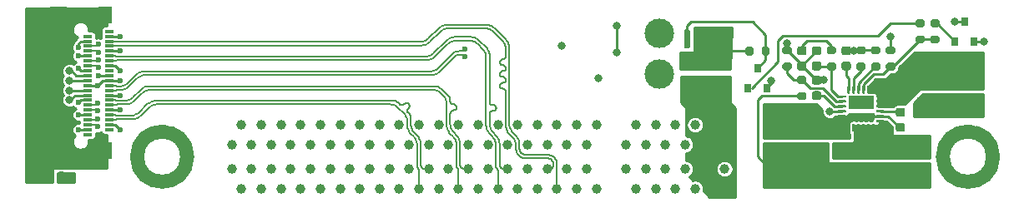
<source format=gbr>
%TF.GenerationSoftware,KiCad,Pcbnew,(5.1.10)-1*%
%TF.CreationDate,2021-08-10T11:15:44+01:00*%
%TF.ProjectId,ocu2pciex8,6f637532-7063-4696-9578-382e6b696361,rev?*%
%TF.SameCoordinates,Original*%
%TF.FileFunction,Copper,L1,Top*%
%TF.FilePolarity,Positive*%
%FSLAX46Y46*%
G04 Gerber Fmt 4.6, Leading zero omitted, Abs format (unit mm)*
G04 Created by KiCad (PCBNEW (5.1.10)-1) date 2021-08-10 11:15:44*
%MOMM*%
%LPD*%
G01*
G04 APERTURE LIST*
%TA.AperFunction,EtchedComponent*%
%ADD10C,1.400000*%
%TD*%
%TA.AperFunction,ComponentPad*%
%ADD11C,0.800000*%
%TD*%
%TA.AperFunction,SMDPad,CuDef*%
%ADD12R,1.800000X1.810000*%
%TD*%
%TA.AperFunction,SMDPad,CuDef*%
%ADD13R,1.380000X1.810000*%
%TD*%
%TA.AperFunction,SMDPad,CuDef*%
%ADD14R,0.910000X0.310000*%
%TD*%
%TA.AperFunction,SMDPad,CuDef*%
%ADD15R,2.600000X1.350000*%
%TD*%
%TA.AperFunction,SMDPad,CuDef*%
%ADD16R,2.600000X0.900000*%
%TD*%
%TA.AperFunction,ComponentPad*%
%ADD17C,3.000000*%
%TD*%
%TA.AperFunction,SMDPad,CuDef*%
%ADD18R,0.800000X0.900000*%
%TD*%
%TA.AperFunction,SMDPad,CuDef*%
%ADD19R,3.429000X2.413000*%
%TD*%
%TA.AperFunction,ComponentPad*%
%ADD20C,1.000000*%
%TD*%
%TA.AperFunction,ViaPad*%
%ADD21C,0.600000*%
%TD*%
%TA.AperFunction,ViaPad*%
%ADD22C,0.800000*%
%TD*%
%TA.AperFunction,Conductor*%
%ADD23C,0.250000*%
%TD*%
%TA.AperFunction,Conductor*%
%ADD24C,0.152400*%
%TD*%
%TA.AperFunction,Conductor*%
%ADD25C,0.254000*%
%TD*%
%TA.AperFunction,Conductor*%
%ADD26C,0.100000*%
%TD*%
G04 APERTURE END LIST*
D10*
%TO.C,J5*%
X106300000Y-70000000D02*
G75*
G03*
X106300000Y-70000000I-2550000J0D01*
G01*
%TO.C,J4*%
X188050000Y-70000000D02*
G75*
G03*
X188050000Y-70000000I-2550000J0D01*
G01*
%TD*%
D11*
%TO.P,J5,1*%
%TO.N,GND*%
X103750000Y-67500000D03*
X106250000Y-70000000D03*
X103750000Y-72500000D03*
X101250000Y-70000000D03*
X102000000Y-68250000D03*
X105500000Y-68250000D03*
X105500000Y-71750000D03*
X102000000Y-71750000D03*
%TD*%
%TO.P,J4,1*%
%TO.N,GND*%
X185500000Y-67500000D03*
X188000000Y-70000000D03*
X185500000Y-72500000D03*
X183000000Y-70000000D03*
X183750000Y-68250000D03*
X187250000Y-68250000D03*
X187250000Y-71750000D03*
X183750000Y-71750000D03*
%TD*%
D12*
%TO.P,J1,M*%
%TO.N,Net-(J1-PadM)*%
X93260000Y-55590000D03*
X93260000Y-69410000D03*
D13*
X97980000Y-55590000D03*
X97980000Y-69410000D03*
D14*
%TO.P,J1,A1*%
%TO.N,Net-(J1-PadA1)*%
X96180000Y-57750000D03*
%TO.P,J1,A2*%
%TO.N,GND*%
X96180000Y-58250000D03*
%TO.P,J1,A3*%
%TO.N,/X8_PET0_P*%
X96180000Y-58750000D03*
%TO.P,J1,A4*%
%TO.N,/X8_PET0_N*%
X96180000Y-59250000D03*
%TO.P,J1,A5*%
%TO.N,GND*%
X96180000Y-59750000D03*
%TO.P,J1,A6*%
%TO.N,/X8_PET1_P*%
X96180000Y-60250000D03*
%TO.P,J1,A7*%
%TO.N,/X8_PET1_N*%
X96180000Y-60750000D03*
%TO.P,J1,A8*%
%TO.N,GND*%
X96180000Y-61250000D03*
%TO.P,J1,A9*%
%TO.N,/SMCLK*%
X96180000Y-61750000D03*
%TO.P,J1,A10*%
%TO.N,/SMDAT*%
X96180000Y-62250000D03*
%TO.P,J1,A11*%
%TO.N,GND*%
X96180000Y-62750000D03*
%TO.P,J1,A12*%
%TO.N,/~PERST*%
X96180000Y-63250000D03*
%TO.P,J1,A13*%
%TO.N,/~CPRSNT*%
X96180000Y-63750000D03*
%TO.P,J1,A14*%
%TO.N,GND*%
X96180000Y-64250000D03*
%TO.P,J1,A15*%
%TO.N,/X8_PET2_P*%
X96180000Y-64750000D03*
%TO.P,J1,A16*%
%TO.N,/X8_PET2_N*%
X96180000Y-65250000D03*
%TO.P,J1,A17*%
%TO.N,GND*%
X96180000Y-65750000D03*
%TO.P,J1,A18*%
%TO.N,/X8_PET3_P*%
X96180000Y-66250000D03*
%TO.P,J1,A19*%
%TO.N,/X8_PET3_N*%
X96180000Y-66750000D03*
%TO.P,J1,A20*%
%TO.N,GND*%
X96180000Y-67250000D03*
%TO.P,J1,A21*%
%TO.N,Net-(J1-PadA21)*%
X96180000Y-67750000D03*
%TO.P,J1,B1*%
%TO.N,Net-(J1-PadB1)*%
X98370000Y-57250000D03*
%TO.P,J1,B2*%
%TO.N,GND*%
X98370000Y-57750000D03*
%TO.P,J1,B3*%
%TO.N,/X8_PER0_P*%
X98370000Y-58250000D03*
%TO.P,J1,B4*%
%TO.N,/X8_PER0_N*%
X98370000Y-58750000D03*
%TO.P,J1,B5*%
%TO.N,GND*%
X98370000Y-59250000D03*
%TO.P,J1,B6*%
%TO.N,/X8_PER1_P*%
X98370000Y-59750000D03*
%TO.P,J1,B7*%
%TO.N,/X8_PER1_N*%
X98370000Y-60250000D03*
%TO.P,J1,B8*%
%TO.N,GND*%
X98370000Y-60750000D03*
%TO.P,J1,B9*%
%TO.N,Net-(J1-PadB9)*%
X98370000Y-61250000D03*
%TO.P,J1,B10*%
%TO.N,/~WAKE*%
X98370000Y-61750000D03*
%TO.P,J1,B11*%
%TO.N,GND*%
X98370000Y-62250000D03*
%TO.P,J1,B12*%
%TO.N,/REFCLK_0_P*%
X98370000Y-62750000D03*
%TO.P,J1,B13*%
%TO.N,/REFCLK_0_N*%
X98370000Y-63250000D03*
%TO.P,J1,B14*%
%TO.N,GND*%
X98370000Y-63750000D03*
%TO.P,J1,B15*%
%TO.N,/X8_PER2_P*%
X98370000Y-64250000D03*
%TO.P,J1,B16*%
%TO.N,/X8_PER2_N*%
X98370000Y-64750000D03*
%TO.P,J1,B17*%
%TO.N,GND*%
X98370000Y-65250000D03*
%TO.P,J1,B18*%
%TO.N,/X8_PER3_P*%
X98370000Y-65750000D03*
%TO.P,J1,B19*%
%TO.N,/X8_PER3_N*%
X98370000Y-66250000D03*
%TO.P,J1,B20*%
%TO.N,GND*%
X98370000Y-66750000D03*
%TO.P,J1,B21*%
%TO.N,Net-(J1-PadB21)*%
X98370000Y-67250000D03*
%TD*%
%TO.P,R10,1*%
%TO.N,GND*%
%TA.AperFunction,SMDPad,CuDef*%
G36*
G01*
X93900000Y-71725000D02*
X93900000Y-72275000D01*
G75*
G02*
X93700000Y-72475000I-200000J0D01*
G01*
X93300000Y-72475000D01*
G75*
G02*
X93100000Y-72275000I0J200000D01*
G01*
X93100000Y-71725000D01*
G75*
G02*
X93300000Y-71525000I200000J0D01*
G01*
X93700000Y-71525000D01*
G75*
G02*
X93900000Y-71725000I0J-200000D01*
G01*
G37*
%TD.AperFunction*%
%TO.P,R10,2*%
%TO.N,Net-(J1-PadM)*%
%TA.AperFunction,SMDPad,CuDef*%
G36*
G01*
X92250000Y-71725000D02*
X92250000Y-72275000D01*
G75*
G02*
X92050000Y-72475000I-200000J0D01*
G01*
X91650000Y-72475000D01*
G75*
G02*
X91450000Y-72275000I0J200000D01*
G01*
X91450000Y-71725000D01*
G75*
G02*
X91650000Y-71525000I200000J0D01*
G01*
X92050000Y-71525000D01*
G75*
G02*
X92250000Y-71725000I0J-200000D01*
G01*
G37*
%TD.AperFunction*%
%TD*%
D15*
%TO.P,U1,25*%
%TO.N,GND*%
X174650000Y-64500000D03*
%TO.P,U1,24*%
%TO.N,Net-(C4-Pad1)*%
%TA.AperFunction,SMDPad,CuDef*%
G36*
G01*
X173275000Y-63537500D02*
X173275000Y-62837500D01*
G75*
G02*
X173337500Y-62775000I62500J0D01*
G01*
X173462500Y-62775000D01*
G75*
G02*
X173525000Y-62837500I0J-62500D01*
G01*
X173525000Y-63537500D01*
G75*
G02*
X173462500Y-63600000I-62500J0D01*
G01*
X173337500Y-63600000D01*
G75*
G02*
X173275000Y-63537500I0J62500D01*
G01*
G37*
%TD.AperFunction*%
%TO.P,U1,23*%
%TO.N,Net-(R4-Pad1)*%
%TA.AperFunction,SMDPad,CuDef*%
G36*
G01*
X173775000Y-63537500D02*
X173775000Y-62837500D01*
G75*
G02*
X173837500Y-62775000I62500J0D01*
G01*
X173962500Y-62775000D01*
G75*
G02*
X174025000Y-62837500I0J-62500D01*
G01*
X174025000Y-63537500D01*
G75*
G02*
X173962500Y-63600000I-62500J0D01*
G01*
X173837500Y-63600000D01*
G75*
G02*
X173775000Y-63537500I0J62500D01*
G01*
G37*
%TD.AperFunction*%
%TO.P,U1,22*%
%TO.N,Net-(R5-Pad1)*%
%TA.AperFunction,SMDPad,CuDef*%
G36*
G01*
X174275000Y-63537500D02*
X174275000Y-62837500D01*
G75*
G02*
X174337500Y-62775000I62500J0D01*
G01*
X174462500Y-62775000D01*
G75*
G02*
X174525000Y-62837500I0J-62500D01*
G01*
X174525000Y-63537500D01*
G75*
G02*
X174462500Y-63600000I-62500J0D01*
G01*
X174337500Y-63600000D01*
G75*
G02*
X174275000Y-63537500I0J62500D01*
G01*
G37*
%TD.AperFunction*%
%TO.P,U1,21*%
%TO.N,/PG*%
%TA.AperFunction,SMDPad,CuDef*%
G36*
G01*
X174775000Y-63537500D02*
X174775000Y-62837500D01*
G75*
G02*
X174837500Y-62775000I62500J0D01*
G01*
X174962500Y-62775000D01*
G75*
G02*
X175025000Y-62837500I0J-62500D01*
G01*
X175025000Y-63537500D01*
G75*
G02*
X174962500Y-63600000I-62500J0D01*
G01*
X174837500Y-63600000D01*
G75*
G02*
X174775000Y-63537500I0J62500D01*
G01*
G37*
%TD.AperFunction*%
%TO.P,U1,20*%
%TO.N,+12VA*%
%TA.AperFunction,SMDPad,CuDef*%
G36*
G01*
X175275000Y-63537500D02*
X175275000Y-62837500D01*
G75*
G02*
X175337500Y-62775000I62500J0D01*
G01*
X175462500Y-62775000D01*
G75*
G02*
X175525000Y-62837500I0J-62500D01*
G01*
X175525000Y-63537500D01*
G75*
G02*
X175462500Y-63600000I-62500J0D01*
G01*
X175337500Y-63600000D01*
G75*
G02*
X175275000Y-63537500I0J62500D01*
G01*
G37*
%TD.AperFunction*%
%TO.P,U1,19*%
%TA.AperFunction,SMDPad,CuDef*%
G36*
G01*
X175775000Y-63537500D02*
X175775000Y-62837500D01*
G75*
G02*
X175837500Y-62775000I62500J0D01*
G01*
X175962500Y-62775000D01*
G75*
G02*
X176025000Y-62837500I0J-62500D01*
G01*
X176025000Y-63537500D01*
G75*
G02*
X175962500Y-63600000I-62500J0D01*
G01*
X175837500Y-63600000D01*
G75*
G02*
X175775000Y-63537500I0J62500D01*
G01*
G37*
%TD.AperFunction*%
%TO.P,U1,18*%
%TA.AperFunction,SMDPad,CuDef*%
G36*
G01*
X176175000Y-63937500D02*
X176175000Y-63812500D01*
G75*
G02*
X176237500Y-63750000I62500J0D01*
G01*
X176937500Y-63750000D01*
G75*
G02*
X177000000Y-63812500I0J-62500D01*
G01*
X177000000Y-63937500D01*
G75*
G02*
X176937500Y-64000000I-62500J0D01*
G01*
X176237500Y-64000000D01*
G75*
G02*
X176175000Y-63937500I0J62500D01*
G01*
G37*
%TD.AperFunction*%
%TO.P,U1,17*%
%TA.AperFunction,SMDPad,CuDef*%
G36*
G01*
X176175000Y-64437500D02*
X176175000Y-64312500D01*
G75*
G02*
X176237500Y-64250000I62500J0D01*
G01*
X176937500Y-64250000D01*
G75*
G02*
X177000000Y-64312500I0J-62500D01*
G01*
X177000000Y-64437500D01*
G75*
G02*
X176937500Y-64500000I-62500J0D01*
G01*
X176237500Y-64500000D01*
G75*
G02*
X176175000Y-64437500I0J62500D01*
G01*
G37*
%TD.AperFunction*%
%TO.P,U1,16*%
%TA.AperFunction,SMDPad,CuDef*%
G36*
G01*
X176175000Y-64937500D02*
X176175000Y-64812500D01*
G75*
G02*
X176237500Y-64750000I62500J0D01*
G01*
X176937500Y-64750000D01*
G75*
G02*
X177000000Y-64812500I0J-62500D01*
G01*
X177000000Y-64937500D01*
G75*
G02*
X176937500Y-65000000I-62500J0D01*
G01*
X176237500Y-65000000D01*
G75*
G02*
X176175000Y-64937500I0J62500D01*
G01*
G37*
%TD.AperFunction*%
%TO.P,U1,15*%
%TO.N,Net-(C5-Pad1)*%
%TA.AperFunction,SMDPad,CuDef*%
G36*
G01*
X176175000Y-65437500D02*
X176175000Y-65312500D01*
G75*
G02*
X176237500Y-65250000I62500J0D01*
G01*
X176937500Y-65250000D01*
G75*
G02*
X177000000Y-65312500I0J-62500D01*
G01*
X177000000Y-65437500D01*
G75*
G02*
X176937500Y-65500000I-62500J0D01*
G01*
X176237500Y-65500000D01*
G75*
G02*
X176175000Y-65437500I0J62500D01*
G01*
G37*
%TD.AperFunction*%
%TO.P,U1,14*%
%TO.N,/SW*%
%TA.AperFunction,SMDPad,CuDef*%
G36*
G01*
X176175000Y-65937500D02*
X176175000Y-65812500D01*
G75*
G02*
X176237500Y-65750000I62500J0D01*
G01*
X176937500Y-65750000D01*
G75*
G02*
X177000000Y-65812500I0J-62500D01*
G01*
X177000000Y-65937500D01*
G75*
G02*
X176937500Y-66000000I-62500J0D01*
G01*
X176237500Y-66000000D01*
G75*
G02*
X176175000Y-65937500I0J62500D01*
G01*
G37*
%TD.AperFunction*%
%TO.P,U1,13*%
%TO.N,GND*%
%TA.AperFunction,SMDPad,CuDef*%
G36*
G01*
X176175000Y-66437500D02*
X176175000Y-66312500D01*
G75*
G02*
X176237500Y-66250000I62500J0D01*
G01*
X176937500Y-66250000D01*
G75*
G02*
X177000000Y-66312500I0J-62500D01*
G01*
X177000000Y-66437500D01*
G75*
G02*
X176937500Y-66500000I-62500J0D01*
G01*
X176237500Y-66500000D01*
G75*
G02*
X176175000Y-66437500I0J62500D01*
G01*
G37*
%TD.AperFunction*%
%TO.P,U1,12*%
%TA.AperFunction,SMDPad,CuDef*%
G36*
G01*
X175775000Y-67412500D02*
X175775000Y-66712500D01*
G75*
G02*
X175837500Y-66650000I62500J0D01*
G01*
X175962500Y-66650000D01*
G75*
G02*
X176025000Y-66712500I0J-62500D01*
G01*
X176025000Y-67412500D01*
G75*
G02*
X175962500Y-67475000I-62500J0D01*
G01*
X175837500Y-67475000D01*
G75*
G02*
X175775000Y-67412500I0J62500D01*
G01*
G37*
%TD.AperFunction*%
%TO.P,U1,11*%
%TA.AperFunction,SMDPad,CuDef*%
G36*
G01*
X175275000Y-67412500D02*
X175275000Y-66712500D01*
G75*
G02*
X175337500Y-66650000I62500J0D01*
G01*
X175462500Y-66650000D01*
G75*
G02*
X175525000Y-66712500I0J-62500D01*
G01*
X175525000Y-67412500D01*
G75*
G02*
X175462500Y-67475000I-62500J0D01*
G01*
X175337500Y-67475000D01*
G75*
G02*
X175275000Y-67412500I0J62500D01*
G01*
G37*
%TD.AperFunction*%
%TO.P,U1,10*%
%TA.AperFunction,SMDPad,CuDef*%
G36*
G01*
X174775000Y-67412500D02*
X174775000Y-66712500D01*
G75*
G02*
X174837500Y-66650000I62500J0D01*
G01*
X174962500Y-66650000D01*
G75*
G02*
X175025000Y-66712500I0J-62500D01*
G01*
X175025000Y-67412500D01*
G75*
G02*
X174962500Y-67475000I-62500J0D01*
G01*
X174837500Y-67475000D01*
G75*
G02*
X174775000Y-67412500I0J62500D01*
G01*
G37*
%TD.AperFunction*%
%TO.P,U1,9*%
%TA.AperFunction,SMDPad,CuDef*%
G36*
G01*
X174275000Y-67412500D02*
X174275000Y-66712500D01*
G75*
G02*
X174337500Y-66650000I62500J0D01*
G01*
X174462500Y-66650000D01*
G75*
G02*
X174525000Y-66712500I0J-62500D01*
G01*
X174525000Y-67412500D01*
G75*
G02*
X174462500Y-67475000I-62500J0D01*
G01*
X174337500Y-67475000D01*
G75*
G02*
X174275000Y-67412500I0J62500D01*
G01*
G37*
%TD.AperFunction*%
%TO.P,U1,8*%
%TA.AperFunction,SMDPad,CuDef*%
G36*
G01*
X173775000Y-67412500D02*
X173775000Y-66712500D01*
G75*
G02*
X173837500Y-66650000I62500J0D01*
G01*
X173962500Y-66650000D01*
G75*
G02*
X174025000Y-66712500I0J-62500D01*
G01*
X174025000Y-67412500D01*
G75*
G02*
X173962500Y-67475000I-62500J0D01*
G01*
X173837500Y-67475000D01*
G75*
G02*
X173775000Y-67412500I0J62500D01*
G01*
G37*
%TD.AperFunction*%
%TO.P,U1,7*%
%TO.N,/SW*%
%TA.AperFunction,SMDPad,CuDef*%
G36*
G01*
X173275000Y-67412500D02*
X173275000Y-66712500D01*
G75*
G02*
X173337500Y-66650000I62500J0D01*
G01*
X173462500Y-66650000D01*
G75*
G02*
X173525000Y-66712500I0J-62500D01*
G01*
X173525000Y-67412500D01*
G75*
G02*
X173462500Y-67475000I-62500J0D01*
G01*
X173337500Y-67475000D01*
G75*
G02*
X173275000Y-67412500I0J62500D01*
G01*
G37*
%TD.AperFunction*%
%TO.P,U1,6*%
%TA.AperFunction,SMDPad,CuDef*%
G36*
G01*
X172300000Y-66437500D02*
X172300000Y-66312500D01*
G75*
G02*
X172362500Y-66250000I62500J0D01*
G01*
X173062500Y-66250000D01*
G75*
G02*
X173125000Y-66312500I0J-62500D01*
G01*
X173125000Y-66437500D01*
G75*
G02*
X173062500Y-66500000I-62500J0D01*
G01*
X172362500Y-66500000D01*
G75*
G02*
X172300000Y-66437500I0J62500D01*
G01*
G37*
%TD.AperFunction*%
%TO.P,U1,5*%
%TA.AperFunction,SMDPad,CuDef*%
G36*
G01*
X172300000Y-65937500D02*
X172300000Y-65812500D01*
G75*
G02*
X172362500Y-65750000I62500J0D01*
G01*
X173062500Y-65750000D01*
G75*
G02*
X173125000Y-65812500I0J-62500D01*
G01*
X173125000Y-65937500D01*
G75*
G02*
X173062500Y-66000000I-62500J0D01*
G01*
X172362500Y-66000000D01*
G75*
G02*
X172300000Y-65937500I0J62500D01*
G01*
G37*
%TD.AperFunction*%
%TO.P,U1,4*%
%TO.N,GND*%
%TA.AperFunction,SMDPad,CuDef*%
G36*
G01*
X172300000Y-65437500D02*
X172300000Y-65312500D01*
G75*
G02*
X172362500Y-65250000I62500J0D01*
G01*
X173062500Y-65250000D01*
G75*
G02*
X173125000Y-65312500I0J-62500D01*
G01*
X173125000Y-65437500D01*
G75*
G02*
X173062500Y-65500000I-62500J0D01*
G01*
X172362500Y-65500000D01*
G75*
G02*
X172300000Y-65437500I0J62500D01*
G01*
G37*
%TD.AperFunction*%
%TO.P,U1,3*%
%TO.N,Net-(C3-Pad2)*%
%TA.AperFunction,SMDPad,CuDef*%
G36*
G01*
X172300000Y-64937500D02*
X172300000Y-64812500D01*
G75*
G02*
X172362500Y-64750000I62500J0D01*
G01*
X173062500Y-64750000D01*
G75*
G02*
X173125000Y-64812500I0J-62500D01*
G01*
X173125000Y-64937500D01*
G75*
G02*
X173062500Y-65000000I-62500J0D01*
G01*
X172362500Y-65000000D01*
G75*
G02*
X172300000Y-64937500I0J62500D01*
G01*
G37*
%TD.AperFunction*%
%TO.P,U1,2*%
%TO.N,Net-(R8-Pad2)*%
%TA.AperFunction,SMDPad,CuDef*%
G36*
G01*
X172300000Y-64437500D02*
X172300000Y-64312500D01*
G75*
G02*
X172362500Y-64250000I62500J0D01*
G01*
X173062500Y-64250000D01*
G75*
G02*
X173125000Y-64312500I0J-62500D01*
G01*
X173125000Y-64437500D01*
G75*
G02*
X173062500Y-64500000I-62500J0D01*
G01*
X172362500Y-64500000D01*
G75*
G02*
X172300000Y-64437500I0J62500D01*
G01*
G37*
%TD.AperFunction*%
%TO.P,U1,1*%
%TO.N,Net-(C6-Pad1)*%
%TA.AperFunction,SMDPad,CuDef*%
G36*
G01*
X172300000Y-63937500D02*
X172300000Y-63812500D01*
G75*
G02*
X172362500Y-63750000I62500J0D01*
G01*
X173062500Y-63750000D01*
G75*
G02*
X173125000Y-63812500I0J-62500D01*
G01*
X173125000Y-63937500D01*
G75*
G02*
X173062500Y-64000000I-62500J0D01*
G01*
X172362500Y-64000000D01*
G75*
G02*
X172300000Y-63937500I0J62500D01*
G01*
G37*
%TD.AperFunction*%
D16*
%TO.P,U1,26*%
%TO.N,/SW*%
X174650000Y-65975000D03*
%TD*%
D17*
%TO.P,J3,1*%
%TO.N,GND*%
X154150000Y-61600000D03*
%TO.P,J3,2*%
%TO.N,+12VA*%
X154150000Y-57400000D03*
%TD*%
%TO.P,R9,2*%
%TO.N,GND*%
%TA.AperFunction,SMDPad,CuDef*%
G36*
G01*
X167425000Y-59575000D02*
X166875000Y-59575000D01*
G75*
G02*
X166675000Y-59375000I0J200000D01*
G01*
X166675000Y-58975000D01*
G75*
G02*
X166875000Y-58775000I200000J0D01*
G01*
X167425000Y-58775000D01*
G75*
G02*
X167625000Y-58975000I0J-200000D01*
G01*
X167625000Y-59375000D01*
G75*
G02*
X167425000Y-59575000I-200000J0D01*
G01*
G37*
%TD.AperFunction*%
%TO.P,R9,1*%
%TO.N,Net-(R8-Pad2)*%
%TA.AperFunction,SMDPad,CuDef*%
G36*
G01*
X167425000Y-61225000D02*
X166875000Y-61225000D01*
G75*
G02*
X166675000Y-61025000I0J200000D01*
G01*
X166675000Y-60625000D01*
G75*
G02*
X166875000Y-60425000I200000J0D01*
G01*
X167425000Y-60425000D01*
G75*
G02*
X167625000Y-60625000I0J-200000D01*
G01*
X167625000Y-61025000D01*
G75*
G02*
X167425000Y-61225000I-200000J0D01*
G01*
G37*
%TD.AperFunction*%
%TD*%
%TO.P,R8,2*%
%TO.N,Net-(R8-Pad2)*%
%TA.AperFunction,SMDPad,CuDef*%
G36*
G01*
X168925000Y-62575000D02*
X168375000Y-62575000D01*
G75*
G02*
X168175000Y-62375000I0J200000D01*
G01*
X168175000Y-61975000D01*
G75*
G02*
X168375000Y-61775000I200000J0D01*
G01*
X168925000Y-61775000D01*
G75*
G02*
X169125000Y-61975000I0J-200000D01*
G01*
X169125000Y-62375000D01*
G75*
G02*
X168925000Y-62575000I-200000J0D01*
G01*
G37*
%TD.AperFunction*%
%TO.P,R8,1*%
%TO.N,+3V3*%
%TA.AperFunction,SMDPad,CuDef*%
G36*
G01*
X168925000Y-64225000D02*
X168375000Y-64225000D01*
G75*
G02*
X168175000Y-64025000I0J200000D01*
G01*
X168175000Y-63625000D01*
G75*
G02*
X168375000Y-63425000I200000J0D01*
G01*
X168925000Y-63425000D01*
G75*
G02*
X169125000Y-63625000I0J-200000D01*
G01*
X169125000Y-64025000D01*
G75*
G02*
X168925000Y-64225000I-200000J0D01*
G01*
G37*
%TD.AperFunction*%
%TD*%
%TO.P,R7,2*%
%TO.N,Net-(C7-Pad1)*%
%TA.AperFunction,SMDPad,CuDef*%
G36*
G01*
X171925000Y-59575000D02*
X171375000Y-59575000D01*
G75*
G02*
X171175000Y-59375000I0J200000D01*
G01*
X171175000Y-58975000D01*
G75*
G02*
X171375000Y-58775000I200000J0D01*
G01*
X171925000Y-58775000D01*
G75*
G02*
X172125000Y-58975000I0J-200000D01*
G01*
X172125000Y-59375000D01*
G75*
G02*
X171925000Y-59575000I-200000J0D01*
G01*
G37*
%TD.AperFunction*%
%TO.P,R7,1*%
%TO.N,Net-(C6-Pad1)*%
%TA.AperFunction,SMDPad,CuDef*%
G36*
G01*
X171925000Y-61225000D02*
X171375000Y-61225000D01*
G75*
G02*
X171175000Y-61025000I0J200000D01*
G01*
X171175000Y-60625000D01*
G75*
G02*
X171375000Y-60425000I200000J0D01*
G01*
X171925000Y-60425000D01*
G75*
G02*
X172125000Y-60625000I0J-200000D01*
G01*
X172125000Y-61025000D01*
G75*
G02*
X171925000Y-61225000I-200000J0D01*
G01*
G37*
%TD.AperFunction*%
%TD*%
%TO.P,R6,2*%
%TO.N,/PG*%
%TA.AperFunction,SMDPad,CuDef*%
G36*
G01*
X177375000Y-60425000D02*
X177925000Y-60425000D01*
G75*
G02*
X178125000Y-60625000I0J-200000D01*
G01*
X178125000Y-61025000D01*
G75*
G02*
X177925000Y-61225000I-200000J0D01*
G01*
X177375000Y-61225000D01*
G75*
G02*
X177175000Y-61025000I0J200000D01*
G01*
X177175000Y-60625000D01*
G75*
G02*
X177375000Y-60425000I200000J0D01*
G01*
G37*
%TD.AperFunction*%
%TO.P,R6,1*%
%TO.N,+12VA*%
%TA.AperFunction,SMDPad,CuDef*%
G36*
G01*
X177375000Y-58775000D02*
X177925000Y-58775000D01*
G75*
G02*
X178125000Y-58975000I0J-200000D01*
G01*
X178125000Y-59375000D01*
G75*
G02*
X177925000Y-59575000I-200000J0D01*
G01*
X177375000Y-59575000D01*
G75*
G02*
X177175000Y-59375000I0J200000D01*
G01*
X177175000Y-58975000D01*
G75*
G02*
X177375000Y-58775000I200000J0D01*
G01*
G37*
%TD.AperFunction*%
%TD*%
%TO.P,R5,2*%
%TO.N,GND*%
%TA.AperFunction,SMDPad,CuDef*%
G36*
G01*
X176425000Y-59575000D02*
X175875000Y-59575000D01*
G75*
G02*
X175675000Y-59375000I0J200000D01*
G01*
X175675000Y-58975000D01*
G75*
G02*
X175875000Y-58775000I200000J0D01*
G01*
X176425000Y-58775000D01*
G75*
G02*
X176625000Y-58975000I0J-200000D01*
G01*
X176625000Y-59375000D01*
G75*
G02*
X176425000Y-59575000I-200000J0D01*
G01*
G37*
%TD.AperFunction*%
%TO.P,R5,1*%
%TO.N,Net-(R5-Pad1)*%
%TA.AperFunction,SMDPad,CuDef*%
G36*
G01*
X176425000Y-61225000D02*
X175875000Y-61225000D01*
G75*
G02*
X175675000Y-61025000I0J200000D01*
G01*
X175675000Y-60625000D01*
G75*
G02*
X175875000Y-60425000I200000J0D01*
G01*
X176425000Y-60425000D01*
G75*
G02*
X176625000Y-60625000I0J-200000D01*
G01*
X176625000Y-61025000D01*
G75*
G02*
X176425000Y-61225000I-200000J0D01*
G01*
G37*
%TD.AperFunction*%
%TD*%
%TO.P,R4,2*%
%TO.N,GND*%
%TA.AperFunction,SMDPad,CuDef*%
G36*
G01*
X174925000Y-59575000D02*
X174375000Y-59575000D01*
G75*
G02*
X174175000Y-59375000I0J200000D01*
G01*
X174175000Y-58975000D01*
G75*
G02*
X174375000Y-58775000I200000J0D01*
G01*
X174925000Y-58775000D01*
G75*
G02*
X175125000Y-58975000I0J-200000D01*
G01*
X175125000Y-59375000D01*
G75*
G02*
X174925000Y-59575000I-200000J0D01*
G01*
G37*
%TD.AperFunction*%
%TO.P,R4,1*%
%TO.N,Net-(R4-Pad1)*%
%TA.AperFunction,SMDPad,CuDef*%
G36*
G01*
X174925000Y-61225000D02*
X174375000Y-61225000D01*
G75*
G02*
X174175000Y-61025000I0J200000D01*
G01*
X174175000Y-60625000D01*
G75*
G02*
X174375000Y-60425000I200000J0D01*
G01*
X174925000Y-60425000D01*
G75*
G02*
X175125000Y-60625000I0J-200000D01*
G01*
X175125000Y-61025000D01*
G75*
G02*
X174925000Y-61225000I-200000J0D01*
G01*
G37*
%TD.AperFunction*%
%TD*%
%TO.P,R3,2*%
%TO.N,/PG*%
%TA.AperFunction,SMDPad,CuDef*%
G36*
G01*
X181875000Y-57675000D02*
X182425000Y-57675000D01*
G75*
G02*
X182625000Y-57875000I0J-200000D01*
G01*
X182625000Y-58275000D01*
G75*
G02*
X182425000Y-58475000I-200000J0D01*
G01*
X181875000Y-58475000D01*
G75*
G02*
X181675000Y-58275000I0J200000D01*
G01*
X181675000Y-57875000D01*
G75*
G02*
X181875000Y-57675000I200000J0D01*
G01*
G37*
%TD.AperFunction*%
%TO.P,R3,1*%
%TO.N,Net-(Q3-Pad1)*%
%TA.AperFunction,SMDPad,CuDef*%
G36*
G01*
X181875000Y-56025000D02*
X182425000Y-56025000D01*
G75*
G02*
X182625000Y-56225000I0J-200000D01*
G01*
X182625000Y-56625000D01*
G75*
G02*
X182425000Y-56825000I-200000J0D01*
G01*
X181875000Y-56825000D01*
G75*
G02*
X181675000Y-56625000I0J200000D01*
G01*
X181675000Y-56225000D01*
G75*
G02*
X181875000Y-56025000I200000J0D01*
G01*
G37*
%TD.AperFunction*%
%TD*%
%TO.P,R2,2*%
%TO.N,Net-(Q2-Pad1)*%
%TA.AperFunction,SMDPad,CuDef*%
G36*
G01*
X180925000Y-56825000D02*
X180375000Y-56825000D01*
G75*
G02*
X180175000Y-56625000I0J200000D01*
G01*
X180175000Y-56225000D01*
G75*
G02*
X180375000Y-56025000I200000J0D01*
G01*
X180925000Y-56025000D01*
G75*
G02*
X181125000Y-56225000I0J-200000D01*
G01*
X181125000Y-56625000D01*
G75*
G02*
X180925000Y-56825000I-200000J0D01*
G01*
G37*
%TD.AperFunction*%
%TO.P,R2,1*%
%TO.N,/PG*%
%TA.AperFunction,SMDPad,CuDef*%
G36*
G01*
X180925000Y-58475000D02*
X180375000Y-58475000D01*
G75*
G02*
X180175000Y-58275000I0J200000D01*
G01*
X180175000Y-57875000D01*
G75*
G02*
X180375000Y-57675000I200000J0D01*
G01*
X180925000Y-57675000D01*
G75*
G02*
X181125000Y-57875000I0J-200000D01*
G01*
X181125000Y-58275000D01*
G75*
G02*
X180925000Y-58475000I-200000J0D01*
G01*
G37*
%TD.AperFunction*%
%TD*%
%TO.P,R1,2*%
%TO.N,Net-(Q1-Pad4)*%
%TA.AperFunction,SMDPad,CuDef*%
G36*
G01*
X164575000Y-59525000D02*
X164575000Y-58975000D01*
G75*
G02*
X164775000Y-58775000I200000J0D01*
G01*
X165175000Y-58775000D01*
G75*
G02*
X165375000Y-58975000I0J-200000D01*
G01*
X165375000Y-59525000D01*
G75*
G02*
X165175000Y-59725000I-200000J0D01*
G01*
X164775000Y-59725000D01*
G75*
G02*
X164575000Y-59525000I0J200000D01*
G01*
G37*
%TD.AperFunction*%
%TO.P,R1,1*%
%TO.N,+12VA*%
%TA.AperFunction,SMDPad,CuDef*%
G36*
G01*
X162925000Y-59525000D02*
X162925000Y-58975000D01*
G75*
G02*
X163125000Y-58775000I200000J0D01*
G01*
X163525000Y-58775000D01*
G75*
G02*
X163725000Y-58975000I0J-200000D01*
G01*
X163725000Y-59525000D01*
G75*
G02*
X163525000Y-59725000I-200000J0D01*
G01*
X163125000Y-59725000D01*
G75*
G02*
X162925000Y-59525000I0J200000D01*
G01*
G37*
%TD.AperFunction*%
%TD*%
D18*
%TO.P,Q3,3*%
%TO.N,/~CPRSNT*%
X185150000Y-56250000D03*
%TO.P,Q3,2*%
%TO.N,GND*%
X186100000Y-58250000D03*
%TO.P,Q3,1*%
%TO.N,Net-(Q3-Pad1)*%
X184200000Y-58250000D03*
%TD*%
%TO.P,Q2,3*%
%TO.N,Net-(Q1-Pad4)*%
X164150000Y-61000000D03*
%TO.P,Q2,2*%
%TO.N,GND*%
X165100000Y-63000000D03*
%TO.P,Q2,1*%
%TO.N,Net-(Q2-Pad1)*%
X163200000Y-63000000D03*
%TD*%
%TO.P,Q1,8*%
%TO.N,+12V*%
%TA.AperFunction,SMDPad,CuDef*%
G36*
G01*
X160655000Y-62000000D02*
X160955000Y-62000000D01*
G75*
G02*
X161105000Y-62150000I0J-150000D01*
G01*
X161105000Y-63800000D01*
G75*
G02*
X160955000Y-63950000I-150000J0D01*
G01*
X160655000Y-63950000D01*
G75*
G02*
X160505000Y-63800000I0J150000D01*
G01*
X160505000Y-62150000D01*
G75*
G02*
X160655000Y-62000000I150000J0D01*
G01*
G37*
%TD.AperFunction*%
%TO.P,Q1,7*%
%TA.AperFunction,SMDPad,CuDef*%
G36*
G01*
X159385000Y-62000000D02*
X159685000Y-62000000D01*
G75*
G02*
X159835000Y-62150000I0J-150000D01*
G01*
X159835000Y-63800000D01*
G75*
G02*
X159685000Y-63950000I-150000J0D01*
G01*
X159385000Y-63950000D01*
G75*
G02*
X159235000Y-63800000I0J150000D01*
G01*
X159235000Y-62150000D01*
G75*
G02*
X159385000Y-62000000I150000J0D01*
G01*
G37*
%TD.AperFunction*%
%TO.P,Q1,6*%
%TA.AperFunction,SMDPad,CuDef*%
G36*
G01*
X158115000Y-62000000D02*
X158415000Y-62000000D01*
G75*
G02*
X158565000Y-62150000I0J-150000D01*
G01*
X158565000Y-63800000D01*
G75*
G02*
X158415000Y-63950000I-150000J0D01*
G01*
X158115000Y-63950000D01*
G75*
G02*
X157965000Y-63800000I0J150000D01*
G01*
X157965000Y-62150000D01*
G75*
G02*
X158115000Y-62000000I150000J0D01*
G01*
G37*
%TD.AperFunction*%
%TO.P,Q1,5*%
%TA.AperFunction,SMDPad,CuDef*%
G36*
G01*
X156845000Y-62000000D02*
X157145000Y-62000000D01*
G75*
G02*
X157295000Y-62150000I0J-150000D01*
G01*
X157295000Y-63800000D01*
G75*
G02*
X157145000Y-63950000I-150000J0D01*
G01*
X156845000Y-63950000D01*
G75*
G02*
X156695000Y-63800000I0J150000D01*
G01*
X156695000Y-62150000D01*
G75*
G02*
X156845000Y-62000000I150000J0D01*
G01*
G37*
%TD.AperFunction*%
%TO.P,Q1,4*%
%TO.N,Net-(Q1-Pad4)*%
%TA.AperFunction,SMDPad,CuDef*%
G36*
G01*
X156845000Y-57050000D02*
X157145000Y-57050000D01*
G75*
G02*
X157295000Y-57200000I0J-150000D01*
G01*
X157295000Y-58850000D01*
G75*
G02*
X157145000Y-59000000I-150000J0D01*
G01*
X156845000Y-59000000D01*
G75*
G02*
X156695000Y-58850000I0J150000D01*
G01*
X156695000Y-57200000D01*
G75*
G02*
X156845000Y-57050000I150000J0D01*
G01*
G37*
%TD.AperFunction*%
%TO.P,Q1,3*%
%TO.N,+12VA*%
%TA.AperFunction,SMDPad,CuDef*%
G36*
G01*
X158115000Y-57050000D02*
X158415000Y-57050000D01*
G75*
G02*
X158565000Y-57200000I0J-150000D01*
G01*
X158565000Y-58850000D01*
G75*
G02*
X158415000Y-59000000I-150000J0D01*
G01*
X158115000Y-59000000D01*
G75*
G02*
X157965000Y-58850000I0J150000D01*
G01*
X157965000Y-57200000D01*
G75*
G02*
X158115000Y-57050000I150000J0D01*
G01*
G37*
%TD.AperFunction*%
%TO.P,Q1,2*%
%TA.AperFunction,SMDPad,CuDef*%
G36*
G01*
X159385000Y-57050000D02*
X159685000Y-57050000D01*
G75*
G02*
X159835000Y-57200000I0J-150000D01*
G01*
X159835000Y-58850000D01*
G75*
G02*
X159685000Y-59000000I-150000J0D01*
G01*
X159385000Y-59000000D01*
G75*
G02*
X159235000Y-58850000I0J150000D01*
G01*
X159235000Y-57200000D01*
G75*
G02*
X159385000Y-57050000I150000J0D01*
G01*
G37*
%TD.AperFunction*%
%TO.P,Q1,1*%
%TA.AperFunction,SMDPad,CuDef*%
G36*
G01*
X160655000Y-57050000D02*
X160955000Y-57050000D01*
G75*
G02*
X161105000Y-57200000I0J-150000D01*
G01*
X161105000Y-58850000D01*
G75*
G02*
X160955000Y-59000000I-150000J0D01*
G01*
X160655000Y-59000000D01*
G75*
G02*
X160505000Y-58850000I0J150000D01*
G01*
X160505000Y-57200000D01*
G75*
G02*
X160655000Y-57050000I150000J0D01*
G01*
G37*
%TD.AperFunction*%
%TD*%
D19*
%TO.P,L1,2*%
%TO.N,+3V3*%
X167650000Y-71921000D03*
%TO.P,L1,1*%
%TO.N,/SW*%
X167650000Y-66079000D03*
%TD*%
D20*
%TO.P,J2,A49*%
%TO.N,GND*%
X110810000Y-71250000D03*
%TO.P,J2,B49*%
X110810000Y-68750000D03*
%TO.P,J2,A48*%
%TO.N,Net-(J2-PadA48)*%
X111810000Y-73250000D03*
%TO.P,J2,B48*%
%TO.N,Net-(J2-PadB48)*%
X111810000Y-66750000D03*
%TO.P,J2,A47*%
%TO.N,Net-(J2-PadA47)*%
X112810000Y-71250000D03*
%TO.P,J2,B47*%
%TO.N,GND*%
X112810000Y-68750000D03*
%TO.P,J2,A46*%
X113810000Y-73250000D03*
%TO.P,J2,B46*%
%TO.N,Net-(J2-PadB46)*%
X113810000Y-66750000D03*
%TO.P,J2,A45*%
%TO.N,GND*%
X114810000Y-71250000D03*
%TO.P,J2,B45*%
%TO.N,Net-(J2-PadB45)*%
X114810000Y-68750000D03*
%TO.P,J2,A44*%
%TO.N,Net-(J2-PadA44)*%
X115810000Y-73250000D03*
%TO.P,J2,B44*%
%TO.N,GND*%
X115810000Y-66750000D03*
%TO.P,J2,A43*%
%TO.N,Net-(J2-PadA43)*%
X116810000Y-71250000D03*
%TO.P,J2,B43*%
%TO.N,GND*%
X116810000Y-68750000D03*
%TO.P,J2,A42*%
X117810000Y-73250000D03*
%TO.P,J2,B42*%
%TO.N,Net-(J2-PadB42)*%
X117810000Y-66750000D03*
%TO.P,J2,A41*%
%TO.N,GND*%
X118810000Y-71250000D03*
%TO.P,J2,B41*%
%TO.N,Net-(J2-PadB41)*%
X118810000Y-68750000D03*
%TO.P,J2,A40*%
%TO.N,Net-(J2-PadA40)*%
X119810000Y-73250000D03*
%TO.P,J2,B40*%
%TO.N,GND*%
X119810000Y-66750000D03*
%TO.P,J2,A39*%
%TO.N,Net-(J2-PadA39)*%
X120810000Y-71250000D03*
%TO.P,J2,B39*%
%TO.N,GND*%
X120810000Y-68750000D03*
%TO.P,J2,A38*%
X121810000Y-73250000D03*
%TO.P,J2,B38*%
%TO.N,Net-(J2-PadB38)*%
X121810000Y-66750000D03*
%TO.P,J2,A37*%
%TO.N,GND*%
X122810000Y-71250000D03*
%TO.P,J2,B37*%
%TO.N,Net-(J2-PadB37)*%
X122810000Y-68750000D03*
%TO.P,J2,A36*%
%TO.N,Net-(J2-PadA36)*%
X123810000Y-73250000D03*
%TO.P,J2,B36*%
%TO.N,GND*%
X123810000Y-66750000D03*
%TO.P,J2,A35*%
%TO.N,Net-(J2-PadA35)*%
X124810000Y-71250000D03*
%TO.P,J2,B35*%
%TO.N,GND*%
X124810000Y-68750000D03*
%TO.P,J2,A34*%
X125810000Y-73250000D03*
%TO.P,J2,B34*%
%TO.N,Net-(J2-PadB34)*%
X125810000Y-66750000D03*
%TO.P,J2,A33*%
%TO.N,Net-(J2-PadA33)*%
X126810000Y-71250000D03*
%TO.P,J2,B33*%
%TO.N,Net-(J2-PadB33)*%
X126810000Y-68750000D03*
%TO.P,J2,A32*%
%TO.N,Net-(J2-PadA32)*%
X127810000Y-73250000D03*
%TO.P,J2,B32*%
%TO.N,GND*%
X127810000Y-66750000D03*
%TO.P,J2,A31*%
X128810000Y-71250000D03*
%TO.P,J2,B31*%
%TO.N,Net-(J2-PadB31)*%
X128810000Y-68750000D03*
%TO.P,J2,A30*%
%TO.N,/X8_PER3_N*%
X129810000Y-73250000D03*
%TO.P,J2,B30*%
%TO.N,Net-(J2-PadB30)*%
X129810000Y-66750000D03*
%TO.P,J2,A29*%
%TO.N,/X8_PER3_P*%
X130810000Y-71250000D03*
%TO.P,J2,B29*%
%TO.N,GND*%
X130810000Y-68750000D03*
%TO.P,J2,A28*%
X131810000Y-73250000D03*
%TO.P,J2,B28*%
%TO.N,/X8_PET3_N*%
X131810000Y-66750000D03*
%TO.P,J2,A27*%
%TO.N,GND*%
X132810000Y-71250000D03*
%TO.P,J2,B27*%
%TO.N,/X8_PET3_P*%
X132810000Y-68750000D03*
%TO.P,J2,A26*%
%TO.N,/X8_PER2_N*%
X133810000Y-73250000D03*
%TO.P,J2,B26*%
%TO.N,GND*%
X133810000Y-66750000D03*
%TO.P,J2,A25*%
%TO.N,/X8_PER2_P*%
X134810000Y-71250000D03*
%TO.P,J2,B25*%
%TO.N,GND*%
X134810000Y-68750000D03*
%TO.P,J2,A24*%
X135810000Y-73250000D03*
%TO.P,J2,B24*%
%TO.N,/X8_PET2_N*%
X135810000Y-66750000D03*
%TO.P,J2,A23*%
%TO.N,GND*%
X136810000Y-71250000D03*
%TO.P,J2,B23*%
%TO.N,/X8_PET2_P*%
X136810000Y-68750000D03*
%TO.P,J2,A22*%
%TO.N,/X8_PER1_N*%
X137810000Y-73250000D03*
%TO.P,J2,B22*%
%TO.N,GND*%
X137810000Y-66750000D03*
%TO.P,J2,A21*%
%TO.N,/X8_PER1_P*%
X138810000Y-71250000D03*
%TO.P,J2,B21*%
%TO.N,GND*%
X138810000Y-68750000D03*
%TO.P,J2,A20*%
X139810000Y-73250000D03*
%TO.P,J2,B20*%
%TO.N,/X8_PET1_N*%
X139810000Y-66750000D03*
%TO.P,J2,A19*%
%TO.N,Net-(J2-PadA19)*%
X140810000Y-71250000D03*
%TO.P,J2,B19*%
%TO.N,/X8_PET1_P*%
X140810000Y-68750000D03*
%TO.P,J2,A18*%
%TO.N,GND*%
X141810000Y-73250000D03*
%TO.P,J2,B18*%
X141810000Y-66750000D03*
%TO.P,J2,A17*%
%TO.N,/X8_PER0_N*%
X142810000Y-71250000D03*
%TO.P,J2,B17*%
%TO.N,Net-(J2-PadB17)*%
X142810000Y-68750000D03*
%TO.P,J2,A16*%
%TO.N,/X8_PER0_P*%
X143810000Y-73250000D03*
%TO.P,J2,B16*%
%TO.N,GND*%
X143810000Y-66750000D03*
%TO.P,J2,A15*%
X144810000Y-71250000D03*
%TO.P,J2,B15*%
%TO.N,/X8_PET0_N*%
X144810000Y-68750000D03*
%TO.P,J2,A14*%
%TO.N,/REFCLK_0_N*%
X145810000Y-73250000D03*
%TO.P,J2,B14*%
%TO.N,/X8_PET0_P*%
X145810000Y-66750000D03*
%TO.P,J2,A13*%
%TO.N,/REFCLK_0_P*%
X146810000Y-71250000D03*
%TO.P,J2,B13*%
%TO.N,GND*%
X146810000Y-68750000D03*
%TO.P,J2,A12*%
X147810000Y-73250000D03*
%TO.P,J2,B12*%
%TO.N,Net-(J2-PadB12)*%
X147810000Y-66750000D03*
%TO.P,J2,B11*%
%TO.N,/~WAKE*%
X150810000Y-68750000D03*
%TO.P,J2,B10*%
%TO.N,+3V3*%
X151810000Y-66750000D03*
%TO.P,J2,B9*%
%TO.N,Net-(J2-PadB9)*%
X152810000Y-68750000D03*
%TO.P,J2,B8*%
%TO.N,+3V3*%
X153810000Y-66750000D03*
%TO.P,J2,B7*%
%TO.N,GND*%
X154810000Y-68750000D03*
%TO.P,J2,B6*%
%TO.N,/SMDAT*%
X155810000Y-66750000D03*
%TO.P,J2,B5*%
%TO.N,/SMCLK*%
X156810000Y-68750000D03*
%TO.P,J2,B4*%
%TO.N,GND*%
X157810000Y-66750000D03*
%TO.P,J2,B3*%
%TO.N,+12V*%
X158810000Y-68750000D03*
%TO.P,J2,B2*%
X159810000Y-66750000D03*
%TO.P,J2,B1*%
X160810000Y-68750000D03*
%TO.P,J2,A11*%
%TO.N,/~PERST*%
X150810000Y-71250000D03*
%TO.P,J2,A10*%
%TO.N,+3V3*%
X151810000Y-73250000D03*
%TO.P,J2,A9*%
X152810000Y-71250000D03*
%TO.P,J2,A8*%
%TO.N,Net-(J2-PadA8)*%
X153810000Y-73250000D03*
%TO.P,J2,A7*%
%TO.N,Net-(J2-PadA7)*%
X154810000Y-71250000D03*
%TO.P,J2,A6*%
%TO.N,Net-(J2-PadA6)*%
X155810000Y-73250000D03*
%TO.P,J2,A5*%
%TO.N,Net-(J2-PadA5)*%
X156810000Y-71250000D03*
%TO.P,J2,A4*%
%TO.N,GND*%
X157810000Y-73250000D03*
%TO.P,J2,A3*%
%TO.N,+12V*%
X158810000Y-71250000D03*
%TO.P,J2,A2*%
X159810000Y-73250000D03*
%TO.P,J2,A1*%
%TO.N,Net-(J2-PadA1)*%
X160810000Y-71250000D03*
%TD*%
%TO.P,C8,2*%
%TO.N,GND*%
%TA.AperFunction,SMDPad,CuDef*%
G36*
G01*
X174250001Y-70100000D02*
X172049999Y-70100000D01*
G75*
G02*
X171800000Y-69850001I0J249999D01*
G01*
X171800000Y-69199999D01*
G75*
G02*
X172049999Y-68950000I249999J0D01*
G01*
X174250001Y-68950000D01*
G75*
G02*
X174500000Y-69199999I0J-249999D01*
G01*
X174500000Y-69850001D01*
G75*
G02*
X174250001Y-70100000I-249999J0D01*
G01*
G37*
%TD.AperFunction*%
%TO.P,C8,1*%
%TO.N,+3V3*%
%TA.AperFunction,SMDPad,CuDef*%
G36*
G01*
X174250001Y-73050000D02*
X172049999Y-73050000D01*
G75*
G02*
X171800000Y-72800001I0J249999D01*
G01*
X171800000Y-72149999D01*
G75*
G02*
X172049999Y-71900000I249999J0D01*
G01*
X174250001Y-71900000D01*
G75*
G02*
X174500000Y-72149999I0J-249999D01*
G01*
X174500000Y-72800001D01*
G75*
G02*
X174250001Y-73050000I-249999J0D01*
G01*
G37*
%TD.AperFunction*%
%TD*%
%TO.P,C7,2*%
%TO.N,GND*%
%TA.AperFunction,SMDPad,CuDef*%
G36*
G01*
X168400000Y-60325000D02*
X168900000Y-60325000D01*
G75*
G02*
X169125000Y-60550000I0J-225000D01*
G01*
X169125000Y-61000000D01*
G75*
G02*
X168900000Y-61225000I-225000J0D01*
G01*
X168400000Y-61225000D01*
G75*
G02*
X168175000Y-61000000I0J225000D01*
G01*
X168175000Y-60550000D01*
G75*
G02*
X168400000Y-60325000I225000J0D01*
G01*
G37*
%TD.AperFunction*%
%TO.P,C7,1*%
%TO.N,Net-(C7-Pad1)*%
%TA.AperFunction,SMDPad,CuDef*%
G36*
G01*
X168400000Y-58775000D02*
X168900000Y-58775000D01*
G75*
G02*
X169125000Y-59000000I0J-225000D01*
G01*
X169125000Y-59450000D01*
G75*
G02*
X168900000Y-59675000I-225000J0D01*
G01*
X168400000Y-59675000D01*
G75*
G02*
X168175000Y-59450000I0J225000D01*
G01*
X168175000Y-59000000D01*
G75*
G02*
X168400000Y-58775000I225000J0D01*
G01*
G37*
%TD.AperFunction*%
%TD*%
%TO.P,C10,2*%
%TO.N,GND*%
%TA.AperFunction,SMDPad,CuDef*%
G36*
G01*
X181250001Y-70100000D02*
X179049999Y-70100000D01*
G75*
G02*
X178800000Y-69850001I0J249999D01*
G01*
X178800000Y-69199999D01*
G75*
G02*
X179049999Y-68950000I249999J0D01*
G01*
X181250001Y-68950000D01*
G75*
G02*
X181500000Y-69199999I0J-249999D01*
G01*
X181500000Y-69850001D01*
G75*
G02*
X181250001Y-70100000I-249999J0D01*
G01*
G37*
%TD.AperFunction*%
%TO.P,C10,1*%
%TO.N,+3V3*%
%TA.AperFunction,SMDPad,CuDef*%
G36*
G01*
X181250001Y-73050000D02*
X179049999Y-73050000D01*
G75*
G02*
X178800000Y-72800001I0J249999D01*
G01*
X178800000Y-72149999D01*
G75*
G02*
X179049999Y-71900000I249999J0D01*
G01*
X181250001Y-71900000D01*
G75*
G02*
X181500000Y-72149999I0J-249999D01*
G01*
X181500000Y-72800001D01*
G75*
G02*
X181250001Y-73050000I-249999J0D01*
G01*
G37*
%TD.AperFunction*%
%TD*%
%TO.P,C9,2*%
%TO.N,GND*%
%TA.AperFunction,SMDPad,CuDef*%
G36*
G01*
X177750001Y-70100000D02*
X175549999Y-70100000D01*
G75*
G02*
X175300000Y-69850001I0J249999D01*
G01*
X175300000Y-69199999D01*
G75*
G02*
X175549999Y-68950000I249999J0D01*
G01*
X177750001Y-68950000D01*
G75*
G02*
X178000000Y-69199999I0J-249999D01*
G01*
X178000000Y-69850001D01*
G75*
G02*
X177750001Y-70100000I-249999J0D01*
G01*
G37*
%TD.AperFunction*%
%TO.P,C9,1*%
%TO.N,+3V3*%
%TA.AperFunction,SMDPad,CuDef*%
G36*
G01*
X177750001Y-73050000D02*
X175549999Y-73050000D01*
G75*
G02*
X175300000Y-72800001I0J249999D01*
G01*
X175300000Y-72149999D01*
G75*
G02*
X175549999Y-71900000I249999J0D01*
G01*
X177750001Y-71900000D01*
G75*
G02*
X178000000Y-72149999I0J-249999D01*
G01*
X178000000Y-72800001D01*
G75*
G02*
X177750001Y-73050000I-249999J0D01*
G01*
G37*
%TD.AperFunction*%
%TD*%
%TO.P,C6,2*%
%TO.N,GND*%
%TA.AperFunction,SMDPad,CuDef*%
G36*
G01*
X170400000Y-59675000D02*
X169900000Y-59675000D01*
G75*
G02*
X169675000Y-59450000I0J225000D01*
G01*
X169675000Y-59000000D01*
G75*
G02*
X169900000Y-58775000I225000J0D01*
G01*
X170400000Y-58775000D01*
G75*
G02*
X170625000Y-59000000I0J-225000D01*
G01*
X170625000Y-59450000D01*
G75*
G02*
X170400000Y-59675000I-225000J0D01*
G01*
G37*
%TD.AperFunction*%
%TO.P,C6,1*%
%TO.N,Net-(C6-Pad1)*%
%TA.AperFunction,SMDPad,CuDef*%
G36*
G01*
X170400000Y-61225000D02*
X169900000Y-61225000D01*
G75*
G02*
X169675000Y-61000000I0J225000D01*
G01*
X169675000Y-60550000D01*
G75*
G02*
X169900000Y-60325000I225000J0D01*
G01*
X170400000Y-60325000D01*
G75*
G02*
X170625000Y-60550000I0J-225000D01*
G01*
X170625000Y-61000000D01*
G75*
G02*
X170400000Y-61225000I-225000J0D01*
G01*
G37*
%TD.AperFunction*%
%TD*%
%TO.P,C5,2*%
%TO.N,/SW*%
%TA.AperFunction,SMDPad,CuDef*%
G36*
G01*
X178400000Y-66575000D02*
X178900000Y-66575000D01*
G75*
G02*
X179125000Y-66800000I0J-225000D01*
G01*
X179125000Y-67250000D01*
G75*
G02*
X178900000Y-67475000I-225000J0D01*
G01*
X178400000Y-67475000D01*
G75*
G02*
X178175000Y-67250000I0J225000D01*
G01*
X178175000Y-66800000D01*
G75*
G02*
X178400000Y-66575000I225000J0D01*
G01*
G37*
%TD.AperFunction*%
%TO.P,C5,1*%
%TO.N,Net-(C5-Pad1)*%
%TA.AperFunction,SMDPad,CuDef*%
G36*
G01*
X178400000Y-65025000D02*
X178900000Y-65025000D01*
G75*
G02*
X179125000Y-65250000I0J-225000D01*
G01*
X179125000Y-65700000D01*
G75*
G02*
X178900000Y-65925000I-225000J0D01*
G01*
X178400000Y-65925000D01*
G75*
G02*
X178175000Y-65700000I0J225000D01*
G01*
X178175000Y-65250000D01*
G75*
G02*
X178400000Y-65025000I225000J0D01*
G01*
G37*
%TD.AperFunction*%
%TD*%
%TO.P,C4,2*%
%TO.N,GND*%
%TA.AperFunction,SMDPad,CuDef*%
G36*
G01*
X173400000Y-59675000D02*
X172900000Y-59675000D01*
G75*
G02*
X172675000Y-59450000I0J225000D01*
G01*
X172675000Y-59000000D01*
G75*
G02*
X172900000Y-58775000I225000J0D01*
G01*
X173400000Y-58775000D01*
G75*
G02*
X173625000Y-59000000I0J-225000D01*
G01*
X173625000Y-59450000D01*
G75*
G02*
X173400000Y-59675000I-225000J0D01*
G01*
G37*
%TD.AperFunction*%
%TO.P,C4,1*%
%TO.N,Net-(C4-Pad1)*%
%TA.AperFunction,SMDPad,CuDef*%
G36*
G01*
X173400000Y-61225000D02*
X172900000Y-61225000D01*
G75*
G02*
X172675000Y-61000000I0J225000D01*
G01*
X172675000Y-60550000D01*
G75*
G02*
X172900000Y-60325000I225000J0D01*
G01*
X173400000Y-60325000D01*
G75*
G02*
X173625000Y-60550000I0J-225000D01*
G01*
X173625000Y-61000000D01*
G75*
G02*
X173400000Y-61225000I-225000J0D01*
G01*
G37*
%TD.AperFunction*%
%TD*%
%TO.P,C3,2*%
%TO.N,Net-(C3-Pad2)*%
%TA.AperFunction,SMDPad,CuDef*%
G36*
G01*
X169900000Y-63325000D02*
X170400000Y-63325000D01*
G75*
G02*
X170625000Y-63550000I0J-225000D01*
G01*
X170625000Y-64000000D01*
G75*
G02*
X170400000Y-64225000I-225000J0D01*
G01*
X169900000Y-64225000D01*
G75*
G02*
X169675000Y-64000000I0J225000D01*
G01*
X169675000Y-63550000D01*
G75*
G02*
X169900000Y-63325000I225000J0D01*
G01*
G37*
%TD.AperFunction*%
%TO.P,C3,1*%
%TO.N,GND*%
%TA.AperFunction,SMDPad,CuDef*%
G36*
G01*
X169900000Y-61775000D02*
X170400000Y-61775000D01*
G75*
G02*
X170625000Y-62000000I0J-225000D01*
G01*
X170625000Y-62450000D01*
G75*
G02*
X170400000Y-62675000I-225000J0D01*
G01*
X169900000Y-62675000D01*
G75*
G02*
X169675000Y-62450000I0J225000D01*
G01*
X169675000Y-62000000D01*
G75*
G02*
X169900000Y-61775000I225000J0D01*
G01*
G37*
%TD.AperFunction*%
%TD*%
%TO.P,C2,2*%
%TO.N,GND*%
%TA.AperFunction,SMDPad,CuDef*%
G36*
G01*
X184049999Y-63900000D02*
X186250001Y-63900000D01*
G75*
G02*
X186500000Y-64149999I0J-249999D01*
G01*
X186500000Y-64800001D01*
G75*
G02*
X186250001Y-65050000I-249999J0D01*
G01*
X184049999Y-65050000D01*
G75*
G02*
X183800000Y-64800001I0J249999D01*
G01*
X183800000Y-64149999D01*
G75*
G02*
X184049999Y-63900000I249999J0D01*
G01*
G37*
%TD.AperFunction*%
%TO.P,C2,1*%
%TO.N,+12VA*%
%TA.AperFunction,SMDPad,CuDef*%
G36*
G01*
X184049999Y-60950000D02*
X186250001Y-60950000D01*
G75*
G02*
X186500000Y-61199999I0J-249999D01*
G01*
X186500000Y-61850001D01*
G75*
G02*
X186250001Y-62100000I-249999J0D01*
G01*
X184049999Y-62100000D01*
G75*
G02*
X183800000Y-61850001I0J249999D01*
G01*
X183800000Y-61199999D01*
G75*
G02*
X184049999Y-60950000I249999J0D01*
G01*
G37*
%TD.AperFunction*%
%TD*%
%TO.P,C1,2*%
%TO.N,GND*%
%TA.AperFunction,SMDPad,CuDef*%
G36*
G01*
X180549999Y-63900000D02*
X182750001Y-63900000D01*
G75*
G02*
X183000000Y-64149999I0J-249999D01*
G01*
X183000000Y-64800001D01*
G75*
G02*
X182750001Y-65050000I-249999J0D01*
G01*
X180549999Y-65050000D01*
G75*
G02*
X180300000Y-64800001I0J249999D01*
G01*
X180300000Y-64149999D01*
G75*
G02*
X180549999Y-63900000I249999J0D01*
G01*
G37*
%TD.AperFunction*%
%TO.P,C1,1*%
%TO.N,+12VA*%
%TA.AperFunction,SMDPad,CuDef*%
G36*
G01*
X180549999Y-60950000D02*
X182750001Y-60950000D01*
G75*
G02*
X183000000Y-61199999I0J-249999D01*
G01*
X183000000Y-61850001D01*
G75*
G02*
X182750001Y-62100000I-249999J0D01*
G01*
X180549999Y-62100000D01*
G75*
G02*
X180300000Y-61850001I0J249999D01*
G01*
X180300000Y-61199999D01*
G75*
G02*
X180549999Y-60950000I249999J0D01*
G01*
G37*
%TD.AperFunction*%
%TD*%
D21*
%TO.N,GND*%
X99500000Y-61270701D03*
X99500000Y-62250000D03*
X99500000Y-57750000D03*
X99500000Y-63750000D03*
X95250000Y-59750000D03*
X97250000Y-62750000D03*
X95250000Y-64500000D03*
X95250000Y-65750000D03*
X95250000Y-67250000D03*
X99500000Y-67270701D03*
D22*
X171478045Y-65371955D03*
X173900000Y-59200000D03*
X185900000Y-65500000D03*
X184400000Y-65500000D03*
X182400000Y-65500000D03*
X180900000Y-65500000D03*
X174900000Y-69500000D03*
X178400000Y-69500000D03*
X178400000Y-68500000D03*
X174900000Y-68500000D03*
X187150000Y-58250000D03*
D21*
X95250000Y-61000000D03*
X95247176Y-58900000D03*
X173650000Y-64100000D03*
X173650000Y-64900000D03*
X174650000Y-64900000D03*
X175650000Y-64900000D03*
X175650000Y-64100000D03*
X174650000Y-64100000D03*
D22*
X144250000Y-58750000D03*
X148000000Y-62000000D03*
X94500000Y-72000000D03*
X165550000Y-62300000D03*
D21*
X99500000Y-59250000D03*
X99500026Y-65250000D03*
D22*
X170900000Y-62225000D03*
X167150000Y-58450000D03*
%TO.N,+12VA*%
X177650000Y-57750000D03*
X180900000Y-60000000D03*
X182400000Y-60000000D03*
X185900000Y-60000000D03*
X184400000Y-60000000D03*
X160900000Y-60250000D03*
X156900000Y-60250000D03*
X159650015Y-60250000D03*
X158150030Y-60250000D03*
X177400000Y-64500000D03*
X177400000Y-63500000D03*
X177400000Y-62500000D03*
X176400000Y-62500000D03*
%TO.N,+3V3*%
X181150000Y-71250000D03*
X179150000Y-71250000D03*
X177650000Y-71250000D03*
X175650000Y-71250000D03*
X174150000Y-71250000D03*
X172150000Y-71250000D03*
X169900000Y-71250000D03*
X167650000Y-70000000D03*
X169150000Y-70000000D03*
X166150000Y-70000000D03*
X165399994Y-71250000D03*
X165400000Y-72750000D03*
X169900000Y-72750000D03*
D21*
%TO.N,/X8_PET0_P*%
X97275000Y-58572197D03*
%TO.N,/X8_PET0_N*%
X97275000Y-59350000D03*
%TO.N,/X8_PET1_P*%
X97275000Y-60150000D03*
%TO.N,/X8_PET1_N*%
X97275000Y-60927803D03*
D22*
%TO.N,/SMCLK*%
X94347470Y-61272192D03*
%TO.N,/SMDAT*%
X94350004Y-62250000D03*
%TO.N,/~PERST*%
X149900001Y-56650001D03*
X149900001Y-59400001D03*
X94350000Y-63250000D03*
%TO.N,/~CPRSNT*%
X94350000Y-64227803D03*
X184149988Y-56250000D03*
D21*
%TO.N,/X8_PET2_P*%
X97250000Y-64572197D03*
%TO.N,/X8_PET2_N*%
X97250000Y-65350000D03*
%TO.N,/X8_PET3_P*%
X97250000Y-66150000D03*
%TO.N,/X8_PET3_N*%
X97250000Y-66927803D03*
%TO.N,/REFCLK_0_P*%
X134497848Y-59033246D03*
%TO.N,/REFCLK_0_N*%
X134497848Y-59836446D03*
%TO.N,/~WAKE*%
X97275000Y-61800000D03*
%TO.N,/SW*%
X174650000Y-65975000D03*
D22*
X169900000Y-66250000D03*
X169900000Y-67749958D03*
X167650000Y-67750000D03*
X165400000Y-67750000D03*
X165400000Y-66250000D03*
D21*
X173650000Y-65975000D03*
X175650000Y-65975004D03*
D22*
X172381090Y-67268910D03*
%TD*%
D23*
%TO.N,GND*%
X168650000Y-60725000D02*
X170150000Y-59225000D01*
X168650000Y-60775000D02*
X168650000Y-60725000D01*
X168650000Y-60675000D02*
X167150000Y-59175000D01*
X168650000Y-60775000D02*
X168650000Y-60675000D01*
X174600000Y-59225000D02*
X174650000Y-59175000D01*
X174650000Y-59175000D02*
X176150000Y-59175000D01*
X176587500Y-66375000D02*
X176587500Y-66812500D01*
X176337500Y-67062500D02*
X173900000Y-67062500D01*
X176587500Y-66812500D02*
X176337500Y-67062500D01*
X176337500Y-69212500D02*
X176650000Y-69525000D01*
X176337500Y-67062500D02*
X176337500Y-69212500D01*
X181650000Y-64475000D02*
X185150000Y-64475000D01*
X185150000Y-64475000D02*
X186925000Y-64475000D01*
X98979299Y-60750000D02*
X99500000Y-61270701D01*
X98370000Y-60750000D02*
X98979299Y-60750000D01*
X98370000Y-62250000D02*
X99500000Y-62250000D01*
X98370000Y-57750000D02*
X99500000Y-57750000D01*
X98370000Y-63750000D02*
X99500000Y-63750000D01*
X95250000Y-59750000D02*
X96180000Y-59750000D01*
X96180000Y-62750000D02*
X97250000Y-62750000D01*
X97750000Y-62250000D02*
X98370000Y-62250000D01*
X97250000Y-62750000D02*
X97750000Y-62250000D01*
X95500000Y-64250000D02*
X95250000Y-64500000D01*
X96180000Y-64250000D02*
X95500000Y-64250000D01*
X96180000Y-65750000D02*
X95250000Y-65750000D01*
X96180000Y-67250000D02*
X95250000Y-67250000D01*
X98979299Y-66750000D02*
X99500000Y-67270701D01*
X98370000Y-66750000D02*
X98979299Y-66750000D01*
X175250000Y-64500000D02*
X175500000Y-64250000D01*
X174650000Y-64500000D02*
X175250000Y-64500000D01*
X174050000Y-64500000D02*
X173800000Y-64250000D01*
X174650000Y-64500000D02*
X174050000Y-64500000D01*
X174650000Y-64500000D02*
X174650000Y-64750000D01*
X171481090Y-65375000D02*
X171478045Y-65371955D01*
X172712500Y-65375000D02*
X171481090Y-65375000D01*
X173925000Y-59225000D02*
X173900000Y-59200000D01*
X173150000Y-59225000D02*
X173925000Y-59225000D01*
X173925000Y-59225000D02*
X174600000Y-59225000D01*
X185150000Y-64750000D02*
X185900000Y-65500000D01*
X185150000Y-64475000D02*
X185150000Y-64750000D01*
X184400000Y-65500000D02*
X182400000Y-65500000D01*
X180900000Y-65225000D02*
X181650000Y-64475000D01*
X180900000Y-65500000D02*
X180900000Y-65225000D01*
X174875000Y-69525000D02*
X174900000Y-69500000D01*
X176650000Y-69525000D02*
X174875000Y-69525000D01*
X174875000Y-69525000D02*
X173150000Y-69525000D01*
X178425000Y-69525000D02*
X178400000Y-69500000D01*
X176650000Y-69525000D02*
X178425000Y-69525000D01*
X178425000Y-69525000D02*
X180150000Y-69525000D01*
X178400000Y-69500000D02*
X178400000Y-68500000D01*
X174900000Y-69500000D02*
X174900000Y-68500000D01*
X186100000Y-58250000D02*
X187150000Y-58250000D01*
X95250000Y-61000000D02*
X95500000Y-61250000D01*
X95500000Y-61250000D02*
X96180000Y-61250000D01*
X95475000Y-58250000D02*
X95247176Y-58477824D01*
X96180000Y-58250000D02*
X95475000Y-58250000D01*
X95247176Y-58477824D02*
X95247176Y-58900000D01*
X174050000Y-64500000D02*
X173650000Y-64100000D01*
X173650000Y-64900000D02*
X174650000Y-64900000D01*
X175650000Y-64900000D02*
X175650000Y-64100000D01*
X94500000Y-72000000D02*
X93500000Y-72000000D01*
X165550000Y-62550000D02*
X165550000Y-62300000D01*
X165100000Y-63000000D02*
X165550000Y-62550000D01*
X98370000Y-59250000D02*
X99500000Y-59250000D01*
X98370000Y-65250000D02*
X99500026Y-65250000D01*
X170150000Y-62225000D02*
X170900000Y-62225000D01*
X167150000Y-59175000D02*
X167150000Y-58450000D01*
X170100000Y-62225000D02*
X168650000Y-60775000D01*
X170150000Y-62225000D02*
X170100000Y-62225000D01*
%TO.N,+12VA*%
X185150000Y-61525000D02*
X181650000Y-61525000D01*
X175400000Y-63187500D02*
X175900000Y-63187500D01*
X176587500Y-64875000D02*
X176587500Y-63875000D01*
X176587500Y-63437500D02*
X176587500Y-63875000D01*
X176337500Y-63187500D02*
X176587500Y-63437500D01*
X175900000Y-63187500D02*
X176337500Y-63187500D01*
X160805000Y-58025000D02*
X159535000Y-58025000D01*
X159535000Y-58025000D02*
X158265000Y-58025000D01*
X177650000Y-57750000D02*
X177650000Y-59175000D01*
X181650000Y-61525000D02*
X181650000Y-60750000D01*
X181650000Y-60750000D02*
X180900000Y-60000000D01*
X180900000Y-60000000D02*
X182400000Y-60000000D01*
X185900000Y-60000000D02*
X184400000Y-60000000D01*
X160805000Y-58025000D02*
X160805000Y-60155000D01*
X160805000Y-60155000D02*
X160900000Y-60250000D01*
X159535000Y-58025000D02*
X159535000Y-60134985D01*
X159535000Y-60134985D02*
X159650015Y-60250000D01*
X158265000Y-60135030D02*
X158150030Y-60250000D01*
X158265000Y-58025000D02*
X158265000Y-60135030D01*
X181650000Y-61525000D02*
X178675000Y-64500000D01*
X177212500Y-64500000D02*
X177400000Y-64500000D01*
X176587500Y-63875000D02*
X177212500Y-64500000D01*
X178675000Y-64500000D02*
X177400000Y-64500000D01*
X176587500Y-62687500D02*
X176400000Y-62500000D01*
X176587500Y-63875000D02*
X176587500Y-62687500D01*
X160900000Y-59500000D02*
X160900000Y-60250000D01*
X161150000Y-59250000D02*
X160900000Y-59500000D01*
X163075000Y-59250000D02*
X161150000Y-59250000D01*
%TO.N,Net-(C3-Pad2)*%
X171975000Y-64875000D02*
X172712500Y-64875000D01*
X170875000Y-63775000D02*
X171975000Y-64875000D01*
X170875000Y-63775000D02*
X170150000Y-63775000D01*
%TO.N,Net-(C4-Pad1)*%
X173150000Y-60775000D02*
X173150000Y-61750000D01*
X173400000Y-62000000D02*
X173400000Y-63187500D01*
X173150000Y-61750000D02*
X173400000Y-62000000D01*
%TO.N,Net-(C5-Pad1)*%
X178550000Y-65375000D02*
X178650000Y-65475000D01*
X176587500Y-65375000D02*
X178550000Y-65375000D01*
%TO.N,Net-(C6-Pad1)*%
X170200000Y-60825000D02*
X170150000Y-60775000D01*
X171650000Y-60825000D02*
X170200000Y-60825000D01*
X171650000Y-63200000D02*
X171650000Y-60825000D01*
X172325000Y-63875000D02*
X171650000Y-63200000D01*
X172712500Y-63875000D02*
X172325000Y-63875000D01*
%TO.N,+3V3*%
X180150000Y-72475000D02*
X176650000Y-72475000D01*
X173150000Y-72475000D02*
X176650000Y-72475000D01*
X168204000Y-72475000D02*
X167650000Y-71921000D01*
X173150000Y-72475000D02*
X168204000Y-72475000D01*
X180150000Y-72250000D02*
X181150000Y-71250000D01*
X180150000Y-72475000D02*
X180150000Y-72250000D01*
X180150000Y-72250000D02*
X179150000Y-71250000D01*
X176650000Y-72250000D02*
X177650000Y-71250000D01*
X176650000Y-72475000D02*
X176650000Y-72250000D01*
X176650000Y-72250000D02*
X175650000Y-71250000D01*
X173150000Y-72250000D02*
X174150000Y-71250000D01*
X173150000Y-72475000D02*
X173150000Y-72250000D01*
X173150000Y-72250000D02*
X172150000Y-71250000D01*
X169229000Y-71921000D02*
X169900000Y-71250000D01*
X167650000Y-71921000D02*
X169229000Y-71921000D01*
X167650000Y-71921000D02*
X167650000Y-70000000D01*
X169150000Y-70421000D02*
X169150000Y-70000000D01*
X167650000Y-71921000D02*
X169150000Y-70421000D01*
X167650000Y-71500000D02*
X166150000Y-70000000D01*
X167650000Y-71921000D02*
X167650000Y-71500000D01*
X166070994Y-71921000D02*
X165399994Y-71250000D01*
X167650000Y-71921000D02*
X166070994Y-71921000D01*
X166229000Y-71921000D02*
X165400000Y-72750000D01*
X167650000Y-71921000D02*
X166229000Y-71921000D01*
X169071000Y-71921000D02*
X169900000Y-72750000D01*
X167650000Y-71921000D02*
X169071000Y-71921000D01*
X164150000Y-70000006D02*
X165399994Y-71250000D01*
X167150000Y-63825000D02*
X164575000Y-63825000D01*
X164150000Y-64250000D02*
X164150000Y-70000006D01*
X164575000Y-63825000D02*
X164150000Y-64250000D01*
X167150000Y-63825000D02*
X168650000Y-63825000D01*
D24*
%TO.N,/X8_PET0_P*%
X97016060Y-58747076D02*
X96986381Y-58750000D01*
X97073848Y-58732600D02*
X97045310Y-58741258D01*
X97175554Y-58671640D02*
X97152500Y-58690560D01*
X97127703Y-58707129D02*
X97101401Y-58721188D01*
X97152500Y-58690560D02*
X97127703Y-58707129D01*
X97016060Y-58747076D02*
X97045310Y-58741258D01*
X97073848Y-58732600D02*
X97101401Y-58721188D01*
X97175554Y-58671640D02*
X97275000Y-58572197D01*
X96986381Y-58750000D02*
X96180000Y-58750000D01*
%TO.N,/X8_PET0_N*%
X97206103Y-59283428D02*
X97219068Y-59294068D01*
X97129366Y-59251643D02*
X97112673Y-59250000D01*
X97177364Y-59266203D02*
X97192156Y-59274109D01*
X97145817Y-59254916D02*
X97161868Y-59259784D01*
X97129366Y-59251643D02*
X97145817Y-59254916D01*
X97206103Y-59283428D02*
X97192156Y-59274109D01*
X97177364Y-59266203D02*
X97161868Y-59259784D01*
X97219068Y-59294068D02*
X97275000Y-59350000D01*
X97112673Y-59250000D02*
X96180000Y-59250000D01*
%TO.N,/X8_PET1_P*%
X97129366Y-60248355D02*
X97112673Y-60250000D01*
X97219070Y-60205929D02*
X97206103Y-60216569D01*
X97192156Y-60225888D02*
X97177364Y-60233794D01*
X97161868Y-60240213D02*
X97145817Y-60245083D01*
X97129366Y-60248355D02*
X97145817Y-60245083D01*
X97206103Y-60216569D02*
X97192156Y-60225888D01*
X97177364Y-60233794D02*
X97161868Y-60240213D01*
X97219070Y-60205929D02*
X97275000Y-60150000D01*
X97112673Y-60250000D02*
X96180000Y-60250000D01*
%TO.N,/X8_PET1_N*%
X97101402Y-60778809D02*
X97127703Y-60792868D01*
X97016060Y-60752922D02*
X96986381Y-60750000D01*
X97045310Y-60758740D02*
X97073849Y-60767397D01*
X97152500Y-60809437D02*
X97175554Y-60828357D01*
X97016060Y-60752922D02*
X97045310Y-60758740D01*
X97127703Y-60792868D02*
X97152500Y-60809437D01*
X97101402Y-60778809D02*
X97073849Y-60767397D01*
X97175554Y-60828357D02*
X97275000Y-60927803D01*
X96986381Y-60750000D02*
X96180000Y-60750000D01*
D23*
%TO.N,/SMCLK*%
X96180000Y-61750000D02*
X96000000Y-61750000D01*
X94562338Y-61272192D02*
X94347470Y-61272192D01*
X95040146Y-61750000D02*
X94562338Y-61272192D01*
X96180000Y-61750000D02*
X95040146Y-61750000D01*
%TO.N,/SMDAT*%
X96180000Y-62250000D02*
X94350004Y-62250000D01*
%TO.N,/~PERST*%
X149900001Y-59234314D02*
X149900001Y-56650001D01*
X149900001Y-59400001D02*
X149900001Y-59234314D01*
X96180000Y-63250000D02*
X94350000Y-63250000D01*
%TO.N,/~CPRSNT*%
X94412343Y-64227803D02*
X94350000Y-64227803D01*
X94890146Y-63750000D02*
X94412343Y-64227803D01*
X96180000Y-63750000D02*
X94890146Y-63750000D01*
X185150000Y-56250000D02*
X184149988Y-56250000D01*
D24*
%TO.N,/X8_PET2_P*%
X96991060Y-64747076D02*
X96961381Y-64750000D01*
X97048848Y-64732600D02*
X97020310Y-64741258D01*
X97150554Y-64671640D02*
X97127500Y-64690560D01*
X97102703Y-64707129D02*
X97076401Y-64721188D01*
X97127500Y-64690560D02*
X97102703Y-64707129D01*
X96991060Y-64747076D02*
X97020310Y-64741258D01*
X97048848Y-64732600D02*
X97076401Y-64721188D01*
X97150554Y-64671640D02*
X97250000Y-64572197D01*
X96961381Y-64750000D02*
X96180000Y-64750000D01*
%TO.N,/X8_PET2_N*%
X97181103Y-65283428D02*
X97194068Y-65294068D01*
X97104366Y-65251643D02*
X97087673Y-65250000D01*
X97152364Y-65266203D02*
X97167156Y-65274109D01*
X97120817Y-65254916D02*
X97136868Y-65259784D01*
X97104366Y-65251643D02*
X97120817Y-65254916D01*
X97181103Y-65283428D02*
X97167156Y-65274109D01*
X97152364Y-65266203D02*
X97136868Y-65259784D01*
X97194068Y-65294068D02*
X97250000Y-65350000D01*
X97087673Y-65250000D02*
X96180000Y-65250000D01*
%TO.N,/X8_PET3_P*%
X97104366Y-66248355D02*
X97087673Y-66250000D01*
X97194070Y-66205929D02*
X97181103Y-66216569D01*
X97167156Y-66225888D02*
X97152364Y-66233794D01*
X97136868Y-66240213D02*
X97120817Y-66245083D01*
X97104366Y-66248355D02*
X97120817Y-66245083D01*
X97181103Y-66216569D02*
X97167156Y-66225888D01*
X97152364Y-66233794D02*
X97136868Y-66240213D01*
X97194070Y-66205929D02*
X97250000Y-66150000D01*
X97087673Y-66250000D02*
X96180000Y-66250000D01*
%TO.N,/X8_PET3_N*%
X97127500Y-66809437D02*
X97150554Y-66828357D01*
X96991060Y-66752922D02*
X96961381Y-66750000D01*
X97020310Y-66758740D02*
X97048849Y-66767397D01*
X97076401Y-66778810D02*
X97102703Y-66792868D01*
X96991060Y-66752922D02*
X97020310Y-66758740D01*
X97127500Y-66809437D02*
X97102703Y-66792868D01*
X97048849Y-66767397D02*
X97076401Y-66778810D01*
X97150554Y-66828357D02*
X97250000Y-66927803D01*
X96961381Y-66750000D02*
X96180000Y-66750000D01*
%TO.N,/X8_PER0_P*%
X130062689Y-58309097D02*
X129929661Y-58322200D01*
X99157646Y-58321012D02*
X99169698Y-58322200D01*
X143801181Y-70603298D02*
X143810000Y-70692827D01*
X143440474Y-70001496D02*
X143510016Y-70058568D01*
X140135128Y-69549476D02*
X140177248Y-69600800D01*
X99112311Y-58304790D02*
X99122990Y-58310499D01*
X132673040Y-56572200D02*
X132540013Y-56585301D01*
X138626586Y-58075138D02*
X138711386Y-58178467D01*
X130563090Y-58130050D02*
X130445203Y-58193062D01*
X131928467Y-56838611D02*
X131825138Y-56923411D01*
X138977800Y-66704662D02*
X138990901Y-66837689D01*
X99092881Y-58290380D02*
X99102242Y-58298063D01*
X99134179Y-58315134D02*
X99145768Y-58318650D01*
X140066942Y-69435715D02*
X140098240Y-69494270D01*
X143757515Y-70428977D02*
X143783630Y-70515065D01*
X143680680Y-70266523D02*
X143723088Y-70345862D01*
X140450624Y-69783464D02*
X140514160Y-69802737D01*
X140330727Y-69726757D02*
X140389282Y-69758055D01*
X139016979Y-66968792D02*
X139055781Y-67096707D01*
X132157498Y-56701335D02*
X132039611Y-56764347D01*
X139106935Y-67220203D02*
X139169947Y-67338090D01*
X99054209Y-58261698D02*
X99064888Y-58267406D01*
X143117132Y-69848568D02*
X143203221Y-69874682D01*
X139244211Y-67449234D02*
X139329011Y-67552563D01*
X143573629Y-70122181D02*
X143630700Y-70191723D01*
X137371530Y-56838611D02*
X137474859Y-56923411D01*
X139924816Y-68330995D02*
X139963619Y-68458910D01*
X140022260Y-69310837D02*
X140041533Y-69374373D01*
X130321707Y-58244216D02*
X130193792Y-58283019D01*
X138899816Y-58530995D02*
X138938619Y-58658910D01*
X132408910Y-56611379D02*
X132280995Y-56650181D01*
X140224197Y-69647749D02*
X140275521Y-69689869D01*
X143028899Y-69831017D02*
X142939370Y-69822200D01*
X140002800Y-69179642D02*
X140009307Y-69245718D01*
X99019553Y-58251186D02*
X99007501Y-58250000D01*
X138785650Y-58289611D02*
X138848662Y-58407498D01*
X139989697Y-68590014D02*
X140002800Y-68723042D01*
X143286334Y-69909109D02*
X143365674Y-69951516D01*
X137142499Y-56701335D02*
X137260386Y-56764347D01*
X136759985Y-56585301D02*
X136626958Y-56572200D01*
X139810650Y-68089611D02*
X139873662Y-68207498D01*
X130777563Y-57970986D02*
X130674234Y-58055786D01*
X140579279Y-69815691D02*
X140645355Y-69822200D01*
X139651586Y-67875138D02*
X139736386Y-67978467D01*
X136891088Y-56611379D02*
X137019003Y-56650181D01*
X138964697Y-58790014D02*
X138977800Y-58923042D01*
X99031431Y-58253549D02*
X99043020Y-58257064D01*
X99074957Y-58274134D02*
X99084318Y-58281817D01*
X143440474Y-70001496D02*
X143365674Y-69951516D01*
X132540013Y-56585301D02*
X132408910Y-56611379D01*
X131928467Y-56838611D02*
X132039611Y-56764347D01*
X136759985Y-56585301D02*
X136891088Y-56611379D01*
X143680680Y-70266523D02*
X143630700Y-70191723D01*
X138711386Y-58178467D02*
X138785650Y-58289611D01*
X99157646Y-58321012D02*
X99145768Y-58318650D01*
X140022260Y-69310837D02*
X140009307Y-69245718D01*
X143117132Y-69848568D02*
X143028899Y-69831017D01*
X143801181Y-70603298D02*
X143783630Y-70515065D01*
X140135128Y-69549476D02*
X140098240Y-69494270D01*
X139810650Y-68089611D02*
X139736386Y-67978467D01*
X138990901Y-66837689D02*
X139016979Y-66968792D01*
X99019553Y-58251186D02*
X99031431Y-58253549D01*
X140514160Y-69802737D02*
X140579279Y-69815691D01*
X139169947Y-67338090D02*
X139244211Y-67449234D01*
X137371530Y-56838611D02*
X137260386Y-56764347D01*
X99064888Y-58267406D02*
X99074957Y-58274134D01*
X138938619Y-58658910D02*
X138964697Y-58790014D01*
X130062689Y-58309097D02*
X130193792Y-58283019D01*
X140330727Y-69726757D02*
X140275521Y-69689869D01*
X139963619Y-68458910D02*
X139989697Y-68590014D01*
X130563090Y-58130050D02*
X130674234Y-58055786D01*
X99112311Y-58304790D02*
X99102242Y-58298063D01*
X138899816Y-58530995D02*
X138848662Y-58407498D01*
X140450624Y-69783464D02*
X140389282Y-69758055D01*
X143203221Y-69874682D02*
X143286334Y-69909109D01*
X99122990Y-58310499D02*
X99134179Y-58315134D01*
X139055781Y-67096707D02*
X139106935Y-67220203D01*
X143757515Y-70428977D02*
X143723088Y-70345862D01*
X140066942Y-69435715D02*
X140041533Y-69374373D01*
X137142499Y-56701335D02*
X137019003Y-56650181D01*
X139924816Y-68330995D02*
X139873662Y-68207498D01*
X99054209Y-58261698D02*
X99043020Y-58257064D01*
X132157498Y-56701335D02*
X132280995Y-56650181D01*
X130445203Y-58193062D02*
X130321707Y-58244216D01*
X99007501Y-58250000D02*
X98370000Y-58250000D01*
X99092881Y-58290380D02*
X99084318Y-58281817D01*
X132673040Y-56572200D02*
X136626958Y-56572200D01*
X138626586Y-58075138D02*
X137474859Y-56923411D01*
X138977800Y-66704662D02*
X138977800Y-58923042D01*
X140002800Y-69179642D02*
X140002800Y-68723042D01*
X140177248Y-69600800D02*
X140224197Y-69647749D01*
X129929661Y-58322200D02*
X99169698Y-58322200D01*
X142939370Y-69822200D02*
X140645355Y-69822200D01*
X139329011Y-67552563D02*
X139651586Y-67875138D01*
X143510016Y-70058568D02*
X143573629Y-70122181D01*
X131825138Y-56923411D02*
X130777563Y-57970986D01*
X143810000Y-70692827D02*
X143810000Y-73250000D01*
%TO.N,/X8_PER0_N*%
X138267908Y-63066800D02*
X138276188Y-63067969D01*
X138015844Y-60359658D02*
X138015610Y-60368017D01*
X138073011Y-61748117D02*
X138078040Y-61754799D01*
X138165858Y-61313304D02*
X138158656Y-61317553D01*
X138609097Y-58937310D02*
X138622200Y-59070338D01*
X138541698Y-61173961D02*
X138535953Y-61180038D01*
X138392611Y-63082489D02*
X138400709Y-63084577D01*
X138562908Y-61148117D02*
X138557879Y-61154799D01*
X138024013Y-62842611D02*
X138026101Y-62850709D01*
X138028416Y-61658745D02*
X138030956Y-61666713D01*
X138030956Y-62677683D02*
X138028416Y-62685651D01*
X132304794Y-57056935D02*
X132186907Y-57119947D01*
X138203502Y-63049219D02*
X138211315Y-63052201D01*
X138447777Y-62442603D02*
X138440144Y-62446019D01*
X138408745Y-60686892D02*
X138416713Y-60689432D01*
X143243649Y-71188661D02*
X143206017Y-71208775D01*
X138604964Y-62077684D02*
X138607503Y-62085651D01*
X138517726Y-61197270D02*
X138511337Y-61202665D01*
X138111958Y-60152697D02*
X138105881Y-60158442D01*
X138613768Y-63309937D02*
X138615399Y-63318139D01*
X138604963Y-60877684D02*
X138607502Y-60885651D01*
X138618909Y-63343003D02*
X138619730Y-63351341D01*
X138251462Y-61863767D02*
X138259663Y-61865399D01*
X138131121Y-63007880D02*
X138137803Y-63012909D01*
X138620313Y-62176380D02*
X138620078Y-62184739D01*
X143030622Y-70193926D02*
X143083276Y-70209899D01*
X138046946Y-62905313D02*
X138050784Y-62912743D01*
X138033719Y-60474607D02*
X138036701Y-60482419D01*
X138618905Y-60942976D02*
X138619608Y-60951309D01*
X138368012Y-60066800D02*
X138359732Y-60067969D01*
X138019119Y-62726384D02*
X138017950Y-62734664D01*
X138470062Y-63113305D02*
X138477264Y-63117554D01*
X138576842Y-63217132D02*
X138581091Y-63224334D01*
X138151574Y-61322002D02*
X138144621Y-61326648D01*
X138581091Y-59920060D02*
X138576843Y-59927263D01*
X132820336Y-56927800D02*
X132687309Y-56940901D01*
X138432418Y-61249219D02*
X138424605Y-61252201D01*
X138043316Y-62646618D02*
X138039900Y-62654251D01*
X138622081Y-63393206D02*
X138622200Y-63401594D01*
X138144623Y-63017747D02*
X138151576Y-63022393D01*
X139455050Y-68236907D02*
X139518062Y-68354794D01*
X138607503Y-59858745D02*
X138604963Y-59866712D01*
X138313201Y-62472347D02*
X138312145Y-62472421D01*
X138036700Y-62661977D02*
X138033718Y-62669790D01*
X143166594Y-71225105D02*
X143125761Y-71237492D01*
X142976656Y-70183192D02*
X142921898Y-70177800D01*
X138613768Y-62109937D02*
X138615399Y-62118139D01*
X138322720Y-63072347D02*
X138323776Y-63072421D01*
X138111958Y-61352697D02*
X138105881Y-61358442D01*
X138015843Y-61559658D02*
X138015609Y-61568017D01*
X138026101Y-60293687D02*
X138024012Y-60301784D01*
X143083911Y-71245817D02*
X143041446Y-71250000D01*
X138602201Y-61074605D02*
X138599219Y-61082418D01*
X138105882Y-60585954D02*
X138111959Y-60591698D01*
X138547271Y-61976670D02*
X138552665Y-61983059D01*
X138259663Y-60078996D02*
X138251462Y-60080627D01*
X138535954Y-60764358D02*
X138541699Y-60770434D01*
X138392611Y-60682489D02*
X138400709Y-60684577D01*
X139647200Y-69197113D02*
X139657131Y-69297960D01*
X138276188Y-62476427D02*
X138267908Y-62477596D01*
X138498117Y-60731487D02*
X138504799Y-60736515D01*
X138315314Y-60072243D02*
X138314257Y-60072288D01*
X138235211Y-61859817D02*
X138243309Y-61861906D01*
X138424606Y-61892194D02*
X138432419Y-61895176D01*
X138617969Y-61009732D02*
X138616800Y-61018012D01*
X138078039Y-61389596D02*
X138073011Y-61396278D01*
X138227175Y-61286892D02*
X138219207Y-61289432D01*
X138124582Y-62541729D02*
X138118194Y-62547124D01*
X138320607Y-61872244D02*
X138321664Y-61872288D01*
X138267908Y-61866800D02*
X138276188Y-61867969D01*
X138604963Y-63277684D02*
X138607502Y-63285651D01*
X138321664Y-62472109D02*
X138320607Y-62472154D01*
X138151575Y-60122002D02*
X138144622Y-60126648D01*
X99084317Y-58718180D02*
X99074957Y-58725862D01*
X138616800Y-60926384D02*
X138617969Y-60934664D01*
X138523962Y-63152697D02*
X138530038Y-63158442D01*
X138017951Y-62809732D02*
X138019120Y-62818012D01*
X138572393Y-59934344D02*
X138567747Y-59941297D01*
X138611907Y-62242611D02*
X138609818Y-62250709D01*
X138547271Y-60776670D02*
X138552667Y-60783059D01*
X138511337Y-61941729D02*
X138517726Y-61947125D01*
X138195775Y-62498377D02*
X138188142Y-62501792D01*
X138039901Y-60490145D02*
X138043317Y-60497778D01*
X138028416Y-60458745D02*
X138030956Y-60466713D01*
X138325885Y-61271783D02*
X138324831Y-61271887D01*
X138158656Y-61826843D02*
X138165858Y-61831091D01*
X138622200Y-59742804D02*
X138622081Y-59751192D01*
X138030956Y-61477683D02*
X138028416Y-61485651D01*
X138083254Y-61761337D02*
X138088649Y-61767726D01*
X138581091Y-61120061D02*
X138576842Y-61127263D01*
X138517726Y-59997270D02*
X138511337Y-60002665D01*
X138144623Y-61817748D02*
X138151576Y-61822394D01*
X138124582Y-61341729D02*
X138118194Y-61347125D01*
X138316372Y-63072184D02*
X138317431Y-63072200D01*
X138019120Y-61526384D02*
X138017951Y-61534664D01*
X138165858Y-60113305D02*
X138158656Y-60117554D01*
X139295986Y-68022434D02*
X139380786Y-68125763D01*
X138068173Y-62603098D02*
X138063527Y-62610051D01*
X138530038Y-59985953D02*
X138523962Y-59991698D01*
X138430050Y-58436907D02*
X138493062Y-58554794D01*
X138359732Y-60676427D02*
X138368012Y-60677596D01*
X138585136Y-62031653D02*
X138588974Y-62039083D01*
X138319549Y-61872214D02*
X138318490Y-61872200D01*
X138131121Y-60607879D02*
X138137803Y-60612908D01*
X138317431Y-60072200D02*
X138316372Y-60072214D01*
X136743792Y-56966979D02*
X136871707Y-57005781D01*
X138621493Y-63376439D02*
X138621846Y-63384821D01*
X138368012Y-62466800D02*
X138359732Y-62467970D01*
X138043316Y-61446618D02*
X138039900Y-61454251D01*
X138022151Y-60309938D02*
X138020520Y-60318139D01*
X138180607Y-61305421D02*
X138173178Y-61309260D01*
X138588974Y-59905312D02*
X138585136Y-59912741D01*
X138400709Y-62459818D02*
X138392611Y-62461907D01*
X138050783Y-61431653D02*
X138046946Y-61439083D01*
X138607503Y-61058745D02*
X138604964Y-61066713D01*
X143134110Y-70230955D02*
X143182636Y-70256893D01*
X138416713Y-61254963D02*
X138408745Y-61257502D01*
X138322720Y-61872347D02*
X138323776Y-61872421D01*
X138530038Y-62385954D02*
X138523961Y-62391698D01*
X138235211Y-63059818D02*
X138243309Y-63061907D01*
X138015609Y-62776380D02*
X138015843Y-62784739D01*
X139569216Y-68478291D02*
X139608019Y-68606206D01*
X138026101Y-62693687D02*
X138024012Y-62701784D01*
X138602201Y-59874605D02*
X138599218Y-59882418D01*
X138243308Y-61282489D02*
X138235211Y-61284577D01*
X138321664Y-60072109D02*
X138320607Y-60072154D01*
X140527038Y-70167867D02*
X140627884Y-70177800D01*
X136995203Y-57056935D02*
X137113090Y-57119947D01*
X138432418Y-62449219D02*
X138424605Y-62452201D01*
X138400709Y-60059818D02*
X138392611Y-60061907D01*
X138535954Y-61964358D02*
X138541699Y-61970434D01*
X138211314Y-60092194D02*
X138203501Y-60095176D01*
X138312145Y-63071976D02*
X138313201Y-63072050D01*
X138319549Y-63072214D02*
X138318490Y-63072200D01*
X138173178Y-63035136D02*
X138180607Y-63038974D01*
X138392611Y-61882489D02*
X138400709Y-61884577D01*
X143312112Y-71137884D02*
X143279128Y-71164954D01*
X138276188Y-61276427D02*
X138267908Y-61277596D01*
X138188143Y-61842603D02*
X138195776Y-61846019D01*
X138063526Y-60534344D02*
X138068172Y-60541297D01*
X143441892Y-70921361D02*
X143429505Y-70962194D01*
X138498117Y-61931487D02*
X138504799Y-61936515D01*
X138888611Y-67596530D02*
X138973411Y-67699859D01*
X138315314Y-61272243D02*
X138314257Y-61272288D01*
X138324831Y-63072510D02*
X138325885Y-63072614D01*
X138054829Y-60520062D02*
X138059077Y-60527264D01*
X138447777Y-61242603D02*
X138440144Y-61246019D01*
X138424606Y-63092194D02*
X138432419Y-63095176D01*
X138319549Y-62472184D02*
X138318490Y-62472200D01*
X138227175Y-62486892D02*
X138219207Y-62489432D01*
X99043020Y-58742934D02*
X99031431Y-58746449D01*
X99169698Y-58677800D02*
X99157646Y-58678986D01*
X138320607Y-63072244D02*
X138321664Y-63072288D01*
X138440145Y-63098377D02*
X138447778Y-63101792D01*
X138316372Y-60672184D02*
X138317431Y-60672200D01*
X138211314Y-62492195D02*
X138203501Y-62495177D01*
X138219207Y-63054964D02*
X138227175Y-63057503D01*
X138020520Y-61626257D02*
X138022152Y-61634459D01*
X138616800Y-62126384D02*
X138617969Y-62134664D01*
X138617969Y-62209732D02*
X138616800Y-62218012D01*
X138267908Y-60666800D02*
X138276188Y-60667969D01*
X138313201Y-60072347D02*
X138312145Y-60072421D01*
X138511337Y-60741730D02*
X138517726Y-60747125D01*
X138270986Y-58222434D02*
X138355786Y-58325763D01*
X138567747Y-63203099D02*
X138572393Y-63210052D01*
X138024013Y-60442611D02*
X138026101Y-60450709D01*
X138325885Y-60071783D02*
X138324831Y-60071887D01*
X138188143Y-60642603D02*
X138195776Y-60646019D01*
X138616801Y-63326384D02*
X138617970Y-63334664D01*
X143449006Y-70655541D02*
X143454400Y-70710299D01*
X138203502Y-60649219D02*
X138211315Y-60652201D01*
X138083254Y-60561337D02*
X138088649Y-60567726D01*
X138118194Y-62997271D02*
X138124583Y-63002666D01*
X139745094Y-69587938D02*
X139792863Y-69677306D01*
X138477263Y-62426842D02*
X138470060Y-62431091D01*
X138751335Y-67367499D02*
X138814347Y-67485386D01*
X138613768Y-60909937D02*
X138615399Y-60918139D01*
X138311090Y-60072510D02*
X138310036Y-60072614D01*
X143454400Y-70837046D02*
X143450217Y-70879511D01*
X138491297Y-62417747D02*
X138484344Y-62422393D01*
X138088648Y-62576668D02*
X138083253Y-62583058D01*
X130710386Y-58485650D02*
X130592499Y-58548662D01*
X139985102Y-69911550D02*
X140063435Y-69975836D01*
X138585136Y-60831653D02*
X138588974Y-60839083D01*
X138312145Y-60671976D02*
X138313201Y-60672050D01*
X138319549Y-60672214D02*
X138318490Y-60672200D01*
X138165858Y-62513304D02*
X138158656Y-62517553D01*
X138609818Y-63293687D02*
X138611907Y-63301785D01*
X138562908Y-62348117D02*
X138557879Y-62354799D01*
X138581091Y-62320060D02*
X138576843Y-62327263D01*
X138661380Y-67116088D02*
X138700182Y-67244003D01*
X138317431Y-61272200D02*
X138316372Y-61272214D01*
X138455313Y-60705422D02*
X138462743Y-60709260D01*
X138611906Y-61042611D02*
X138609818Y-61050709D01*
X138043316Y-60246618D02*
X138039900Y-60254251D01*
X138314257Y-63072110D02*
X138315314Y-63072154D01*
X138596019Y-61090144D02*
X138592603Y-61097777D01*
X138324831Y-60672510D02*
X138325885Y-60672614D01*
X138144623Y-60617747D02*
X138151576Y-60622393D01*
X138073012Y-62948117D02*
X138078040Y-62954799D01*
X138118194Y-61797271D02*
X138124583Y-61802667D01*
X138036700Y-60261977D02*
X138033718Y-60269790D01*
X99102242Y-58701934D02*
X99092881Y-58709617D01*
X138259663Y-62478997D02*
X138251461Y-62480628D01*
X138322720Y-60672347D02*
X138323776Y-60672421D01*
X138572394Y-61134344D02*
X138567748Y-61141297D01*
X138243309Y-60082489D02*
X138235211Y-60084577D01*
X138321664Y-61272109D02*
X138320607Y-61272154D01*
X138251461Y-60663768D02*
X138259663Y-60665399D01*
X138105882Y-62985954D02*
X138111958Y-62991699D01*
X139634097Y-68737310D02*
X139647200Y-68870338D01*
X138131121Y-61807881D02*
X138137803Y-61812909D01*
X138592604Y-62046619D02*
X138596019Y-62054252D01*
X138535954Y-63164358D02*
X138541699Y-63170434D01*
X138484344Y-63122003D02*
X138491297Y-63126649D01*
X138094221Y-60573962D02*
X138099966Y-60580038D01*
X138039901Y-61690145D02*
X138043317Y-61697778D01*
X138312145Y-61871976D02*
X138313201Y-61872050D01*
X138033719Y-61674606D02*
X138036701Y-61682419D01*
X138511337Y-63141729D02*
X138517726Y-63147125D01*
X138015610Y-60376380D02*
X138015844Y-60384739D01*
X99019553Y-58748812D02*
X99007501Y-58750000D01*
X138022152Y-61509937D02*
X138020521Y-61518139D01*
X138588974Y-61105313D02*
X138585136Y-61112742D01*
X138477264Y-60026842D02*
X138470062Y-60031090D01*
X138276188Y-60076427D02*
X138267908Y-60077596D01*
X138188143Y-63042604D02*
X138195776Y-63046019D01*
X138619609Y-62193088D02*
X138618906Y-62201421D01*
X138498117Y-63131487D02*
X138504799Y-63136515D01*
X138315314Y-62472243D02*
X138314257Y-62472288D01*
X138324831Y-61872510D02*
X138325885Y-61872614D01*
X140147691Y-70032134D02*
X140237059Y-70079902D01*
X138054829Y-61720062D02*
X138059077Y-61727264D01*
X138083254Y-62961337D02*
X138088649Y-62967726D01*
X138462741Y-61235136D02*
X138455312Y-61238975D01*
X138310036Y-63071783D02*
X138311090Y-63071887D01*
X138319549Y-61272184D02*
X138318490Y-61272200D01*
X138552665Y-62361337D02*
X138547270Y-62367726D01*
X138137801Y-61331488D02*
X138131120Y-61336516D01*
X138311090Y-62472510D02*
X138310036Y-62472614D01*
X138504799Y-60007880D02*
X138498117Y-60012908D01*
X138440145Y-61898377D02*
X138447778Y-61901792D01*
X138316372Y-61872184D02*
X138317431Y-61872200D01*
X138211314Y-61292195D02*
X138203501Y-61295177D01*
X138615399Y-62226257D02*
X138613768Y-62234459D01*
X139676900Y-69397347D02*
X139706316Y-69494317D01*
X138592604Y-60846619D02*
X138596019Y-60854252D01*
X138020521Y-62826257D02*
X138022152Y-62834459D01*
X130209985Y-58664697D02*
X130076957Y-58677800D01*
X143369354Y-71074727D02*
X143342285Y-71107712D01*
X138572393Y-62334344D02*
X138567747Y-62341297D01*
X138195775Y-60098377D02*
X138188142Y-60101792D01*
X138024013Y-61642611D02*
X138026101Y-61650709D01*
X138028417Y-62858745D02*
X138030956Y-62866713D01*
X138447777Y-60042603D02*
X138440144Y-60046018D01*
X140330680Y-70118681D02*
X140427650Y-70148097D01*
X138384459Y-60063768D02*
X138376257Y-60065399D01*
X138314257Y-60672110D02*
X138315314Y-60672154D01*
X138050784Y-60231653D02*
X138046945Y-60239083D01*
X138596018Y-62290144D02*
X138592602Y-62297777D01*
X138477263Y-61226842D02*
X138470061Y-61231091D01*
X138621021Y-59776348D02*
X138620434Y-59784706D01*
X138054829Y-62920062D02*
X138059078Y-62927264D01*
X138599219Y-63261978D02*
X138602201Y-63269791D01*
X132075763Y-57194211D02*
X131972434Y-57279011D01*
X138059077Y-60217132D02*
X138054829Y-60224334D01*
X138557880Y-63189597D02*
X138562909Y-63196279D01*
X138491297Y-61217747D02*
X138484344Y-61222393D01*
X138016312Y-60393088D02*
X138017015Y-60401421D01*
X138088649Y-61376668D02*
X138083254Y-61383058D01*
X138618906Y-62142976D02*
X138619609Y-62151309D01*
X138620434Y-63359691D02*
X138621022Y-63368049D01*
X138059077Y-61417132D02*
X138054828Y-61424334D01*
X138063527Y-62934344D02*
X138068173Y-62941297D01*
X143375304Y-70449561D02*
X143401242Y-70498087D01*
X138609819Y-62093687D02*
X138611907Y-62101785D01*
X138557881Y-60789597D02*
X138562909Y-60796279D01*
X138068172Y-61403098D02*
X138063526Y-61410051D01*
X138541699Y-59973961D02*
X138535954Y-59980038D01*
X138317431Y-62472200D02*
X138316372Y-62472214D01*
X138030956Y-60277683D02*
X138028417Y-60285651D01*
X138455313Y-61905421D02*
X138462743Y-61909260D01*
X138611906Y-59842611D02*
X138609818Y-59850709D01*
X138588974Y-62305312D02*
X138585136Y-62312741D01*
X143228387Y-70287462D02*
X143270920Y-70322368D01*
X138432418Y-60049219D02*
X138424605Y-60052201D01*
X138259663Y-61278997D02*
X138251461Y-61280628D01*
X138400709Y-61259818D02*
X138392611Y-61261906D01*
X138019120Y-60326384D02*
X138017951Y-60334664D01*
X138017014Y-62742976D02*
X138016311Y-62751309D01*
X138462742Y-60035136D02*
X138455313Y-60038974D01*
X138592603Y-63246619D02*
X138596019Y-63254252D01*
X138105882Y-61785954D02*
X138111958Y-61791699D01*
X138359732Y-61876427D02*
X138368012Y-61877596D01*
X138484344Y-61922003D02*
X138491297Y-61926649D01*
X138376257Y-61878997D02*
X138384459Y-61880628D01*
X138470062Y-61913305D02*
X138477264Y-61917554D01*
X138118194Y-60597270D02*
X138124583Y-60602665D01*
X138137803Y-60131487D02*
X138131121Y-60136515D01*
X138016311Y-62793088D02*
X138017014Y-62801421D01*
X138607503Y-62258745D02*
X138604963Y-62266712D01*
X138310036Y-61871783D02*
X138311090Y-61871887D01*
X138099966Y-61364357D02*
X138094221Y-61370433D01*
X139849161Y-69761563D02*
X139913447Y-69839895D01*
X138017950Y-61609732D02*
X138019119Y-61618012D01*
X138151575Y-62522003D02*
X138144622Y-62526649D01*
X138552665Y-61161337D02*
X138547270Y-61167726D01*
X138094221Y-62973962D02*
X138099966Y-62980038D01*
X138137802Y-62531488D02*
X138131120Y-62536516D01*
X138530038Y-61185954D02*
X138523962Y-61191699D01*
X138311090Y-61272510D02*
X138310036Y-61272614D01*
X138015609Y-61576380D02*
X138015843Y-61584739D01*
X138504799Y-61207880D02*
X138498117Y-61212908D01*
X138440145Y-60698377D02*
X138447778Y-60701793D01*
X138621846Y-59759577D02*
X138621493Y-59767959D01*
X138615399Y-61026257D02*
X138613768Y-61034459D01*
X99122990Y-58689498D02*
X99112311Y-58695207D01*
X138017015Y-60342976D02*
X138016312Y-60351309D01*
X138576843Y-62017132D02*
X138581092Y-62024334D01*
X138219208Y-61854963D02*
X138227175Y-61857502D01*
X138173178Y-61835136D02*
X138180607Y-61838974D01*
X138195775Y-61298377D02*
X138188142Y-61301793D01*
X138323776Y-62471976D02*
X138322720Y-62472050D01*
X138325885Y-62471783D02*
X138324831Y-62471887D01*
X138384459Y-61263768D02*
X138376257Y-61265399D01*
X138016311Y-61593088D02*
X138017014Y-61601421D01*
X138567748Y-60803099D02*
X138572394Y-60810052D01*
X138314257Y-61872110D02*
X138315314Y-61872154D01*
X138620078Y-60959658D02*
X138620313Y-60968017D01*
X138523962Y-61952697D02*
X138530038Y-61958442D01*
X138099966Y-62564357D02*
X138094221Y-62570433D01*
X138599219Y-62061978D02*
X138602201Y-62069791D01*
X138046946Y-60505313D02*
X138050784Y-60512742D01*
X138617970Y-59809732D02*
X138616800Y-59818012D01*
X143309829Y-70361277D02*
X143344735Y-70403810D01*
X138491297Y-60017747D02*
X138484344Y-60022393D01*
X138384459Y-62463768D02*
X138376257Y-62465399D01*
X138088649Y-60176668D02*
X138083253Y-60183058D01*
X138033718Y-62874606D02*
X138036700Y-62882419D01*
X138523962Y-60752697D02*
X138530038Y-60758442D01*
X138203502Y-61849219D02*
X138211315Y-61852201D01*
X138017951Y-60409732D02*
X138019120Y-60418012D01*
X138059077Y-62617132D02*
X138054828Y-62624334D01*
X138039901Y-62890145D02*
X138043317Y-62897778D01*
X138585136Y-63231654D02*
X138588974Y-63239083D01*
X138547271Y-63176670D02*
X138552666Y-63183059D01*
X138609818Y-60893687D02*
X138611907Y-60901785D01*
X138541698Y-62373962D02*
X138535953Y-62380038D01*
X138068172Y-60203098D02*
X138063526Y-60210051D01*
X138562908Y-59948117D02*
X138557879Y-59954799D01*
X137224234Y-57194211D02*
X137327563Y-57279011D01*
X138455313Y-63105421D02*
X138462742Y-63109260D01*
X138368012Y-61266801D02*
X138359732Y-61267970D01*
X138622200Y-66851957D02*
X138635302Y-66984985D01*
X138180607Y-62505422D02*
X138173178Y-62509260D01*
X138552666Y-59961337D02*
X138547271Y-59967726D01*
X138073012Y-60548117D02*
X138078040Y-60554799D01*
X138158656Y-60626842D02*
X138165858Y-60631091D01*
X138408745Y-61886893D02*
X138416713Y-61889432D01*
X130924859Y-58326586D02*
X130821530Y-58411386D01*
X138544216Y-58678291D02*
X138583019Y-58806206D01*
X138124583Y-60141730D02*
X138118194Y-60147125D01*
X138517726Y-62397270D02*
X138511337Y-62402665D01*
X138619731Y-59793056D02*
X138618909Y-59801394D01*
X138078040Y-62589596D02*
X138073012Y-62596278D01*
X138026101Y-61493687D02*
X138024013Y-61501785D01*
X138243309Y-62482489D02*
X138235211Y-62484577D01*
X138251461Y-63063768D02*
X138259663Y-63065399D01*
X138620313Y-60976380D02*
X138620077Y-60984739D01*
X138359732Y-63076427D02*
X138368012Y-63077596D01*
X138323776Y-60071976D02*
X138322720Y-60072050D01*
X138484344Y-60722003D02*
X138491297Y-60726649D01*
X138376257Y-63078997D02*
X138384459Y-63080628D01*
X138470062Y-60713305D02*
X138477264Y-60717554D01*
X138180607Y-60105421D02*
X138173178Y-60109259D01*
X138313201Y-61272347D02*
X138312145Y-61272421D01*
X138050783Y-62631654D02*
X138046945Y-62639083D01*
X138063526Y-61734344D02*
X138068172Y-61741297D01*
X138078039Y-60189597D02*
X138073011Y-60196279D01*
X138022151Y-62709937D02*
X138020520Y-62718139D01*
X136612689Y-56940901D02*
X136479662Y-56927800D01*
X138408745Y-63086893D02*
X138416713Y-63089432D01*
X138310036Y-60671783D02*
X138311090Y-60671887D01*
X138099966Y-60164357D02*
X138094221Y-60170433D01*
X138036700Y-61461977D02*
X138033718Y-61469790D01*
X130469003Y-58599816D02*
X130341088Y-58638619D01*
X138094221Y-61773962D02*
X138099966Y-61780038D01*
X138111958Y-62552697D02*
X138105882Y-62558442D01*
X138015843Y-62759658D02*
X138015609Y-62768017D01*
X138235211Y-60659818D02*
X138243309Y-60661907D01*
X138504799Y-62407880D02*
X138498117Y-62412908D01*
X138227175Y-60086893D02*
X138219207Y-60089432D01*
X138602201Y-62274605D02*
X138599219Y-62282418D01*
X138615399Y-59826257D02*
X138613768Y-59834459D01*
X138376257Y-60678997D02*
X138384459Y-60680628D01*
X138416713Y-62454964D02*
X138408745Y-62457503D01*
X138017015Y-61542976D02*
X138016312Y-61551309D01*
X138020521Y-60426257D02*
X138022152Y-60434459D01*
X138576843Y-60817132D02*
X138581092Y-60824334D01*
X138462741Y-62435136D02*
X138455312Y-62438975D01*
X138619608Y-60993088D02*
X138618905Y-61001421D01*
X138173178Y-60635136D02*
X138180607Y-60638974D01*
X138323776Y-61271976D02*
X138322720Y-61272050D01*
X99064888Y-58732590D02*
X99054209Y-58738299D01*
X138557879Y-61989597D02*
X138562908Y-61996279D01*
X99145768Y-58681349D02*
X99134179Y-58684864D01*
X138567748Y-62003099D02*
X138572394Y-62010052D01*
X138620078Y-62159658D02*
X138620313Y-62168017D01*
X138158656Y-63026842D02*
X138165858Y-63031091D01*
X138424606Y-60692194D02*
X138432419Y-60695176D01*
X138596018Y-59890144D02*
X138592603Y-59897777D01*
X138319549Y-60072184D02*
X138318490Y-60072200D01*
X132556206Y-56966979D02*
X132428291Y-57005781D01*
X138416713Y-60054963D02*
X138408745Y-60057503D01*
X138599219Y-60861978D02*
X138602201Y-60869791D01*
X138046946Y-61705313D02*
X138050784Y-61712742D01*
X143413176Y-71001617D02*
X143393061Y-71039249D01*
X138320607Y-60672244D02*
X138321664Y-60672288D01*
X143422298Y-70548921D02*
X143438271Y-70601575D01*
X138219207Y-60654964D02*
X138227175Y-60657503D01*
X138054829Y-61720062D02*
X138050784Y-61712742D01*
X138567747Y-63203099D02*
X138562909Y-63196279D01*
X138137803Y-63012909D02*
X138144623Y-63017747D01*
X136743792Y-56966979D02*
X136612689Y-56940901D01*
X138620077Y-60984739D02*
X138619608Y-60993088D01*
X138015843Y-61559658D02*
X138016312Y-61551309D01*
X138620434Y-59784706D02*
X138619731Y-59793056D01*
X138498117Y-60731487D02*
X138491297Y-60726649D01*
X140063435Y-69975836D02*
X140147691Y-70032134D01*
X138541698Y-61173961D02*
X138547270Y-61167726D01*
X138622081Y-59751192D02*
X138621846Y-59759577D01*
X138517726Y-59997270D02*
X138523962Y-59991698D01*
X138088649Y-62967726D02*
X138094221Y-62973962D01*
X138596019Y-62054252D02*
X138599219Y-62061978D01*
X138368012Y-63077596D02*
X138376257Y-63078997D01*
X143030622Y-70193926D02*
X142976656Y-70183192D01*
X138073011Y-61396278D02*
X138068172Y-61403098D01*
X138585136Y-60831653D02*
X138581092Y-60824334D01*
X138036700Y-62882419D02*
X138039901Y-62890145D01*
X138020520Y-61626257D02*
X138019119Y-61618012D01*
X138073012Y-62948117D02*
X138068173Y-62941297D01*
X138323776Y-62471976D02*
X138324831Y-62471887D01*
X138111958Y-61352697D02*
X138118194Y-61347125D01*
X138432419Y-63095176D02*
X138440145Y-63098377D01*
X138267908Y-60666800D02*
X138259663Y-60665399D01*
X138039900Y-60254251D02*
X138036700Y-60261977D01*
X138562909Y-60796279D02*
X138567748Y-60803099D01*
X138165858Y-61831091D02*
X138173178Y-61835136D01*
X138323776Y-63072421D02*
X138324831Y-63072510D01*
X138619608Y-60951309D02*
X138620078Y-60959658D01*
X138615399Y-63318139D02*
X138616801Y-63326384D01*
X130209985Y-58664697D02*
X130341088Y-58638619D01*
X138368012Y-60066800D02*
X138376257Y-60065399D01*
X138054828Y-62624334D02*
X138050783Y-62631654D01*
X138523961Y-62391698D02*
X138517726Y-62397270D01*
X138607502Y-63285651D02*
X138609818Y-63293687D01*
X138324831Y-60672510D02*
X138323776Y-60672421D01*
X138888611Y-67596530D02*
X138814347Y-67485386D01*
X138470060Y-62431091D02*
X138462741Y-62435136D01*
X138541699Y-60770434D02*
X138547271Y-60776670D01*
X138462743Y-60709260D02*
X138470062Y-60713305D01*
X130710386Y-58485650D02*
X130821530Y-58411386D01*
X139455050Y-68236907D02*
X139380786Y-68125763D01*
X138015843Y-62784739D02*
X138016311Y-62793088D01*
X138400709Y-60059818D02*
X138408745Y-60057503D01*
X138020520Y-60318139D02*
X138019120Y-60326384D01*
X138227175Y-61286892D02*
X138235211Y-61284577D01*
X138144622Y-60126648D02*
X138137803Y-60131487D01*
X138144621Y-61326648D02*
X138137801Y-61331488D01*
X138312145Y-62472421D02*
X138311090Y-62472510D01*
X138235211Y-61859817D02*
X138227175Y-61857502D01*
X138195776Y-60646019D02*
X138203502Y-60649219D01*
X138517726Y-60747125D02*
X138523962Y-60752697D01*
X138054829Y-60520062D02*
X138050784Y-60512742D01*
X138319549Y-60672214D02*
X138320607Y-60672244D01*
X138144623Y-61817748D02*
X138137803Y-61812909D01*
X138619730Y-63351341D02*
X138620434Y-63359691D01*
X138165858Y-60113305D02*
X138173178Y-60109259D01*
X138498117Y-61931487D02*
X138491297Y-61926649D01*
X138312145Y-60671976D02*
X138311090Y-60671887D01*
X132687309Y-56940901D02*
X132556206Y-56966979D01*
X138111959Y-60591698D02*
X138118194Y-60597270D01*
X138609097Y-58937310D02*
X138583019Y-58806206D01*
X138599219Y-63261978D02*
X138596019Y-63254252D01*
X138088649Y-60176668D02*
X138094221Y-60170433D01*
X138368012Y-61877596D02*
X138376257Y-61878997D01*
X138585136Y-62031653D02*
X138581092Y-62024334D01*
X138320607Y-62472154D02*
X138319549Y-62472184D01*
X138599218Y-59882418D02*
X138596018Y-59890144D01*
X138073011Y-61748117D02*
X138068172Y-61741297D01*
X138019120Y-60418012D02*
X138020521Y-60426257D01*
X138615399Y-62118139D02*
X138616800Y-62126384D01*
X138118194Y-62547124D02*
X138111958Y-62552697D01*
X138315314Y-62472243D02*
X138316372Y-62472214D01*
X138026101Y-60293687D02*
X138028417Y-60285651D01*
X138622081Y-63393206D02*
X138621846Y-63384821D01*
X138039900Y-61454251D02*
X138036700Y-61461977D01*
X138028416Y-60458745D02*
X138026101Y-60450709D01*
X138498117Y-60012908D02*
X138491297Y-60017747D01*
X138173178Y-63035136D02*
X138165858Y-63031091D01*
X138567747Y-59941297D02*
X138562908Y-59948117D01*
X138400709Y-63084577D02*
X138408745Y-63086893D01*
X138050783Y-61431653D02*
X138054828Y-61424334D01*
X138581091Y-59920060D02*
X138585136Y-59912741D01*
X138616800Y-60926384D02*
X138615399Y-60918139D01*
X138607503Y-59858745D02*
X138609818Y-59850709D01*
X138440144Y-62446019D02*
X138432418Y-62449219D01*
X138462741Y-61235136D02*
X138470061Y-61231091D01*
X99102242Y-58701934D02*
X99112311Y-58695207D01*
X138462743Y-61909260D02*
X138470062Y-61913305D01*
X138203502Y-63049219D02*
X138195776Y-63046019D01*
X138408745Y-61257502D02*
X138400709Y-61259818D01*
X138227175Y-62486892D02*
X138235211Y-62484577D01*
X138316372Y-63072184D02*
X138315314Y-63072154D01*
X138203501Y-60095176D02*
X138195775Y-60098377D01*
X138203501Y-61295177D02*
X138195775Y-61298377D01*
X138616800Y-59818012D02*
X138615399Y-59826257D01*
X99157646Y-58678986D02*
X99145768Y-58681349D01*
X138068172Y-60203098D02*
X138073011Y-60196279D01*
X139657131Y-69297960D02*
X139676900Y-69397347D01*
X139608019Y-68606206D02*
X139634097Y-68737310D01*
X138137803Y-60612908D02*
X138144623Y-60617747D01*
X132186907Y-57119947D02*
X132075763Y-57194211D01*
X138165858Y-61313304D02*
X138173178Y-61309260D01*
X138491297Y-63126649D02*
X138498117Y-63131487D01*
X138312145Y-61871976D02*
X138311090Y-61871887D01*
X138118194Y-61797271D02*
X138111958Y-61791699D01*
X138088649Y-60567726D02*
X138094221Y-60573962D01*
X138088649Y-61376668D02*
X138094221Y-61370433D01*
X138368012Y-60677596D02*
X138376257Y-60678997D01*
X138581091Y-61120061D02*
X138585136Y-61112742D01*
X138616800Y-62218012D02*
X138615399Y-62226257D01*
X138320607Y-61272154D02*
X138319549Y-61272184D01*
X138036701Y-60482419D02*
X138039901Y-60490145D01*
X138599219Y-61082418D02*
X138596019Y-61090144D01*
X138068172Y-60541297D02*
X138073012Y-60548117D01*
X138324831Y-60071887D02*
X138323776Y-60071976D01*
X138259663Y-60078996D02*
X138267908Y-60077596D01*
X138315314Y-61272243D02*
X138316372Y-61272214D01*
X138028416Y-61485651D02*
X138026101Y-61493687D01*
X138440145Y-60698377D02*
X138432419Y-60695176D01*
X138267908Y-63066800D02*
X138259663Y-63065399D01*
X138039900Y-62654251D02*
X138036700Y-62661977D01*
X138028416Y-61658745D02*
X138026101Y-61650709D01*
X143375304Y-70449561D02*
X143344735Y-70403810D01*
X143449006Y-70655541D02*
X143438271Y-70601575D01*
X138323776Y-61872421D02*
X138324831Y-61872510D01*
X138267908Y-62477596D02*
X138259663Y-62478997D01*
X138581091Y-63224334D02*
X138585136Y-63231654D01*
X138368012Y-62466800D02*
X138376257Y-62465399D01*
X138661380Y-67116088D02*
X138635302Y-66984985D01*
X138050784Y-60231653D02*
X138054829Y-60224334D01*
X143182636Y-70256893D02*
X143228387Y-70287462D01*
X138517726Y-61197270D02*
X138523962Y-61191699D01*
X138607502Y-60885651D02*
X138609818Y-60893687D01*
X138607503Y-61058745D02*
X138609818Y-61050709D01*
X138432418Y-61249219D02*
X138440144Y-61246019D01*
X138015844Y-60359658D02*
X138016312Y-60351309D01*
X138019120Y-62818012D02*
X138020521Y-62826257D01*
X143369354Y-71074727D02*
X143393061Y-71039249D01*
X138541699Y-63170434D02*
X138547271Y-63176670D01*
X138470062Y-63113305D02*
X138462742Y-63109260D01*
X138319549Y-63072214D02*
X138320607Y-63072244D01*
X138523962Y-63152697D02*
X138517726Y-63147125D01*
X140527038Y-70167867D02*
X140427650Y-70148097D01*
X138400709Y-62459818D02*
X138408745Y-62457503D01*
X138019119Y-62726384D02*
X138020520Y-62718139D01*
X138547271Y-61976670D02*
X138541699Y-61970434D01*
X138316372Y-61872184D02*
X138315314Y-61872154D01*
X138312145Y-60072421D02*
X138311090Y-60072510D01*
X138195775Y-62498377D02*
X138203501Y-62495177D01*
X139792863Y-69677306D02*
X139849161Y-69761563D01*
X138050784Y-62912743D02*
X138054829Y-62920062D01*
X138491297Y-61217747D02*
X138498117Y-61212908D01*
X138015844Y-60384739D02*
X138016312Y-60393088D01*
X138562908Y-61996279D02*
X138567748Y-62003099D01*
X138620078Y-62184739D02*
X138619609Y-62193088D01*
X138165858Y-62513304D02*
X138173178Y-62509260D01*
X138547270Y-62367726D02*
X138541698Y-62373962D01*
X138312145Y-63071976D02*
X138311090Y-63071887D01*
X138118194Y-62997271D02*
X138111958Y-62991699D01*
X99031431Y-58746449D02*
X99019553Y-58748812D01*
X138088649Y-61767726D02*
X138094221Y-61773962D01*
X138596019Y-60854252D02*
X138599219Y-60861978D01*
X138088648Y-62576668D02*
X138094221Y-62570433D01*
X137113090Y-57119947D02*
X137224234Y-57194211D01*
X138016311Y-62751309D02*
X138015843Y-62759658D01*
X138068173Y-62603098D02*
X138073012Y-62596278D01*
X138616800Y-61018012D02*
X138615399Y-61026257D01*
X138320607Y-60072154D02*
X138319549Y-60072184D01*
X138039901Y-61690145D02*
X138036701Y-61682419D01*
X138596018Y-62290144D02*
X138599219Y-62282418D01*
X138267908Y-61277596D02*
X138259663Y-61278997D01*
X138562908Y-61148117D02*
X138567748Y-61141297D01*
X138324831Y-61271887D02*
X138323776Y-61271976D01*
X138111958Y-60152697D02*
X138118194Y-60147125D01*
X138315314Y-60072243D02*
X138316372Y-60072214D01*
X138028416Y-62685651D02*
X138026101Y-62693687D01*
X138432419Y-61895176D02*
X138440145Y-61898377D01*
X138259663Y-61865399D02*
X138267908Y-61866800D01*
X138026101Y-62850709D02*
X138028417Y-62858745D01*
X138491297Y-62417747D02*
X138498117Y-62412908D01*
X138165858Y-60631091D02*
X138173178Y-60635136D01*
X138517726Y-61947125D02*
X138523962Y-61952697D01*
X138619609Y-62151309D02*
X138620078Y-62159658D01*
X138562908Y-62348117D02*
X138567747Y-62341297D01*
X138408745Y-60686892D02*
X138400709Y-60684577D01*
X138376257Y-61265399D02*
X138368012Y-61266801D01*
X143441892Y-70921361D02*
X143450217Y-70879511D01*
X138581091Y-62320060D02*
X138585136Y-62312741D01*
X138400709Y-61884577D02*
X138408745Y-61886893D01*
X138430050Y-58436907D02*
X138355786Y-58325763D01*
X143125761Y-71237492D02*
X143083911Y-71245817D01*
X138607503Y-62085651D02*
X138609819Y-62093687D01*
X138609818Y-62250709D02*
X138607503Y-62258745D01*
X138440144Y-60046018D02*
X138432418Y-60049219D01*
X143243649Y-71188661D02*
X143279128Y-71164954D01*
X138541699Y-59973961D02*
X138547271Y-59967726D01*
X138470062Y-60031090D02*
X138462742Y-60035136D01*
X138195776Y-61846019D02*
X138203502Y-61849219D01*
X138320607Y-61872244D02*
X138319549Y-61872214D01*
X138015843Y-61584739D02*
X138016311Y-61593088D01*
X138019120Y-61526384D02*
X138020521Y-61518139D01*
X138235211Y-60084577D02*
X138227175Y-60086893D01*
X138144622Y-62526649D02*
X138137802Y-62531488D01*
X138316372Y-60672184D02*
X138315314Y-60672154D01*
X138311090Y-61272510D02*
X138312145Y-61272421D01*
X99074957Y-58725862D02*
X99064888Y-58732590D01*
X138235211Y-63059818D02*
X138227175Y-63057503D01*
X138235211Y-60659818D02*
X138227175Y-60657503D01*
X138251462Y-61863767D02*
X138243309Y-61861906D01*
X99043020Y-58742934D02*
X99054209Y-58738299D01*
X139518062Y-68354794D02*
X139569216Y-68478291D01*
X138043317Y-61697778D02*
X138046946Y-61705313D01*
X138314257Y-60072288D02*
X138313201Y-60072347D01*
X138447777Y-61242603D02*
X138455312Y-61238975D01*
X138083253Y-62583058D02*
X138078040Y-62589596D01*
X130592499Y-58548662D02*
X130469003Y-58599816D01*
X138083254Y-60561337D02*
X138078040Y-60554799D01*
X138455313Y-60705422D02*
X138447778Y-60701793D01*
X138592602Y-62297777D02*
X138588974Y-62305312D01*
X138043316Y-60246618D02*
X138046945Y-60239083D01*
X138447778Y-61901792D02*
X138455313Y-61905421D01*
X143429505Y-70962194D02*
X143413176Y-71001617D01*
X138392611Y-63082489D02*
X138384459Y-63080628D01*
X138611907Y-62242611D02*
X138613768Y-62234459D01*
X138124582Y-62541729D02*
X138131120Y-62536516D01*
X138188143Y-60642603D02*
X138180607Y-60638974D01*
X138313201Y-60672050D02*
X138314257Y-60672110D01*
X138511337Y-60002665D02*
X138504799Y-60007880D01*
X138131121Y-60607879D02*
X138124583Y-60602665D01*
X138552665Y-61983059D02*
X138557879Y-61989597D01*
X138613768Y-63309937D02*
X138611907Y-63301785D01*
X138511337Y-61941729D02*
X138504799Y-61936515D01*
X138322720Y-63072347D02*
X138321664Y-63072288D01*
X138620313Y-60968017D02*
X138620313Y-60976380D01*
X138321664Y-62472109D02*
X138322720Y-62472050D01*
X138251461Y-60663768D02*
X138243309Y-60661907D01*
X138046946Y-62905313D02*
X138043317Y-62897778D01*
X138588974Y-60839083D02*
X138592604Y-60846619D01*
X138447777Y-62442603D02*
X138455312Y-62438975D01*
X138078039Y-61389596D02*
X138083254Y-61383058D01*
X138557879Y-62354799D02*
X138552665Y-62361337D01*
X138392611Y-62461907D02*
X138384459Y-62463768D01*
X138043316Y-61446618D02*
X138046946Y-61439083D01*
X143206017Y-71208775D02*
X143166594Y-71225105D01*
X138392611Y-61882489D02*
X138384459Y-61880628D01*
X99122990Y-58689498D02*
X99134179Y-58684864D01*
X138322720Y-60672347D02*
X138321664Y-60672288D01*
X138124582Y-61341729D02*
X138131120Y-61336516D01*
X138188143Y-61842603D02*
X138180607Y-61838974D01*
X138243308Y-61282489D02*
X138251461Y-61280628D01*
X138024012Y-60301784D02*
X138022151Y-60309938D01*
X138024013Y-60442611D02*
X138022152Y-60434459D01*
X138251461Y-62480628D02*
X138243309Y-62482489D01*
X138552667Y-60783059D02*
X138557881Y-60789597D01*
X138015609Y-62776380D02*
X138015609Y-62768017D01*
X138321664Y-60072109D02*
X138322720Y-60072050D01*
X138124583Y-61802667D02*
X138131121Y-61807881D01*
X138188142Y-60101792D02*
X138180607Y-60105421D01*
X143401242Y-70498087D02*
X143422298Y-70548921D01*
X138620313Y-62176380D02*
X138620313Y-62168017D01*
X138313201Y-61872050D02*
X138314257Y-61872110D01*
X138588974Y-62039083D02*
X138592604Y-62046619D01*
X138083253Y-60183058D02*
X138078039Y-60189597D01*
X138557879Y-61154799D02*
X138552665Y-61161337D01*
X138078040Y-62954799D02*
X138083254Y-62961337D01*
X138447778Y-63101792D02*
X138455313Y-63105421D01*
X138588974Y-59905312D02*
X138592603Y-59897777D01*
X138043316Y-62646618D02*
X138046945Y-62639083D01*
X138392611Y-60682489D02*
X138384459Y-60680628D01*
X138611906Y-59842611D02*
X138613768Y-59834459D01*
X138321664Y-61872288D02*
X138322720Y-61872347D01*
X138131121Y-60136515D02*
X138124583Y-60141730D01*
X138180607Y-63038974D02*
X138188143Y-63042604D01*
X138022152Y-61509937D02*
X138024013Y-61501785D01*
X138392611Y-61261906D02*
X138384459Y-61263768D01*
X138313201Y-63072050D02*
X138314257Y-63072110D01*
X138511337Y-62402665D02*
X138504799Y-62407880D01*
X138131121Y-63007880D02*
X138124583Y-63002666D01*
X143083276Y-70209899D02*
X143134110Y-70230955D01*
X138504799Y-60736515D02*
X138511337Y-60741730D01*
X138613768Y-60909937D02*
X138611907Y-60901785D01*
X138592603Y-63246619D02*
X138588974Y-63239083D01*
X138015609Y-61568017D02*
X138015609Y-61576380D01*
X138180607Y-61305421D02*
X138188142Y-61301793D01*
X138493062Y-58554794D02*
X138544216Y-58678291D01*
X138751335Y-67367499D02*
X138700182Y-67244003D01*
X138313201Y-62472347D02*
X138314257Y-62472288D01*
X138243309Y-63061907D02*
X138251461Y-63063768D01*
X139745094Y-69587938D02*
X139706316Y-69494317D01*
X138043317Y-60497778D02*
X138046946Y-60505313D01*
X138314257Y-61272288D02*
X138313201Y-61272347D01*
X138447777Y-60042603D02*
X138455313Y-60038974D01*
X138557879Y-59954799D02*
X138552666Y-59961337D01*
X138078040Y-61754799D02*
X138083254Y-61761337D01*
X138392611Y-60061907D02*
X138384459Y-60063768D01*
X138592603Y-61097777D02*
X138588974Y-61105313D01*
X138015610Y-60368017D02*
X138015610Y-60376380D01*
X132304794Y-57056935D02*
X132428291Y-57005781D01*
X138611906Y-61042611D02*
X138613768Y-61034459D01*
X140237059Y-70079902D02*
X140330680Y-70118681D01*
X138024012Y-62701784D02*
X138022151Y-62709937D01*
X138024013Y-62842611D02*
X138022152Y-62834459D01*
X138251462Y-60080627D02*
X138243309Y-60082489D01*
X138511337Y-61202665D02*
X138504799Y-61207880D01*
X138022152Y-61634459D02*
X138024013Y-61642611D01*
X136871707Y-57005781D02*
X136995203Y-57056935D01*
X138557880Y-63189597D02*
X138552666Y-63183059D01*
X138613768Y-62109937D02*
X138611907Y-62101785D01*
X138621493Y-63376439D02*
X138621022Y-63368049D01*
X138511337Y-63141729D02*
X138504799Y-63136515D01*
X138621021Y-59776348D02*
X138621493Y-59767959D01*
X138188142Y-62501792D02*
X138180607Y-62505422D01*
X138321664Y-61272109D02*
X138322720Y-61272050D01*
X143041446Y-71250000D02*
X142810000Y-71250000D01*
X143312112Y-71137884D02*
X143342285Y-71107712D01*
X143454400Y-70710299D02*
X143454400Y-70837046D01*
X143270920Y-70322368D02*
X143309829Y-70361277D01*
X142921898Y-70177800D02*
X140627884Y-70177800D01*
X139985102Y-69911550D02*
X139913447Y-69839895D01*
X139647200Y-69197113D02*
X139647200Y-68870338D01*
X139295986Y-68022434D02*
X138973411Y-67699859D01*
X138622200Y-63401594D02*
X138622200Y-66851957D01*
X138618909Y-63343003D02*
X138617970Y-63334664D01*
X138604963Y-63277684D02*
X138602201Y-63269791D01*
X138576842Y-63217132D02*
X138572393Y-63210052D01*
X138530038Y-63158442D02*
X138535954Y-63164358D01*
X138477264Y-63117554D02*
X138484344Y-63122003D01*
X138424606Y-63092194D02*
X138416713Y-63089432D01*
X138325885Y-63072614D02*
X138359732Y-63076427D01*
X138317431Y-63072200D02*
X138318490Y-63072200D01*
X138276188Y-63067969D02*
X138310036Y-63071783D01*
X138211315Y-63052201D02*
X138219207Y-63054964D01*
X138105882Y-62985954D02*
X138099966Y-62980038D01*
X138059078Y-62927264D02*
X138063527Y-62934344D01*
X138030956Y-62866713D02*
X138033718Y-62874606D01*
X138017951Y-62809732D02*
X138017014Y-62801421D01*
X138017950Y-62734664D02*
X138017014Y-62742976D01*
X138030956Y-62677683D02*
X138033718Y-62669790D01*
X138063527Y-62610051D02*
X138059077Y-62617132D01*
X138099966Y-62564357D02*
X138105882Y-62558442D01*
X138158656Y-62517553D02*
X138151575Y-62522003D01*
X138219207Y-62489432D02*
X138211314Y-62492195D01*
X138276188Y-62476427D02*
X138310036Y-62472614D01*
X138318490Y-62472200D02*
X138317431Y-62472200D01*
X138359732Y-62467970D02*
X138325885Y-62471783D01*
X138424605Y-62452201D02*
X138416713Y-62454964D01*
X138477263Y-62426842D02*
X138484344Y-62422393D01*
X138530038Y-62385954D02*
X138535953Y-62380038D01*
X138576843Y-62327263D02*
X138572393Y-62334344D01*
X138604963Y-62266712D02*
X138602201Y-62274605D01*
X138617969Y-62209732D02*
X138618906Y-62201421D01*
X138617969Y-62134664D02*
X138618906Y-62142976D01*
X138604964Y-62077684D02*
X138602201Y-62069791D01*
X138576843Y-62017132D02*
X138572394Y-62010052D01*
X138535954Y-61964358D02*
X138530038Y-61958442D01*
X138484344Y-61922003D02*
X138477264Y-61917554D01*
X138424606Y-61892194D02*
X138416713Y-61889432D01*
X138325885Y-61872614D02*
X138359732Y-61876427D01*
X138318490Y-61872200D02*
X138317431Y-61872200D01*
X138276188Y-60667969D02*
X138310036Y-60671783D01*
X138211315Y-60652201D02*
X138219207Y-60654964D01*
X138325885Y-61271783D02*
X138359732Y-61267970D01*
X138151576Y-60622393D02*
X138158656Y-60626842D01*
X138105881Y-61358442D02*
X138099966Y-61364357D01*
X138063526Y-60534344D02*
X138059077Y-60527264D01*
X138033719Y-60474607D02*
X138030956Y-60466713D01*
X138017015Y-60401421D02*
X138017951Y-60409732D01*
X138017951Y-60334664D02*
X138017015Y-60342976D01*
X138033718Y-60269790D02*
X138030956Y-60277683D01*
X138059077Y-61727264D02*
X138063526Y-61734344D01*
X138105882Y-60585954D02*
X138099966Y-60580038D01*
X132820336Y-56927800D02*
X136479662Y-56927800D01*
X138105881Y-60158442D02*
X138099966Y-60164357D01*
X138317431Y-60672200D02*
X138318490Y-60672200D01*
X138211314Y-60092194D02*
X138219207Y-60089432D01*
X138017950Y-61609732D02*
X138017014Y-61601421D01*
X138310036Y-60072614D02*
X138276188Y-60076427D01*
X138059077Y-60217132D02*
X138063526Y-60210051D01*
X138602201Y-61074605D02*
X138604964Y-61066713D01*
X138317431Y-60072200D02*
X138318490Y-60072200D01*
X138276188Y-61867969D02*
X138310036Y-61871783D01*
X138359732Y-60067969D02*
X138325885Y-60071783D01*
X99007501Y-58750000D02*
X98370000Y-58750000D01*
X99084317Y-58718180D02*
X99092881Y-58709617D01*
X138604963Y-59866712D02*
X138602201Y-59874605D01*
X138151576Y-63022393D02*
X138158656Y-63026842D01*
X99169698Y-58677800D02*
X130076957Y-58677800D01*
X138576842Y-61127263D02*
X138572394Y-61134344D01*
X138317431Y-61272200D02*
X138318490Y-61272200D01*
X131972434Y-57279011D02*
X130924859Y-58326586D01*
X138622200Y-59070338D02*
X138622200Y-59742804D01*
X138151575Y-60122002D02*
X138158656Y-60117554D01*
X138477264Y-60026842D02*
X138484344Y-60022393D01*
X138270986Y-58222434D02*
X137327563Y-57279011D01*
X138530038Y-59985953D02*
X138535954Y-59980038D01*
X138017951Y-61534664D02*
X138017015Y-61542976D01*
X138617970Y-59809732D02*
X138618909Y-59801394D01*
X138576843Y-59927263D02*
X138572393Y-59934344D01*
X138219208Y-61854963D02*
X138211315Y-61852201D01*
X138424605Y-60052201D02*
X138416713Y-60054963D01*
X138359732Y-60676427D02*
X138325885Y-60672614D01*
X138416713Y-60689432D02*
X138424606Y-60692194D01*
X138484344Y-60722003D02*
X138477264Y-60717554D01*
X138535954Y-60764358D02*
X138530038Y-60758442D01*
X138105882Y-61785954D02*
X138099966Y-61780038D01*
X138572394Y-60810052D02*
X138576843Y-60817132D01*
X138604963Y-60877684D02*
X138602201Y-60869791D01*
X138158656Y-61317553D02*
X138151574Y-61322002D01*
X138618905Y-60942976D02*
X138617969Y-60934664D01*
X138030956Y-61666713D02*
X138033719Y-61674606D01*
X138617969Y-61009732D02*
X138618905Y-61001421D01*
X138535953Y-61180038D02*
X138530038Y-61185954D01*
X138030956Y-61477683D02*
X138033718Y-61469790D01*
X138477263Y-61226842D02*
X138484344Y-61222393D01*
X138424605Y-61252201D02*
X138416713Y-61254963D01*
X138276188Y-61276427D02*
X138310036Y-61272614D01*
X138219207Y-61289432D02*
X138211314Y-61292195D01*
X138059077Y-61417132D02*
X138063526Y-61410051D01*
X138158656Y-61826843D02*
X138151576Y-61822394D01*
%TO.N,/X8_PER1_P*%
X99134179Y-59815134D02*
X99145768Y-59818649D01*
X136626586Y-58875138D02*
X136711386Y-58978467D01*
X137108700Y-64667747D02*
X137115653Y-64672393D01*
X137619337Y-65155313D02*
X137615499Y-65162742D01*
X137626381Y-65140144D02*
X137622966Y-65147777D01*
X137398375Y-65316800D02*
X137390095Y-65317969D01*
X137650675Y-65026380D02*
X137650439Y-65034739D01*
X137577634Y-64826670D02*
X137583028Y-64833059D01*
X137339938Y-64722552D02*
X137348320Y-64722905D01*
X99112311Y-59804790D02*
X99122990Y-59810499D01*
X137541700Y-64791730D02*
X137548089Y-64797125D01*
X99054209Y-59761698D02*
X99064888Y-59767406D01*
X137514707Y-64772002D02*
X137521660Y-64776648D01*
X137593271Y-65198117D02*
X137588242Y-65204799D01*
X137640180Y-64943687D02*
X137642269Y-64951785D01*
X137052725Y-65426669D02*
X137047330Y-65433058D01*
X137307193Y-65322200D02*
X137298805Y-65322317D01*
X137964697Y-68540014D02*
X137977800Y-68673042D01*
X137365068Y-65320434D02*
X137356710Y-65321021D01*
X137406620Y-64728997D02*
X137414822Y-64730628D01*
X130821707Y-59744216D02*
X130693792Y-59783018D01*
X137129935Y-65363304D02*
X137122733Y-65367553D01*
X138077150Y-71045240D02*
X138108774Y-71083774D01*
X138224005Y-71178342D02*
X138267968Y-71201841D01*
X138144023Y-71119023D02*
X138182557Y-71150647D01*
X137785650Y-68039611D02*
X137848662Y-68157498D01*
X137607205Y-64867132D02*
X137611454Y-64874334D01*
X137650439Y-65009658D02*
X137650675Y-65018017D01*
X133158910Y-57861379D02*
X133030994Y-57900182D01*
X137373418Y-64724667D02*
X137381756Y-64725487D01*
X137256941Y-65324666D02*
X137248603Y-65325487D01*
X138314023Y-71220917D02*
X138361725Y-71235388D01*
X136785650Y-59089611D02*
X136848662Y-59207498D01*
X136997796Y-64524607D02*
X137000778Y-64532419D01*
X137003978Y-64540145D02*
X137007393Y-64547778D01*
X137645761Y-65076257D02*
X137644130Y-65084458D01*
X137454970Y-64742195D02*
X137462782Y-64745177D01*
X137554325Y-64802697D02*
X137560401Y-64808442D01*
X137431072Y-65309818D02*
X137422974Y-65311907D01*
X136982027Y-64459732D02*
X136983196Y-64468012D01*
X137615499Y-64881654D02*
X137619337Y-64889083D01*
X136983196Y-65576384D02*
X136982027Y-65584664D01*
X137064043Y-65414357D02*
X137058298Y-65420434D01*
X137047330Y-64611337D02*
X137052726Y-64617726D01*
X137572061Y-65223961D02*
X137566316Y-65230038D01*
X137500425Y-64763305D02*
X137507627Y-64767553D01*
X137240265Y-65326426D02*
X137231985Y-65327595D01*
X137348320Y-65321493D02*
X137339938Y-65321846D01*
X137598110Y-64853099D02*
X137602756Y-64860052D01*
X99031431Y-59753548D02*
X99043020Y-59757064D01*
X137016980Y-66943792D02*
X137055782Y-67071707D01*
X137644131Y-64959938D02*
X137645762Y-64968139D01*
X137485676Y-64755422D02*
X137493105Y-64759260D01*
X137566317Y-64814358D02*
X137572062Y-64820434D01*
X137191252Y-65336892D02*
X137183284Y-65339432D01*
X137106935Y-67195203D02*
X137169947Y-67313090D01*
X137637866Y-65108745D02*
X137635326Y-65116712D01*
X137635326Y-64927684D02*
X137637865Y-64935651D01*
X137493105Y-65285136D02*
X137485676Y-65288974D01*
X137535162Y-65257879D02*
X137528480Y-65262908D01*
X137647162Y-64976384D02*
X137648331Y-64984664D01*
X136988090Y-64492611D02*
X136990178Y-64500709D01*
X136979562Y-65609691D02*
X136978976Y-65618049D01*
X135209985Y-57835301D02*
X135076958Y-57822200D01*
X137018906Y-64570062D02*
X137023155Y-64577264D01*
X137602756Y-65184344D02*
X137598111Y-65191297D01*
X136980267Y-64443056D02*
X136981088Y-64451394D01*
X137626586Y-67825138D02*
X137711386Y-67928467D01*
X137642269Y-65092611D02*
X137640181Y-65100709D01*
X136977800Y-66679661D02*
X136990902Y-66812689D01*
X137144684Y-65355421D02*
X137137255Y-65359260D01*
X131063090Y-59630050D02*
X130945203Y-59693062D01*
X137248603Y-64718908D02*
X137256941Y-64719730D01*
X137390095Y-64726427D02*
X137398375Y-64727596D01*
X99074957Y-59774134D02*
X99084318Y-59781817D01*
X137447075Y-65304963D02*
X137439108Y-65307503D01*
X99157646Y-59821012D02*
X99169698Y-59822200D01*
X137528480Y-64781488D02*
X137535162Y-64786516D01*
X136977917Y-65643206D02*
X136977800Y-65651594D01*
X137588243Y-64839597D02*
X137593271Y-64846279D01*
X137199288Y-64709818D02*
X137207386Y-64711906D01*
X137356710Y-64723376D02*
X137365068Y-64723963D01*
X136995033Y-65527683D02*
X136992493Y-65535651D01*
X137244211Y-67424234D02*
X137329011Y-67527563D01*
X137282038Y-64721493D02*
X137290420Y-64721846D01*
X137183285Y-64704963D02*
X137191252Y-64707503D01*
X137027604Y-64584344D02*
X137032250Y-64591297D01*
X131277563Y-59470986D02*
X131174234Y-59555786D01*
X137331553Y-65322082D02*
X137323165Y-65322200D01*
X137058298Y-64623962D02*
X137064043Y-64630038D01*
X135341088Y-57861379D02*
X135469003Y-57900181D01*
X137215538Y-64713768D02*
X137223740Y-64715399D01*
X137159852Y-65348377D02*
X137152219Y-65351793D01*
X137082271Y-64647271D02*
X137088660Y-64652667D01*
X137042116Y-65439596D02*
X137037088Y-65446278D01*
X137470508Y-64748377D02*
X137478141Y-64751793D01*
X133423041Y-57822200D02*
X133290013Y-57835302D01*
X138410617Y-71245113D02*
X138460226Y-71250000D01*
X132907498Y-57951335D02*
X132789611Y-58014347D01*
X137899816Y-68280995D02*
X137938619Y-68408910D01*
X99092881Y-59790380D02*
X99102242Y-59798063D01*
X137152220Y-64692603D02*
X137159853Y-64696019D01*
X135821530Y-58088611D02*
X135924859Y-58173411D01*
X136978505Y-65626439D02*
X136978152Y-65634821D01*
X136899816Y-59330995D02*
X136938619Y-59458910D01*
X137032249Y-65453097D02*
X137027603Y-65460050D01*
X137632564Y-65124605D02*
X137629582Y-65132418D01*
X137331553Y-64722317D02*
X137323165Y-64722200D01*
X137478140Y-65292604D02*
X137470507Y-65296019D01*
X137548089Y-65247270D02*
X137541700Y-65252665D01*
X137977800Y-70767571D02*
X137982686Y-70817180D01*
X137298805Y-64722082D02*
X137307193Y-64722200D01*
X137648331Y-65059732D02*
X137647162Y-65068012D01*
X137122733Y-64676842D02*
X137129935Y-64681091D01*
X137439108Y-64736892D02*
X137447076Y-64739432D01*
X99019553Y-59751186D02*
X99007501Y-59750000D01*
X137290420Y-65322552D02*
X137282038Y-65322905D01*
X137115652Y-65372003D02*
X137108699Y-65376649D01*
X136964697Y-59590014D02*
X136977800Y-59723042D01*
X137629582Y-64911978D02*
X137632564Y-64919791D01*
X136986229Y-65559937D02*
X136984598Y-65568139D01*
X137069959Y-64635954D02*
X137076035Y-64641699D01*
X137611454Y-65170061D02*
X137607205Y-65177263D01*
X136978976Y-64426348D02*
X136979563Y-64434706D01*
X137167579Y-64699219D02*
X137175392Y-64702201D01*
X137037088Y-64598117D02*
X137042116Y-64604799D01*
X137014860Y-65481653D02*
X137011021Y-65489083D01*
X137414822Y-65313768D02*
X137406620Y-65315399D01*
X136978152Y-64409577D02*
X136978505Y-64417959D01*
X137521660Y-65267748D02*
X137514707Y-65272393D01*
X137011022Y-64555313D02*
X137014861Y-64562742D01*
X137137255Y-64685136D02*
X137144684Y-64688974D01*
X137583028Y-65211337D02*
X137577633Y-65217726D01*
X135592499Y-57951335D02*
X135710386Y-58014347D01*
X137273649Y-65323376D02*
X137265291Y-65323963D01*
X137095198Y-64657881D02*
X137101880Y-64662909D01*
X137223740Y-65328997D02*
X137215538Y-65330628D01*
X137560401Y-65235954D02*
X137554325Y-65241699D01*
X138025956Y-70959829D02*
X138049455Y-71003792D01*
X136981088Y-65593003D02*
X136980266Y-65601341D01*
X137992411Y-70866072D02*
X138006881Y-70913774D01*
X137231985Y-64716800D02*
X137240265Y-64717969D01*
X137175391Y-65342195D02*
X137167578Y-65345177D01*
X137007393Y-65496618D02*
X137003978Y-65504251D01*
X137207386Y-65332489D02*
X137199288Y-65334577D01*
X137649970Y-65043088D02*
X137649267Y-65051421D01*
X136984598Y-64476257D02*
X136986229Y-64484459D01*
X137649267Y-64992976D02*
X137649970Y-65001309D01*
X137076034Y-65402697D02*
X137069958Y-65408442D01*
X136990178Y-65543687D02*
X136988090Y-65551785D01*
X130562689Y-59809097D02*
X130429661Y-59822200D01*
X137265291Y-64720434D02*
X137273649Y-64721022D01*
X137023154Y-65467132D02*
X137018905Y-65474334D01*
X137622967Y-64896619D02*
X137626382Y-64904252D01*
X137381756Y-65318908D02*
X137373418Y-65319730D01*
X132678467Y-58088611D02*
X132575138Y-58173411D01*
X137088659Y-65391729D02*
X137082270Y-65397125D01*
X137422974Y-64732489D02*
X137431072Y-64734577D01*
X136977800Y-64392804D02*
X136977917Y-64401192D01*
X137462781Y-65299219D02*
X137454968Y-65302201D01*
X136992494Y-64508745D02*
X136995033Y-64516713D01*
X137000778Y-65511977D02*
X136997796Y-65519790D01*
X137507626Y-65276842D02*
X137500424Y-65281091D01*
X137101879Y-65381488D02*
X137095197Y-65386516D01*
X137169947Y-67313090D02*
X137244211Y-67424234D01*
X137964697Y-68540014D02*
X137938619Y-68408910D01*
X137191252Y-65336892D02*
X137199288Y-65334577D01*
X136990178Y-64500709D02*
X136992494Y-64508745D01*
X132789611Y-58014347D02*
X132678467Y-58088611D01*
X137032250Y-64591297D02*
X137037088Y-64598117D01*
X137000778Y-64532419D02*
X137003978Y-64540145D01*
X99064888Y-59767406D02*
X99074957Y-59774134D01*
X138077150Y-71045240D02*
X138049455Y-71003792D01*
X137493105Y-65285136D02*
X137500424Y-65281091D01*
X138361725Y-71235388D02*
X138410617Y-71245113D01*
X137577634Y-64826670D02*
X137572062Y-64820434D01*
X137108700Y-64667747D02*
X137101880Y-64662909D01*
X99145768Y-59818649D02*
X99157646Y-59821012D01*
X137626381Y-65140144D02*
X137629582Y-65132418D01*
X136977917Y-65643206D02*
X136978152Y-65634821D01*
X136992493Y-65535651D02*
X136990178Y-65543687D01*
X135209985Y-57835301D02*
X135341088Y-57861379D01*
X137439108Y-64736892D02*
X137431072Y-64734577D01*
X137290420Y-64721846D02*
X137298805Y-64722082D01*
X137159853Y-64696019D02*
X137167579Y-64699219D01*
X135821530Y-58088611D02*
X135710386Y-58014347D01*
X137076034Y-65402697D02*
X137082270Y-65397125D01*
X136711386Y-58978467D02*
X136785650Y-59089611D01*
X137298805Y-65322317D02*
X137290420Y-65322552D01*
X136983196Y-65576384D02*
X136984598Y-65568139D01*
X137037088Y-65446278D02*
X137032249Y-65453097D01*
X99031431Y-59753548D02*
X99019553Y-59751186D01*
X137052726Y-64617726D02*
X137058298Y-64623962D01*
X133158910Y-57861379D02*
X133290013Y-57835302D01*
X136979562Y-65609691D02*
X136980266Y-65601341D01*
X137199288Y-64709818D02*
X137191252Y-64707503D01*
X137159852Y-65348377D02*
X137167578Y-65345177D01*
X137082271Y-64647271D02*
X137076035Y-64641699D01*
X137018906Y-64570062D02*
X137014861Y-64562742D01*
X137650439Y-65009658D02*
X137649970Y-65001309D01*
X137650439Y-65034739D02*
X137649970Y-65043088D01*
X137223740Y-64715399D02*
X137231985Y-64716800D01*
X131063090Y-59630050D02*
X131174234Y-59555786D01*
X137785650Y-68039611D02*
X137711386Y-67928467D01*
X137598110Y-64853099D02*
X137593271Y-64846279D01*
X137462782Y-64745177D02*
X137470508Y-64748377D01*
X137231985Y-65327595D02*
X137223740Y-65328997D01*
X137572061Y-65223961D02*
X137577633Y-65217726D01*
X137548089Y-64797125D02*
X137554325Y-64802697D01*
X136978152Y-64409577D02*
X136977917Y-64401192D01*
X137339938Y-65321846D02*
X137331553Y-65322082D01*
X137406620Y-64728997D02*
X137398375Y-64727596D01*
X137398375Y-65316800D02*
X137406620Y-65315399D01*
X137256941Y-65324666D02*
X137265291Y-65323963D01*
X137615499Y-65162742D02*
X137611454Y-65170061D01*
X137016980Y-66943792D02*
X136990902Y-66812689D01*
X137500425Y-64763305D02*
X137493105Y-64759260D01*
X136983196Y-64468012D02*
X136984598Y-64476257D01*
X137611454Y-64874334D02*
X137615499Y-64881654D01*
X137365068Y-65320434D02*
X137373418Y-65319730D01*
X137640180Y-64943687D02*
X137637865Y-64935651D01*
X137629582Y-64911978D02*
X137626382Y-64904252D01*
X137431072Y-65309818D02*
X137439108Y-65307503D01*
X136980267Y-64443056D02*
X136979563Y-64434706D01*
X99112311Y-59804790D02*
X99102242Y-59798063D01*
X137373418Y-64724667D02*
X137365068Y-64723963D01*
X137645761Y-65076257D02*
X137647162Y-65068012D01*
X137129935Y-64681091D02*
X137137255Y-64685136D01*
X137014860Y-65481653D02*
X137018905Y-65474334D01*
X137470507Y-65296019D02*
X137462781Y-65299219D01*
X137129935Y-65363304D02*
X137137255Y-65359260D01*
X137339938Y-64722552D02*
X137331553Y-64722317D01*
X137052725Y-65426669D02*
X137058298Y-65420434D01*
X136938619Y-59458910D02*
X136964697Y-59590014D01*
X137108699Y-65376649D02*
X137101879Y-65381488D01*
X137256941Y-64719730D02*
X137265291Y-64720434D01*
X137521660Y-64776648D02*
X137528480Y-64781488D01*
X137548089Y-65247270D02*
X137554325Y-65241699D01*
X137645762Y-64968139D02*
X137647162Y-64976384D01*
X137528480Y-65262908D02*
X137521660Y-65267748D01*
X137982686Y-70817180D02*
X137992411Y-70866072D01*
X137003978Y-65504251D02*
X137000778Y-65511977D01*
X137593271Y-65198117D02*
X137598111Y-65191297D01*
X138224005Y-71178342D02*
X138182557Y-71150647D01*
X130693792Y-59783018D02*
X130562689Y-59809097D01*
X137637866Y-65108745D02*
X137640181Y-65100709D01*
X137414822Y-64730628D02*
X137422974Y-64732489D01*
X137642269Y-64951785D02*
X137644131Y-64959938D01*
X137088659Y-65391729D02*
X137095197Y-65386516D01*
X137588242Y-65204799D02*
X137583028Y-65211337D01*
X137144684Y-65355421D02*
X137152219Y-65351793D01*
X137619337Y-65155313D02*
X137622966Y-65147777D01*
X137282038Y-64721493D02*
X137273649Y-64721022D01*
X137047330Y-65433058D02*
X137042116Y-65439596D01*
X136978976Y-64426348D02*
X136978505Y-64417959D01*
X137356710Y-65321021D02*
X137348320Y-65321493D01*
X137535162Y-65257879D02*
X137541700Y-65252665D01*
X137644130Y-65084458D02*
X137642269Y-65092611D01*
X137011021Y-65489083D02*
X137007393Y-65496618D01*
X137047330Y-64611337D02*
X137042116Y-64604799D01*
X136988090Y-64492611D02*
X136986229Y-64484459D01*
X137485676Y-64755422D02*
X137478141Y-64751793D01*
X138025956Y-70959829D02*
X138006881Y-70913774D01*
X99134179Y-59815134D02*
X99122990Y-59810499D01*
X137207386Y-64711906D02*
X137215538Y-64713768D01*
X137541700Y-64791730D02*
X137535162Y-64786516D01*
X137485676Y-65288974D02*
X137478140Y-65292604D01*
X136986229Y-65559937D02*
X136988090Y-65551785D01*
X138267968Y-71201841D02*
X138314023Y-71220917D01*
X137422974Y-65311907D02*
X137414822Y-65313768D01*
X137282038Y-65322905D02*
X137273649Y-65323376D01*
X130821707Y-59744216D02*
X130945203Y-59693062D01*
X137619337Y-64889083D02*
X137622967Y-64896619D01*
X133030994Y-57900182D02*
X132907498Y-57951335D01*
X137583028Y-64833059D02*
X137588243Y-64839597D01*
X99054209Y-59761698D02*
X99043020Y-59757064D01*
X137848662Y-68157498D02*
X137899816Y-68280995D01*
X137348320Y-64722905D02*
X137356710Y-64723376D01*
X137007393Y-64547778D02*
X137011022Y-64555313D01*
X137650675Y-65026380D02*
X137650675Y-65018017D01*
X136848662Y-59207498D02*
X136899816Y-59330995D01*
X137152220Y-64692603D02*
X137144684Y-64688974D01*
X135469003Y-57900181D02*
X135592499Y-57951335D01*
X137215538Y-65330628D02*
X137207386Y-65332489D01*
X136978976Y-65618049D02*
X136978505Y-65626439D01*
X137088660Y-64652667D02*
X137095198Y-64657881D01*
X137055782Y-67071707D02*
X137106935Y-67195203D01*
X138460226Y-71250000D02*
X138810000Y-71250000D01*
X138108774Y-71083774D02*
X138144023Y-71119023D01*
X137977800Y-68673042D02*
X137977800Y-70767571D01*
X137626586Y-67825138D02*
X137329011Y-67527563D01*
X136982027Y-65584664D02*
X136981088Y-65593003D01*
X136995033Y-65527683D02*
X136997796Y-65519790D01*
X137027603Y-65460050D02*
X137023154Y-65467132D01*
X137122733Y-65367553D02*
X137115652Y-65372003D01*
X137183284Y-65339432D02*
X137175391Y-65342195D01*
X137248603Y-65325487D02*
X137240265Y-65326426D01*
X136977800Y-66679661D02*
X136977800Y-65651594D01*
X137307193Y-65322200D02*
X137323165Y-65322200D01*
X137115653Y-64672393D02*
X137122733Y-64676842D01*
X136997796Y-64524607D02*
X136995033Y-64516713D01*
X137447075Y-65304963D02*
X137454968Y-65302201D01*
X136977800Y-59723042D02*
X136977800Y-64392804D01*
X137183285Y-64704963D02*
X137175392Y-64702201D01*
X135076958Y-57822200D02*
X133423041Y-57822200D01*
X131277563Y-59470986D02*
X132575138Y-58173411D01*
X99169698Y-59822200D02*
X130429661Y-59822200D01*
X137607205Y-64867132D02*
X137602756Y-64860052D01*
X137023155Y-64577264D02*
X137027604Y-64584344D01*
X99007501Y-59750000D02*
X98370000Y-59750000D01*
X136982027Y-64459732D02*
X136981088Y-64451394D01*
X137064043Y-64630038D02*
X137069959Y-64635954D01*
X99084318Y-59781817D02*
X99092881Y-59790380D01*
X136626586Y-58875138D02*
X135924859Y-58173411D01*
X137248603Y-64718908D02*
X137240265Y-64717969D01*
X137064043Y-65414357D02*
X137069958Y-65408442D01*
X137323165Y-64722200D02*
X137307193Y-64722200D01*
X137602756Y-65184344D02*
X137607205Y-65177263D01*
X137381756Y-64725487D02*
X137390095Y-64726427D01*
X137454970Y-64742195D02*
X137447076Y-64739432D01*
X137514707Y-64772002D02*
X137507627Y-64767553D01*
X137560401Y-64808442D02*
X137566317Y-64814358D01*
X137635326Y-64927684D02*
X137632564Y-64919791D01*
X137566316Y-65230038D02*
X137560401Y-65235954D01*
X137648331Y-64984664D02*
X137649267Y-64992976D01*
X137514707Y-65272393D02*
X137507626Y-65276842D01*
X137648331Y-65059732D02*
X137649267Y-65051421D01*
X137635326Y-65116712D02*
X137632564Y-65124605D01*
X137390095Y-65317969D02*
X137381756Y-65318908D01*
%TO.N,/X8_PER1_N*%
X137727236Y-71192236D02*
X137747219Y-71216585D01*
X137791622Y-71299658D02*
X137800766Y-71329801D01*
X131210386Y-59985650D02*
X131092499Y-60048662D01*
X99043020Y-60242934D02*
X99031431Y-60246449D01*
X99019553Y-60248812D02*
X99007501Y-60250000D01*
X135062689Y-58190901D02*
X134929662Y-58177800D01*
X135674234Y-58444211D02*
X135777563Y-58529011D01*
X136661379Y-67091088D02*
X136700181Y-67219003D01*
X137430050Y-68186907D02*
X137493062Y-68304794D01*
X136751335Y-67342499D02*
X136814347Y-67460386D01*
X99064888Y-60232590D02*
X99054209Y-60238299D01*
X99122991Y-60189498D02*
X99112310Y-60195206D01*
X133054794Y-58306935D02*
X132936907Y-58369947D01*
X136609097Y-59737310D02*
X136622200Y-59870338D01*
X137806912Y-71360696D02*
X137810000Y-71392044D01*
X136270986Y-59022434D02*
X136355786Y-59125763D01*
X99169698Y-60177800D02*
X99157646Y-60178986D01*
X137609097Y-68687310D02*
X137622200Y-68820338D01*
X137622200Y-70970154D02*
X137625287Y-71001501D01*
X136430050Y-59236907D02*
X136493062Y-59354794D01*
X137684978Y-71145612D02*
X137704961Y-71169961D01*
X136888611Y-67571530D02*
X136973411Y-67674859D01*
X135445203Y-58306935D02*
X135563090Y-58369947D01*
X137270986Y-67972434D02*
X137355786Y-68075763D01*
X130709985Y-60164697D02*
X130576957Y-60177800D01*
X136622200Y-66826958D02*
X136635301Y-66959985D01*
X132825763Y-58444211D02*
X132722434Y-58529011D01*
X131424859Y-59826586D02*
X131321530Y-59911386D01*
X136544216Y-59478291D02*
X136583019Y-59606206D01*
X135193792Y-58216979D02*
X135321707Y-58255781D01*
X99145768Y-60181349D02*
X99134179Y-60184864D01*
X133570337Y-58177800D02*
X133437309Y-58190901D01*
X99084317Y-60218180D02*
X99074957Y-60225863D01*
X99102241Y-60201934D02*
X99092880Y-60209617D01*
X137544216Y-68428291D02*
X137583019Y-68556206D01*
X137631432Y-71032396D02*
X137640575Y-71062539D01*
X137764719Y-71242776D02*
X137779568Y-71270556D01*
X137652629Y-71091641D02*
X137667478Y-71119421D01*
X133306206Y-58216979D02*
X133178291Y-58255782D01*
X130969003Y-60099816D02*
X130841088Y-60138619D01*
X137684978Y-71145612D02*
X137667478Y-71119421D01*
X136609097Y-59737310D02*
X136583019Y-59606206D01*
X137800766Y-71329801D02*
X137806912Y-71360696D01*
X99157646Y-60178986D02*
X99145768Y-60181349D01*
X131210386Y-59985650D02*
X131321530Y-59911386D01*
X99031431Y-60246449D02*
X99019553Y-60248812D01*
X137625287Y-71001501D02*
X137631432Y-71032396D01*
X137747219Y-71216585D02*
X137764719Y-71242776D01*
X130709985Y-60164697D02*
X130841088Y-60138619D01*
X99112310Y-60195206D02*
X99102241Y-60201934D01*
X137609097Y-68687310D02*
X137583019Y-68556206D01*
X135062689Y-58190901D02*
X135193792Y-58216979D01*
X136355786Y-59125763D02*
X136430050Y-59236907D01*
X137430050Y-68186907D02*
X137355786Y-68075763D01*
X136661379Y-67091088D02*
X136635301Y-66959985D01*
X132936907Y-58369947D02*
X132825763Y-58444211D01*
X136814347Y-67460386D02*
X136888611Y-67571530D01*
X133437309Y-58190901D02*
X133306206Y-58216979D01*
X99064888Y-60232590D02*
X99074957Y-60225863D01*
X135674234Y-58444211D02*
X135563090Y-58369947D01*
X136700181Y-67219003D02*
X136751335Y-67342499D01*
X99043020Y-60242934D02*
X99054209Y-60238299D01*
X137791622Y-71299658D02*
X137779568Y-71270556D01*
X131092499Y-60048662D02*
X130969003Y-60099816D01*
X137493062Y-68304794D02*
X137544216Y-68428291D01*
X136493062Y-59354794D02*
X136544216Y-59478291D01*
X137640575Y-71062539D02*
X137652629Y-71091641D01*
X99122991Y-60189498D02*
X99134179Y-60184864D01*
X135445203Y-58306935D02*
X135321707Y-58255781D01*
X133054794Y-58306935D02*
X133178291Y-58255782D01*
X99169698Y-60177800D02*
X130576957Y-60177800D01*
X132722434Y-58529011D02*
X131424859Y-59826586D01*
X134929662Y-58177800D02*
X133570337Y-58177800D01*
X136622200Y-59870338D02*
X136622200Y-66826958D01*
X136973411Y-67674859D02*
X137270986Y-67972434D01*
X137622200Y-68820338D02*
X137622200Y-70970154D01*
X99084317Y-60218180D02*
X99092880Y-60209617D01*
X135777563Y-58529011D02*
X136270986Y-59022434D01*
X137727236Y-71192236D02*
X137704961Y-71169961D01*
X99007501Y-60250000D02*
X98370000Y-60250000D01*
X137810000Y-71392044D02*
X137810000Y-73250000D01*
%TO.N,/REFCLK_0_P*%
X131062689Y-61309097D02*
X130929661Y-61322200D01*
X133478415Y-59346707D02*
X133396563Y-59390458D01*
X134244660Y-59235145D02*
X134208739Y-59246042D01*
X131563090Y-61130050D02*
X131445203Y-61193062D01*
X133652977Y-59284248D02*
X133564162Y-59311190D01*
X100176162Y-62572387D02*
X100102666Y-62632703D01*
X99074957Y-62774134D02*
X99084318Y-62781817D01*
X99157646Y-62821012D02*
X99169698Y-62822200D01*
X99019553Y-62751186D02*
X99007501Y-62750000D01*
X134372674Y-59158417D02*
X134343657Y-59182230D01*
X99667684Y-62812880D02*
X99573063Y-62822200D01*
X99134179Y-62815134D02*
X99145768Y-62818650D01*
X133836370Y-59257046D02*
X133744005Y-59266142D01*
X131321707Y-61244216D02*
X131193792Y-61283019D01*
X99851919Y-62766731D02*
X99760935Y-62794331D01*
X99054209Y-62761698D02*
X99064888Y-62767407D01*
X101178467Y-61588611D02*
X101075138Y-61673411D01*
X99031431Y-62753549D02*
X99043020Y-62757064D01*
X134312446Y-59203085D02*
X134279341Y-59220780D01*
X99112311Y-62804790D02*
X99122990Y-62810499D01*
X101923040Y-61322200D02*
X101790013Y-61335301D01*
X101658910Y-61361379D02*
X101530995Y-61400181D01*
X131777563Y-60970986D02*
X131674234Y-61055786D01*
X100023611Y-62685526D02*
X99939760Y-62730346D01*
X101407498Y-61451335D02*
X101289611Y-61514347D01*
X133319392Y-59442022D02*
X133247648Y-59500901D01*
X134171923Y-59253366D02*
X134134566Y-59257046D01*
X99092881Y-62790380D02*
X99102242Y-62798063D01*
X101790013Y-61335301D02*
X101658910Y-61361379D01*
X99019553Y-62751186D02*
X99031431Y-62753549D01*
X99074957Y-62774134D02*
X99064888Y-62767407D01*
X100102666Y-62632703D02*
X100023611Y-62685526D01*
X133396563Y-59390458D02*
X133319392Y-59442022D01*
X133652977Y-59284248D02*
X133744005Y-59266142D01*
X134343657Y-59182230D02*
X134312446Y-59203085D01*
X134208739Y-59246042D02*
X134171923Y-59253366D01*
X99157646Y-62821012D02*
X99145768Y-62818650D01*
X131062689Y-61309097D02*
X131193792Y-61283019D01*
X99667684Y-62812880D02*
X99760935Y-62794331D01*
X101178467Y-61588611D02*
X101289611Y-61514347D01*
X131563090Y-61130050D02*
X131674234Y-61055786D01*
X99112311Y-62804790D02*
X99102242Y-62798063D01*
X99851919Y-62766731D02*
X99939760Y-62730346D01*
X99134179Y-62815134D02*
X99122990Y-62810499D01*
X133478415Y-59346707D02*
X133564162Y-59311190D01*
X131445203Y-61193062D02*
X131321707Y-61244216D01*
X99054209Y-62761698D02*
X99043020Y-62757064D01*
X101530995Y-61400181D02*
X101407498Y-61451335D01*
X134244660Y-59235145D02*
X134279341Y-59220780D01*
X99007501Y-62750000D02*
X98370000Y-62750000D01*
X99084318Y-62781817D02*
X99092881Y-62790380D01*
X100176162Y-62572387D02*
X101075138Y-61673411D01*
X130929661Y-61322200D02*
X101923040Y-61322200D01*
X131777563Y-60970986D02*
X133247648Y-59500901D01*
X133836370Y-59257046D02*
X134134566Y-59257046D01*
X99169698Y-62822200D02*
X99573063Y-62822200D01*
X134372674Y-59158417D02*
X134497848Y-59033246D01*
%TO.N,/REFCLK_0_N*%
X131710386Y-61485650D02*
X131592499Y-61548662D01*
X131209985Y-61664697D02*
X131076957Y-61677800D01*
X134279341Y-59648909D02*
X134312446Y-59666604D01*
X101554794Y-61806935D02*
X101436907Y-61869947D01*
X99084317Y-63218180D02*
X99074957Y-63225862D01*
X99102241Y-63201934D02*
X99092880Y-63209617D01*
X100369359Y-62882086D02*
X100282358Y-62953486D01*
X131469003Y-61599816D02*
X131341088Y-61638619D01*
X133628175Y-59685430D02*
X133561730Y-59720945D01*
X99043020Y-63242934D02*
X99031431Y-63246449D01*
X99767452Y-63166767D02*
X99655446Y-63177800D01*
X101325763Y-61944211D02*
X101222434Y-62029011D01*
X99985539Y-63112139D02*
X99877838Y-63144810D01*
X134171923Y-59616324D02*
X134134566Y-59612646D01*
X99019553Y-63248812D02*
X99007501Y-63250000D01*
X134208739Y-59623647D02*
X134244660Y-59634544D01*
X131924859Y-61326586D02*
X131821530Y-61411386D01*
X102070337Y-61677800D02*
X101937309Y-61690901D01*
X99064888Y-63232590D02*
X99054209Y-63238299D01*
X133918753Y-59612646D02*
X133843774Y-59620030D01*
X133769879Y-59634728D02*
X133697782Y-59656598D01*
X99122991Y-63189498D02*
X99112311Y-63195207D01*
X99145768Y-63181348D02*
X99134179Y-63184864D01*
X133499085Y-59762803D02*
X133440845Y-59810600D01*
X100188778Y-63016014D02*
X100089520Y-63069069D01*
X99169698Y-63177800D02*
X99157646Y-63178986D01*
X101806206Y-61716979D02*
X101678291Y-61755782D01*
X134343657Y-59687459D02*
X134372674Y-59711272D01*
X101436907Y-61869947D02*
X101325763Y-61944211D01*
X99767452Y-63166767D02*
X99877838Y-63144810D01*
X133561730Y-59720945D02*
X133499085Y-59762803D01*
X99031431Y-63246449D02*
X99019553Y-63248812D01*
X99145768Y-63181348D02*
X99157646Y-63178986D01*
X131710386Y-61485650D02*
X131821530Y-61411386D01*
X134312446Y-59666604D02*
X134343657Y-59687459D01*
X131209985Y-61664697D02*
X131341088Y-61638619D01*
X133843774Y-59620030D02*
X133769879Y-59634728D01*
X99102241Y-63201934D02*
X99112311Y-63195207D01*
X100282358Y-62953486D02*
X100188778Y-63016014D01*
X101937309Y-61690901D02*
X101806206Y-61716979D01*
X99074957Y-63225862D02*
X99064888Y-63232590D01*
X134171923Y-59616324D02*
X134208739Y-59623647D01*
X101554794Y-61806935D02*
X101678291Y-61755782D01*
X99043020Y-63242934D02*
X99054209Y-63238299D01*
X133628175Y-59685430D02*
X133697782Y-59656598D01*
X134279341Y-59648909D02*
X134244660Y-59634544D01*
X131592499Y-61548662D02*
X131469003Y-61599816D01*
X99122991Y-63189498D02*
X99134179Y-63184864D01*
X99985539Y-63112139D02*
X100089520Y-63069069D01*
X99007501Y-63250000D02*
X98370000Y-63250000D01*
X99655446Y-63177800D02*
X99169698Y-63177800D01*
X131076957Y-61677800D02*
X102070337Y-61677800D01*
X131924859Y-61326586D02*
X133440845Y-59810600D01*
X134134566Y-59612646D02*
X133918753Y-59612646D01*
X99084317Y-63218180D02*
X99092880Y-63209617D01*
X100369359Y-62882086D02*
X101222434Y-62029011D01*
X134372674Y-59711272D02*
X134497848Y-59836446D01*
%TO.N,/X8_PER2_P*%
X133608053Y-64817132D02*
X133612302Y-64824334D01*
X133644978Y-64909938D02*
X133646610Y-64918139D01*
X133349168Y-65271493D02*
X133340786Y-65271846D01*
X133785650Y-68039611D02*
X133848662Y-68157498D01*
X99019553Y-64251186D02*
X99007501Y-64250000D01*
X132995033Y-65477683D02*
X132992493Y-65485651D01*
X133282038Y-64671493D02*
X133290420Y-64671846D01*
X133382604Y-65268908D02*
X133374266Y-65269729D01*
X133159852Y-65298376D02*
X133152219Y-65301792D01*
X133641028Y-64893687D02*
X133643117Y-64901785D01*
X133076035Y-65352697D02*
X133069958Y-65358442D01*
X133620185Y-65105313D02*
X133616347Y-65112742D01*
X133101878Y-65331488D02*
X133095197Y-65336516D01*
X133390943Y-64676427D02*
X133399223Y-64677596D01*
X133455817Y-64692194D02*
X133463630Y-64695176D01*
X133273649Y-65273376D02*
X133265291Y-65273962D01*
X132997795Y-64474606D02*
X133000777Y-64482419D01*
X133042116Y-65389596D02*
X133037088Y-65396278D01*
X134410617Y-71245113D02*
X134460226Y-71250000D01*
X132978505Y-65576439D02*
X132978152Y-65584821D01*
X133650116Y-64942976D02*
X133650819Y-64951309D01*
X133578482Y-64776670D02*
X133583878Y-64783059D01*
X133899816Y-68280995D02*
X133938619Y-68408910D01*
X133447923Y-65254963D02*
X133439956Y-65257502D01*
X133032250Y-65403098D02*
X133027604Y-65410051D01*
X133646609Y-65026257D02*
X133644978Y-65034458D01*
X132984597Y-64426257D02*
X132986229Y-64434459D01*
X133439956Y-64686892D02*
X133447924Y-64689432D01*
X133095198Y-64607880D02*
X133101880Y-64612909D01*
X132983196Y-65526384D02*
X132982027Y-65534664D01*
X133000778Y-65461978D02*
X132997796Y-65469791D01*
X133651288Y-64959658D02*
X133651523Y-64968017D01*
X132981088Y-65543003D02*
X132980266Y-65551341D01*
X133108700Y-64617748D02*
X133115653Y-64622394D01*
X133633412Y-65074606D02*
X133630430Y-65082419D01*
X133627230Y-65090145D02*
X133623814Y-65097778D01*
X132986228Y-65509937D02*
X132984597Y-65518139D01*
X131841051Y-62951335D02*
X131958938Y-63014347D01*
X131589640Y-62861379D02*
X131717555Y-62900181D01*
X133144684Y-65305422D02*
X133137254Y-65309259D01*
X133082271Y-64597271D02*
X133088660Y-64602666D01*
X133572909Y-65173961D02*
X133567164Y-65180038D01*
X133623814Y-64846619D02*
X133627230Y-64854252D01*
X133122733Y-64626843D02*
X133129935Y-64631091D01*
X132978152Y-64359577D02*
X132978505Y-64367959D01*
X132982027Y-64409732D02*
X132983196Y-64418012D01*
X133064043Y-65364357D02*
X133058298Y-65370433D01*
X133007393Y-65446619D02*
X133003978Y-65454252D01*
X133374266Y-64674667D02*
X133382604Y-64675488D01*
X133037089Y-64548117D02*
X133042117Y-64554799D01*
X133977800Y-70767571D02*
X133982685Y-70817180D01*
X133340786Y-64672552D02*
X133349168Y-64672905D01*
X133643117Y-65042611D02*
X133641028Y-65050709D01*
X133650819Y-64993088D02*
X133650116Y-65001421D01*
X134025956Y-70959829D02*
X134049455Y-71003792D01*
X133047331Y-64561337D02*
X133052726Y-64567726D01*
X134144023Y-71119023D02*
X134182557Y-71150647D01*
X102423040Y-62822200D02*
X102290013Y-62835301D01*
X133307193Y-65272200D02*
X133298805Y-65272317D01*
X133598958Y-64803099D02*
X133603604Y-64810052D01*
X133522508Y-65217747D02*
X133515555Y-65222393D01*
X132988090Y-64442611D02*
X132990178Y-64450709D01*
X133365916Y-65270434D02*
X133357558Y-65271022D01*
X133471356Y-64698377D02*
X133478989Y-64701793D01*
X133129935Y-65313304D02*
X133122733Y-65317553D01*
X133501273Y-64713305D02*
X133508475Y-64717553D01*
X132854895Y-63854895D02*
X132884570Y-63891054D01*
X101678467Y-63088611D02*
X101575138Y-63173411D01*
X133207385Y-65282488D02*
X133199288Y-65284577D01*
X133023154Y-65417132D02*
X133018905Y-65424334D01*
X132980267Y-64393056D02*
X132981088Y-64401394D01*
X133199288Y-64659818D02*
X133207386Y-64661906D01*
X133244211Y-67424234D02*
X133329011Y-67527563D01*
X133014860Y-65431654D02*
X133011022Y-65439083D01*
X133223740Y-65278996D02*
X133215538Y-65280627D01*
X133515555Y-64722002D02*
X133522508Y-64726648D01*
X133332401Y-65272082D02*
X133324013Y-65272200D01*
X133638713Y-65058745D02*
X133636174Y-65066713D01*
X132992494Y-64458745D02*
X132995033Y-64466713D01*
X133290420Y-65272552D02*
X133282038Y-65272905D01*
X133058298Y-64573962D02*
X133064043Y-64580038D01*
X132978976Y-64376348D02*
X132979563Y-64384706D01*
X133486524Y-64705422D02*
X133493953Y-64709260D01*
X133567165Y-64764358D02*
X133572910Y-64770434D01*
X133003978Y-64490145D02*
X133007393Y-64497778D01*
X133636174Y-64877684D02*
X133638713Y-64885651D01*
X133493953Y-65235136D02*
X133486524Y-65238974D01*
X133332401Y-64672317D02*
X133324013Y-64672200D01*
X133115651Y-65322002D02*
X133108698Y-65326648D01*
X132973214Y-64105059D02*
X132977800Y-64151610D01*
X132977917Y-65593206D02*
X132977800Y-65601594D01*
X99092881Y-64290380D02*
X99102242Y-64298062D01*
X99134179Y-64315134D02*
X99145768Y-64318649D01*
X132977800Y-66679661D02*
X132990902Y-66812689D01*
X133529328Y-64731487D02*
X133536010Y-64736516D01*
X133964697Y-68540014D02*
X133977800Y-68673042D01*
X133137255Y-64635136D02*
X133144684Y-64638974D01*
X131458537Y-62835301D02*
X131325510Y-62822200D01*
X133651523Y-64976380D02*
X133651288Y-64984739D01*
X133191252Y-65286893D02*
X133183284Y-65289432D01*
X101907498Y-62951335D02*
X101789611Y-63014347D01*
X99054209Y-64261698D02*
X99064888Y-64267406D01*
X134077150Y-71045240D02*
X134108774Y-71083774D01*
X134224005Y-71178342D02*
X134267968Y-71201841D01*
X133256941Y-65274666D02*
X133248603Y-65275487D01*
X133240265Y-65276426D02*
X133231985Y-65277595D01*
X133052726Y-65376669D02*
X133047331Y-65383058D01*
X100777563Y-63970986D02*
X100674234Y-64055786D01*
X133463629Y-65249219D02*
X133455816Y-65252201D01*
X133018906Y-64520062D02*
X133023155Y-64527264D01*
X134314023Y-71220917D02*
X134361725Y-71235388D01*
X133542548Y-64741730D02*
X133548937Y-64747125D01*
X132070082Y-63088611D02*
X132173411Y-63173411D01*
X133423822Y-64682489D02*
X133431920Y-64684577D01*
X133603604Y-65134344D02*
X133598959Y-65141296D01*
X133415669Y-65263768D02*
X133407468Y-65265399D01*
X133248603Y-64668909D02*
X133256941Y-64669730D01*
X132979563Y-65559691D02*
X132978976Y-65568049D01*
X133555173Y-64752697D02*
X133561249Y-64758442D01*
X133027604Y-64534344D02*
X133032250Y-64541297D01*
X133536010Y-65207879D02*
X133529328Y-65212908D01*
X132950510Y-64014418D02*
X132964089Y-64059181D01*
X133648010Y-64926384D02*
X133649179Y-64934664D01*
X133649179Y-65009732D02*
X133648010Y-65018012D01*
X99031431Y-64253549D02*
X99043020Y-64257064D01*
X99074957Y-64274134D02*
X99084318Y-64281817D01*
X100062689Y-64309097D02*
X99929661Y-64322200D01*
X99157646Y-64321012D02*
X99169698Y-64322200D01*
X133508475Y-65226842D02*
X133501273Y-65231091D01*
X133069959Y-64585954D02*
X133076035Y-64591699D01*
X133407468Y-64678997D02*
X133415670Y-64680628D01*
X99112311Y-64304790D02*
X99122990Y-64310499D01*
X132910558Y-63929948D02*
X132932608Y-63971201D01*
X133215538Y-64663768D02*
X133223740Y-64665399D01*
X133630430Y-64861978D02*
X133633412Y-64869791D01*
X133183285Y-64654963D02*
X133191252Y-64657503D01*
X100563090Y-64130050D02*
X100445203Y-64193062D01*
X132977800Y-64342804D02*
X132977917Y-64351192D01*
X133016980Y-66943792D02*
X133055782Y-67071707D01*
X133357558Y-64673376D02*
X133365916Y-64673963D01*
X133589092Y-64789597D02*
X133594120Y-64796279D01*
X133612302Y-65120061D02*
X133608053Y-65127263D01*
X133106935Y-67195203D02*
X133169947Y-67313090D01*
X133231985Y-64666801D02*
X133240265Y-64667970D01*
X133583876Y-65161337D02*
X133578481Y-65167726D01*
X133175391Y-65292194D02*
X133167578Y-65295176D01*
X133992410Y-70866072D02*
X134006880Y-70913774D01*
X133011022Y-64505313D02*
X133014861Y-64512742D01*
X133616347Y-64831654D02*
X133620185Y-64839083D01*
X132990178Y-65493687D02*
X132988090Y-65501785D01*
X133626586Y-67825138D02*
X133711386Y-67928467D01*
X133088660Y-65341730D02*
X133082271Y-65347125D01*
X133167579Y-64649219D02*
X133175392Y-64652201D01*
X133548937Y-65197270D02*
X133542548Y-65202665D01*
X133561249Y-65185954D02*
X133555173Y-65191699D01*
X133152220Y-64642604D02*
X133159853Y-64646019D01*
X133399223Y-65266800D02*
X133390943Y-65267969D01*
X133594119Y-65148117D02*
X133589090Y-65154799D01*
X102158910Y-62861379D02*
X102030995Y-62900181D01*
X133298805Y-64672082D02*
X133307193Y-64672200D01*
X133265291Y-64670434D02*
X133273649Y-64671022D01*
X133431920Y-65259818D02*
X133423822Y-65261907D01*
X133478988Y-65242604D02*
X133471355Y-65246019D01*
X100321707Y-64244216D02*
X100193792Y-64283019D01*
X133244211Y-67424234D02*
X133169947Y-67313090D01*
X133052726Y-64567726D02*
X133058298Y-64573962D01*
X133129935Y-64631091D02*
X133137255Y-64635136D01*
X133298805Y-65272317D02*
X133290420Y-65272552D01*
X133463630Y-64695176D02*
X133471356Y-64698377D01*
X99064888Y-64267406D02*
X99074957Y-64274134D01*
X133938619Y-68408910D02*
X133964697Y-68540014D01*
X133167579Y-64649219D02*
X133159853Y-64646019D01*
X134410617Y-71245113D02*
X134361725Y-71235388D01*
X133037089Y-64548117D02*
X133032250Y-64541297D01*
X133076035Y-65352697D02*
X133082271Y-65347125D01*
X133407468Y-65265399D02*
X133399223Y-65266800D01*
X133501273Y-64713305D02*
X133493953Y-64709260D01*
X133641028Y-64893687D02*
X133638713Y-64885651D01*
X133616347Y-65112742D02*
X133612302Y-65120061D01*
X132983196Y-65526384D02*
X132984597Y-65518139D01*
X131589640Y-62861379D02*
X131458537Y-62835301D01*
X133199288Y-64659818D02*
X133191252Y-64657503D01*
X133101880Y-64612909D02*
X133108700Y-64617748D01*
X133646609Y-65026257D02*
X133648010Y-65018012D01*
X133598958Y-64803099D02*
X133594120Y-64796279D01*
X133159852Y-65298376D02*
X133167578Y-65295176D01*
X133522508Y-64726648D02*
X133529328Y-64731487D01*
X133578482Y-64776670D02*
X133572910Y-64770434D01*
X133223740Y-64665399D02*
X133231985Y-64666801D01*
X132980266Y-65551341D02*
X132979563Y-65559691D01*
X102290013Y-62835301D02*
X102158910Y-62861379D01*
X133612302Y-64824334D02*
X133616347Y-64831654D01*
X133548937Y-64747125D02*
X133555173Y-64752697D01*
X133223740Y-65278996D02*
X133231985Y-65277595D01*
X131958938Y-63014347D02*
X132070082Y-63088611D01*
X99145768Y-64318649D02*
X99157646Y-64321012D01*
X133646610Y-64918139D02*
X133648010Y-64926384D01*
X133374266Y-65269729D02*
X133365916Y-65270434D01*
X132978152Y-64359577D02*
X132977917Y-64351192D01*
X133018905Y-65424334D02*
X133014860Y-65431654D01*
X133340786Y-64672552D02*
X133332401Y-64672317D01*
X132992493Y-65485651D02*
X132990178Y-65493687D01*
X133265291Y-65273962D02*
X133256941Y-65274666D01*
X133785650Y-68039611D02*
X133711386Y-67928467D01*
X133000778Y-65461978D02*
X133003978Y-65454252D01*
X133641028Y-65050709D02*
X133638713Y-65058745D01*
X133374266Y-64674667D02*
X133365916Y-64673963D01*
X133572909Y-65173961D02*
X133578481Y-65167726D01*
X132984597Y-64426257D02*
X132983196Y-64418012D01*
X133018906Y-64520062D02*
X133014861Y-64512742D01*
X132978152Y-65584821D02*
X132977917Y-65593206D01*
X132990902Y-66812689D02*
X133016980Y-66943792D01*
X99019553Y-64251186D02*
X99031431Y-64253549D01*
X132884570Y-63891054D02*
X132910558Y-63929948D01*
X133256941Y-64669730D02*
X133265291Y-64670434D01*
X133439956Y-65257502D02*
X133431920Y-65259818D01*
X133630430Y-65082419D02*
X133627230Y-65090145D01*
X133548937Y-65197270D02*
X133555173Y-65191699D01*
X133522508Y-65217747D02*
X133529328Y-65212908D01*
X133037088Y-65396278D02*
X133032250Y-65403098D01*
X99102242Y-64298062D02*
X99112311Y-64304790D01*
X133000777Y-64482419D02*
X133003978Y-64490145D01*
X133493953Y-65235136D02*
X133501273Y-65231091D01*
X133439956Y-64686892D02*
X133431920Y-64684577D01*
X132973214Y-64105059D02*
X132964089Y-64059181D01*
X133982685Y-70817180D02*
X133992410Y-70866072D01*
X133340786Y-65271846D02*
X133332401Y-65272082D01*
X133463629Y-65249219D02*
X133471355Y-65246019D01*
X134049455Y-71003792D02*
X134077150Y-71045240D01*
X133627230Y-64854252D02*
X133630430Y-64861978D01*
X133598959Y-65141296D02*
X133594119Y-65148117D01*
X133399223Y-64677596D02*
X133407468Y-64678997D01*
X133082271Y-64597271D02*
X133076035Y-64591699D01*
X133290420Y-64671846D02*
X133298805Y-64672082D01*
X132980267Y-64393056D02*
X132979563Y-64384706D01*
X133101878Y-65331488D02*
X133108698Y-65326648D01*
X101678467Y-63088611D02*
X101789611Y-63014347D01*
X133650819Y-64951309D02*
X133651288Y-64959658D01*
X132990178Y-64450709D02*
X132992494Y-64458745D01*
X133137254Y-65309259D02*
X133129935Y-65313304D01*
X133650819Y-64993088D02*
X133651288Y-64984739D01*
X133199288Y-65284577D02*
X133191252Y-65286893D01*
X100674234Y-64055786D02*
X100563090Y-64130050D01*
X134182557Y-71150647D02*
X134224005Y-71178342D01*
X100062689Y-64309097D02*
X100193792Y-64283019D01*
X133058298Y-65370433D02*
X133052726Y-65376669D01*
X133623814Y-64846619D02*
X133620185Y-64839083D01*
X100445203Y-64193062D02*
X100321707Y-64244216D01*
X132978505Y-64367959D02*
X132978976Y-64376348D01*
X132986229Y-64434459D02*
X132988090Y-64442611D01*
X133207386Y-64661906D02*
X133215538Y-64663768D01*
X133644978Y-64909938D02*
X133643117Y-64901785D01*
X132986228Y-65509937D02*
X132988090Y-65501785D01*
X133042116Y-65389596D02*
X133047331Y-65383058D01*
X132978505Y-65576439D02*
X132978976Y-65568049D01*
X133055782Y-67071707D02*
X133106935Y-67195203D01*
X133273649Y-65273376D02*
X133282038Y-65272905D01*
X133583876Y-65161337D02*
X133589090Y-65154799D01*
X133007393Y-65446619D02*
X133011022Y-65439083D01*
X134267968Y-71201841D02*
X134314023Y-71220917D01*
X133144684Y-64638974D02*
X133152220Y-64642604D01*
X133349168Y-65271493D02*
X133357558Y-65271022D01*
X133644978Y-65034458D02*
X133643117Y-65042611D01*
X133095198Y-64607880D02*
X133088660Y-64602666D01*
X133423822Y-64682489D02*
X133415670Y-64680628D01*
X101907498Y-62951335D02*
X102030995Y-62900181D01*
X133651523Y-64968017D02*
X133651523Y-64976380D01*
X99134179Y-64315134D02*
X99122990Y-64310499D01*
X132950510Y-64014418D02*
X132932608Y-63971201D01*
X131841051Y-62951335D02*
X131717555Y-62900181D01*
X133536010Y-65207879D02*
X133542548Y-65202665D01*
X133042117Y-64554799D02*
X133047331Y-64561337D01*
X133848662Y-68157498D02*
X133899816Y-68280995D01*
X133478989Y-64701793D02*
X133486524Y-64705422D01*
X133095197Y-65336516D02*
X133088660Y-65341730D01*
X133207385Y-65282488D02*
X133215538Y-65280627D01*
X133152219Y-65301792D02*
X133144684Y-65305422D01*
X133536010Y-64736516D02*
X133542548Y-64741730D01*
X133007393Y-64497778D02*
X133011022Y-64505313D01*
X133282038Y-64671493D02*
X133273649Y-64671022D01*
X133583878Y-64783059D02*
X133589092Y-64789597D01*
X133620185Y-65105313D02*
X133623814Y-65097778D01*
X133486524Y-65238974D02*
X133478988Y-65242604D01*
X133415669Y-65263768D02*
X133423822Y-65261907D01*
X133349168Y-64672905D02*
X133357558Y-64673376D01*
X99054209Y-64261698D02*
X99043020Y-64257064D01*
X134025956Y-70959829D02*
X134006880Y-70913774D01*
X134460226Y-71250000D02*
X134810000Y-71250000D01*
X134144023Y-71119023D02*
X134108774Y-71083774D01*
X133977800Y-70767571D02*
X133977800Y-68673042D01*
X133329011Y-67527563D02*
X133626586Y-67825138D01*
X132982027Y-65534664D02*
X132981088Y-65543003D01*
X132995033Y-65477683D02*
X132997796Y-65469791D01*
X133069958Y-65358442D02*
X133064043Y-65364357D01*
X133122733Y-65317553D02*
X133115651Y-65322002D01*
X133183284Y-65289432D02*
X133175391Y-65292194D01*
X133248603Y-65275487D02*
X133240265Y-65276426D01*
X133307193Y-65272200D02*
X133324013Y-65272200D01*
X133183285Y-64654963D02*
X133175392Y-64652201D01*
X133115653Y-64622394D02*
X133122733Y-64626843D01*
X132977800Y-65601594D02*
X132977800Y-66679661D01*
X102423040Y-62822200D02*
X131325510Y-62822200D01*
X132982027Y-64409732D02*
X132981088Y-64401394D01*
X132977800Y-64151610D02*
X132977800Y-64342804D01*
X133390943Y-64676427D02*
X133382604Y-64675488D01*
X133023155Y-64527264D02*
X133027604Y-64534344D01*
X133515555Y-65222393D02*
X133508475Y-65226842D01*
X132854895Y-63854895D02*
X132173411Y-63173411D01*
X101575138Y-63173411D02*
X100777563Y-63970986D01*
X133064043Y-64580038D02*
X133069959Y-64585954D01*
X132997795Y-64474606D02*
X132995033Y-64466713D01*
X99929661Y-64322200D02*
X99169698Y-64322200D01*
X99092881Y-64290380D02*
X99084318Y-64281817D01*
X99007501Y-64250000D02*
X98370000Y-64250000D01*
X133650116Y-65001421D02*
X133649179Y-65009732D01*
X133248603Y-64668909D02*
X133240265Y-64667970D01*
X133324013Y-64672200D02*
X133307193Y-64672200D01*
X133650116Y-64942976D02*
X133649179Y-64934664D01*
X133455817Y-64692194D02*
X133447924Y-64689432D01*
X133567164Y-65180038D02*
X133561249Y-65185954D01*
X133508475Y-64717553D02*
X133515555Y-64722002D01*
X133567165Y-64764358D02*
X133561249Y-64758442D01*
X133608053Y-64817132D02*
X133603604Y-64810052D01*
X133636174Y-64877684D02*
X133633412Y-64869791D01*
X133633412Y-65074606D02*
X133636174Y-65066713D01*
X133027604Y-65410051D02*
X133023154Y-65417132D01*
X133603604Y-65134344D02*
X133608053Y-65127263D01*
X133447923Y-65254963D02*
X133455816Y-65252201D01*
X133382604Y-65268908D02*
X133390943Y-65267969D01*
%TO.N,/X8_PER2_N*%
X132270986Y-63770986D02*
X132355786Y-63874315D01*
X99122991Y-64689498D02*
X99112310Y-64695206D01*
X99084317Y-64718180D02*
X99074957Y-64725862D01*
X99102241Y-64701934D02*
X99092880Y-64709617D01*
X100710386Y-64485650D02*
X100592499Y-64548662D01*
X133764719Y-71227776D02*
X133779568Y-71255556D01*
X133727236Y-71177236D02*
X133747219Y-71201585D01*
X100209985Y-64664697D02*
X100076957Y-64677800D01*
X132661379Y-67091088D02*
X132700181Y-67219003D01*
X133430050Y-68186907D02*
X133493062Y-68304794D01*
X132751335Y-67342499D02*
X132814347Y-67460386D01*
X131925682Y-63444211D02*
X132029011Y-63529011D01*
X133791622Y-71284658D02*
X133800766Y-71314801D01*
X102054794Y-63306935D02*
X101936907Y-63369947D01*
X131445240Y-63216979D02*
X131573155Y-63255781D01*
X131314137Y-63190901D02*
X131181110Y-63177800D01*
X133652630Y-71076641D02*
X133667478Y-71104421D01*
X99019553Y-64748812D02*
X99007501Y-64750000D01*
X132888611Y-67571530D02*
X132973411Y-67674859D01*
X133609097Y-68687310D02*
X133622200Y-68820338D01*
X133622200Y-70955154D02*
X133625287Y-70986501D01*
X102570337Y-63177800D02*
X102437309Y-63190901D01*
X100469003Y-64599816D02*
X100341088Y-64638619D01*
X132609097Y-64485862D02*
X132622200Y-64618890D01*
X99064888Y-64732590D02*
X99054209Y-64738299D01*
X101825763Y-63444211D02*
X101722434Y-63529011D01*
X131696651Y-63306935D02*
X131814538Y-63369947D01*
X132544216Y-64226843D02*
X132583019Y-64354758D01*
X99145768Y-64681348D02*
X99134179Y-64684864D01*
X133684978Y-71130612D02*
X133704961Y-71154961D01*
X99169698Y-64677800D02*
X99157646Y-64678986D01*
X132622200Y-66826958D02*
X132635301Y-66959985D01*
X100924859Y-64326586D02*
X100821530Y-64411386D01*
X133270986Y-67972434D02*
X133355786Y-68075763D01*
X133631432Y-71017396D02*
X133640576Y-71047539D01*
X99043020Y-64742934D02*
X99031431Y-64746450D01*
X133544216Y-68428291D02*
X133583019Y-68556206D01*
X132430050Y-63985459D02*
X132493062Y-64103346D01*
X133806912Y-71345696D02*
X133810000Y-71377044D01*
X102306206Y-63216979D02*
X102178291Y-63255782D01*
X101936907Y-63369947D02*
X101825763Y-63444211D01*
X133430050Y-68186907D02*
X133355786Y-68075763D01*
X131445240Y-63216979D02*
X131314137Y-63190901D01*
X100710386Y-64485650D02*
X100821530Y-64411386D01*
X99019553Y-64748812D02*
X99031431Y-64746450D01*
X99145768Y-64681348D02*
X99157646Y-64678986D01*
X133800766Y-71314801D02*
X133806912Y-71345696D01*
X133764719Y-71227776D02*
X133747219Y-71201585D01*
X100209985Y-64664697D02*
X100341088Y-64638619D01*
X131925682Y-63444211D02*
X131814538Y-63369947D01*
X133609097Y-68687310D02*
X133583019Y-68556206D01*
X133667478Y-71104421D02*
X133684978Y-71130612D01*
X132355786Y-63874315D02*
X132430050Y-63985459D01*
X99112310Y-64695206D02*
X99102241Y-64701934D01*
X132609097Y-64485862D02*
X132583019Y-64354758D01*
X132661379Y-67091088D02*
X132635301Y-66959985D01*
X133625287Y-70986501D02*
X133631432Y-71017396D01*
X132814347Y-67460386D02*
X132888611Y-67571530D01*
X102437309Y-63190901D02*
X102306206Y-63216979D01*
X99074957Y-64725862D02*
X99064888Y-64732590D01*
X133652630Y-71076641D02*
X133640576Y-71047539D01*
X132700181Y-67219003D02*
X132751335Y-67342499D01*
X99054209Y-64738299D02*
X99043020Y-64742934D01*
X131573155Y-63255781D02*
X131696651Y-63306935D01*
X133493062Y-68304794D02*
X133544216Y-68428291D01*
X133779568Y-71255556D02*
X133791622Y-71284658D01*
X102054794Y-63306935D02*
X102178291Y-63255782D01*
X132544216Y-64226843D02*
X132493062Y-64103346D01*
X99122991Y-64689498D02*
X99134179Y-64684864D01*
X100592499Y-64548662D02*
X100469003Y-64599816D01*
X99007501Y-64750000D02*
X98370000Y-64750000D01*
X100076957Y-64677800D02*
X99169698Y-64677800D01*
X131181110Y-63177800D02*
X102570337Y-63177800D01*
X132270986Y-63770986D02*
X132029011Y-63529011D01*
X132622200Y-64618890D02*
X132622200Y-66826958D01*
X132973411Y-67674859D02*
X133270986Y-67972434D01*
X101722434Y-63529011D02*
X100924859Y-64326586D01*
X133622200Y-68820338D02*
X133622200Y-70955154D01*
X133727236Y-71177236D02*
X133704961Y-71154961D01*
X99084317Y-64718180D02*
X99092880Y-64709617D01*
X133810000Y-71377044D02*
X133810000Y-73250000D01*
%TO.N,/X8_PER3_P*%
X128672544Y-65459964D02*
X128678175Y-65466090D01*
X128613970Y-65306558D02*
X128614673Y-65314891D01*
X127374395Y-64327576D02*
X127319799Y-64322200D01*
X128817000Y-64698322D02*
X128819982Y-64706134D01*
X128737173Y-65035445D02*
X128731325Y-65041460D01*
X127952635Y-64714163D02*
X127960448Y-64717145D01*
X128834581Y-64762729D02*
X128835750Y-64771009D01*
X102810358Y-64361378D02*
X102682443Y-64400181D01*
X99031431Y-65753548D02*
X99043020Y-65757064D01*
X127922308Y-64700079D02*
X127929738Y-64703917D01*
X128614673Y-65256446D02*
X128613970Y-65264779D01*
X128977800Y-66679661D02*
X128990902Y-66812689D01*
X129964697Y-68540014D02*
X129977800Y-68673042D01*
X128621671Y-65356081D02*
X128623759Y-65364179D01*
X128519091Y-64511133D02*
X128510758Y-64511836D01*
X128640974Y-65160090D02*
X128637559Y-65167723D01*
X128610393Y-64518834D02*
X128618491Y-64520922D01*
X128833179Y-64862601D02*
X128831548Y-64870802D01*
X128765052Y-64613013D02*
X128770446Y-64619402D01*
X130077150Y-71045240D02*
X130108774Y-71083774D01*
X128258492Y-64662276D02*
X128252015Y-64667592D01*
X130224005Y-71178342D02*
X130267968Y-71201841D01*
X128715900Y-64567832D02*
X128722581Y-64572860D01*
X103074488Y-64322200D02*
X102941461Y-64335301D01*
X127907787Y-64691786D02*
X127914989Y-64696035D01*
X128619810Y-65223408D02*
X128618179Y-65231610D01*
X128662081Y-65447031D02*
X128667176Y-65453607D01*
X127867215Y-64662277D02*
X127873692Y-64667593D01*
X99157646Y-65821012D02*
X99169698Y-65822200D01*
X128802918Y-64667999D02*
X128806756Y-64675429D01*
X128560870Y-64511133D02*
X128569203Y-64511836D01*
X130314023Y-71220917D02*
X130361725Y-71235388D01*
X127854488Y-64651377D02*
X127860814Y-64656872D01*
X128686246Y-65090031D02*
X128680931Y-65096508D01*
X128634359Y-65175448D02*
X128631377Y-65183260D01*
X128313076Y-64611348D02*
X128307062Y-64617197D01*
X128838094Y-64812724D02*
X128837858Y-64821083D01*
X128753735Y-64600701D02*
X128759480Y-64606777D01*
X128946443Y-65807789D02*
X128962045Y-65859221D01*
X127968341Y-64719907D02*
X127976308Y-64722447D01*
X127428201Y-64338279D02*
X127480699Y-64354203D01*
X128687844Y-64549650D02*
X128695047Y-64553899D01*
X128188432Y-64707547D02*
X128180799Y-64710962D01*
X128364060Y-64567833D02*
X128357378Y-64572861D01*
X128825284Y-64895089D02*
X128822744Y-64903056D01*
X127531384Y-64375198D02*
X127579766Y-64401058D01*
X101214538Y-65630050D02*
X101096651Y-65693062D01*
X128245455Y-64672823D02*
X128238773Y-64677852D01*
X128665832Y-65116571D02*
X128661186Y-65123524D01*
X128798871Y-64956406D02*
X128794623Y-64963608D01*
X128075395Y-64735020D02*
X128067036Y-64735256D01*
X128577514Y-64512772D02*
X128585794Y-64513941D01*
X127829937Y-64628489D02*
X127835952Y-64634338D01*
X100714137Y-65809097D02*
X100581109Y-65822200D01*
X129016980Y-66943792D02*
X129055782Y-67071707D01*
X128790174Y-64970688D02*
X128785528Y-64977641D01*
X128217919Y-64691786D02*
X128210717Y-64696035D01*
X128613502Y-65273128D02*
X128613268Y-65281487D01*
X128657927Y-64534723D02*
X128665560Y-64538138D01*
X128502447Y-64512772D02*
X128494167Y-64513941D01*
X128618179Y-65339727D02*
X128619810Y-65347929D01*
X129106935Y-67195203D02*
X129169947Y-67313090D01*
X128759708Y-65010582D02*
X128754214Y-65016907D01*
X128631386Y-65388100D02*
X128634362Y-65395897D01*
X128033630Y-64733849D02*
X128041963Y-64734552D01*
X128615609Y-65323202D02*
X128616778Y-65331482D01*
X128729120Y-64578075D02*
X128735509Y-64583470D01*
X128813799Y-64926488D02*
X128810384Y-64934121D01*
X128835749Y-64846076D02*
X128834580Y-64854356D01*
X128837389Y-64829432D02*
X128836686Y-64837765D01*
X128720035Y-65052751D02*
X128714186Y-65058765D01*
X129626586Y-67825138D02*
X129711386Y-67928467D01*
X128827598Y-64730031D02*
X128829687Y-64738127D01*
X128050312Y-64735021D02*
X128058671Y-64735256D01*
X128613268Y-65289850D02*
X128613502Y-65298209D01*
X128552521Y-64510665D02*
X128544162Y-64510431D01*
X128900539Y-65710733D02*
X128925875Y-65758133D01*
X128616778Y-65239855D02*
X128615609Y-65248135D01*
X128469567Y-64518833D02*
X128461470Y-64520922D01*
X128125113Y-64728711D02*
X128116912Y-64730342D01*
X127984342Y-64724762D02*
X127992439Y-64726850D01*
X127842047Y-64640101D02*
X127848223Y-64645778D01*
X128652743Y-65433266D02*
X128657268Y-65440247D01*
X128972531Y-65911935D02*
X128977800Y-65965423D01*
X128203397Y-64700080D02*
X128195968Y-64703918D01*
X128794625Y-64653478D02*
X128798874Y-64660680D01*
X129244211Y-67424234D02*
X129329011Y-67527563D01*
X128108667Y-64731743D02*
X128100387Y-64732912D01*
X99112311Y-65804790D02*
X99122990Y-65810499D01*
X129785650Y-68039611D02*
X129848662Y-68157498D01*
X128337939Y-64588813D02*
X128331613Y-64594308D01*
X128453434Y-64523238D02*
X128445466Y-64525777D01*
X128656737Y-65130604D02*
X128652488Y-65137806D01*
X128626075Y-65372215D02*
X128628615Y-65380183D01*
X128648442Y-65145126D02*
X128644603Y-65152555D01*
X127893754Y-64682691D02*
X127900707Y-64687337D01*
X128675700Y-65103069D02*
X128670672Y-65109751D01*
X128697147Y-65077304D02*
X128691652Y-65083630D01*
X128157367Y-64719906D02*
X128149400Y-64722446D01*
X128748614Y-65023174D02*
X128742937Y-65029350D01*
X128437573Y-64528539D02*
X128429760Y-64531521D01*
X128626527Y-64523238D02*
X128634495Y-64525777D01*
X128819982Y-64910949D02*
X128817000Y-64918762D01*
X130410617Y-71245113D02*
X130460226Y-71250000D01*
X128271220Y-64651377D02*
X128264894Y-64656871D01*
X128283661Y-64640099D02*
X128277486Y-64645777D01*
X129899816Y-68280995D02*
X129938619Y-68408910D01*
X130144023Y-71119023D02*
X130182557Y-71150647D01*
X128000593Y-64728711D02*
X128008795Y-64730342D01*
X128806755Y-64941657D02*
X128802917Y-64949086D01*
X128377833Y-64558347D02*
X128370880Y-64562993D01*
X100973155Y-65744216D02*
X100845240Y-65783019D01*
X99074957Y-65774134D02*
X99084318Y-65781817D01*
X128741745Y-64589042D02*
X128747821Y-64594787D01*
X128673096Y-64541768D02*
X128680525Y-64545606D01*
X128392117Y-64549649D02*
X128384915Y-64553898D01*
X128092077Y-64733848D02*
X128083744Y-64734551D01*
X128406866Y-64541766D02*
X128399437Y-64545605D01*
X127880252Y-64672824D02*
X127886934Y-64677852D01*
X128836686Y-64779320D02*
X128837389Y-64787653D01*
X128325348Y-64599908D02*
X128319172Y-64605585D01*
X127625381Y-64431537D02*
X127667788Y-64466340D01*
X128422034Y-64534722D02*
X128414401Y-64538138D01*
X127937276Y-64707548D02*
X127944909Y-64710963D01*
X102329915Y-64588611D02*
X102226586Y-64673411D01*
X128822744Y-64714029D02*
X128825283Y-64721996D01*
X128017040Y-64731744D02*
X128025320Y-64732913D01*
X128485922Y-64515341D02*
X128477721Y-64516972D01*
X99134179Y-65815134D02*
X99145768Y-65818650D01*
X128837859Y-64796002D02*
X128838094Y-64804361D01*
X129977800Y-70767571D02*
X129982686Y-70817180D01*
X128173073Y-64714162D02*
X128165260Y-64717144D01*
X99054209Y-65761698D02*
X99064888Y-65767407D01*
X99019553Y-65751186D02*
X99007501Y-65750000D01*
X130025956Y-70959829D02*
X130049455Y-71003792D01*
X128594039Y-64515342D02*
X128602241Y-64516973D01*
X128350817Y-64578092D02*
X128344340Y-64583408D01*
X129992411Y-70866072D02*
X130006881Y-70913774D01*
X128644594Y-65418762D02*
X128648516Y-65426100D01*
X128836583Y-65624498D02*
X128870680Y-65666045D01*
X128637556Y-65403608D02*
X128640965Y-65411226D01*
X128829687Y-64878955D02*
X128827599Y-64887053D01*
X99092881Y-65790380D02*
X99102242Y-65798063D01*
X128642388Y-64528540D02*
X128650201Y-64531522D01*
X128535799Y-64510431D02*
X128527440Y-64510665D01*
X128141364Y-64724762D02*
X128133266Y-64726850D01*
X128628615Y-65191155D02*
X128626075Y-65199121D01*
X128770429Y-64997704D02*
X128765114Y-65004181D01*
X102558946Y-64451335D02*
X102441059Y-64514347D01*
X128702128Y-64558348D02*
X128709081Y-64562994D01*
X128831549Y-64746282D02*
X128833180Y-64754484D01*
X128810385Y-64682964D02*
X128813800Y-64690597D01*
X101429011Y-65470986D02*
X101325682Y-65555786D01*
X128231953Y-64682692D02*
X128225000Y-64687338D01*
X128785530Y-64639444D02*
X128790176Y-64646397D01*
X128780689Y-64984461D02*
X128775661Y-64991143D01*
X128775662Y-64625942D02*
X128780690Y-64632624D01*
X128295772Y-64628488D02*
X128289757Y-64634336D01*
X128623760Y-65207156D02*
X128621672Y-65215253D01*
X128708423Y-65064861D02*
X128702747Y-65071038D01*
X129169947Y-67313090D02*
X129244211Y-67424234D01*
X128813799Y-64926488D02*
X128817000Y-64918762D01*
X128785528Y-64977641D02*
X128780689Y-64984461D01*
X102810358Y-64361378D02*
X102941461Y-64335301D01*
X128494167Y-64513941D02*
X128485922Y-64515341D01*
X99074957Y-65774134D02*
X99064888Y-65767407D01*
X130077150Y-71045240D02*
X130049455Y-71003792D01*
X128837389Y-64787653D02*
X128837859Y-64796002D01*
X130361725Y-71235388D02*
X130410617Y-71245113D01*
X128283661Y-64640099D02*
X128289757Y-64634336D01*
X128613970Y-65264779D02*
X128613502Y-65273128D01*
X128613970Y-65306558D02*
X128613502Y-65298209D01*
X128337939Y-64588813D02*
X128344340Y-64583408D01*
X128313076Y-64611348D02*
X128319172Y-64605585D01*
X128962045Y-65859221D02*
X128972531Y-65911935D01*
X128429760Y-64531521D02*
X128422034Y-64534722D01*
X128618491Y-64520922D02*
X128626527Y-64523238D01*
X102329915Y-64588611D02*
X102441059Y-64514347D01*
X128075395Y-64735020D02*
X128083744Y-64734551D01*
X127952635Y-64714163D02*
X127944909Y-64710963D01*
X128798871Y-64956406D02*
X128802917Y-64949086D01*
X128802918Y-64667999D02*
X128798874Y-64660680D01*
X128686246Y-65090031D02*
X128691652Y-65083630D01*
X128834581Y-64762729D02*
X128833180Y-64754484D01*
X128585794Y-64513941D02*
X128594039Y-64515342D01*
X128392117Y-64549649D02*
X128399437Y-64545605D01*
X127374395Y-64327576D02*
X127428201Y-64338279D01*
X128210717Y-64696035D02*
X128203397Y-64700080D01*
X99031431Y-65753548D02*
X99019553Y-65751186D01*
X127835952Y-64634338D02*
X127842047Y-64640101D01*
X127579766Y-64401058D02*
X127625381Y-64431537D01*
X128008795Y-64730342D02*
X128017040Y-64731744D01*
X128833179Y-64862601D02*
X128834580Y-64854356D01*
X128116912Y-64730342D02*
X128108667Y-64731743D01*
X101214538Y-65630050D02*
X101325682Y-65555786D01*
X128041963Y-64734552D02*
X128050312Y-64735021D01*
X128652488Y-65137806D02*
X128648442Y-65145126D01*
X129964697Y-68540014D02*
X129938619Y-68408910D01*
X128637559Y-65167723D02*
X128634359Y-65175448D01*
X128618179Y-65231610D02*
X128616778Y-65239855D01*
X128990902Y-66812689D02*
X129016980Y-66943792D01*
X128560870Y-64511133D02*
X128552521Y-64510665D01*
X128623759Y-65364179D02*
X128626075Y-65372215D01*
X128837858Y-64821083D02*
X128837389Y-64829432D01*
X128634362Y-65395897D02*
X128637556Y-65403608D01*
X129711386Y-67928467D02*
X129785650Y-68039611D01*
X128665832Y-65116571D02*
X128670672Y-65109751D01*
X128258492Y-64662276D02*
X128264894Y-64656871D01*
X128765052Y-64613013D02*
X128759480Y-64606777D01*
X128827598Y-64730031D02*
X128825283Y-64721996D01*
X128715900Y-64567832D02*
X128709081Y-64562994D01*
X128714186Y-65058765D02*
X128708423Y-65064861D01*
X128618179Y-65339727D02*
X128616778Y-65331482D01*
X130224005Y-71178342D02*
X130182557Y-71150647D01*
X100714137Y-65809097D02*
X100845240Y-65783019D01*
X128657927Y-64534723D02*
X128650201Y-64531522D01*
X128652743Y-65433266D02*
X128648516Y-65426100D01*
X128461470Y-64520922D02*
X128453434Y-64523238D01*
X128900539Y-65710733D02*
X128870680Y-65666045D01*
X128825284Y-64895089D02*
X128827599Y-64887053D01*
X99112311Y-65804790D02*
X99102242Y-65798063D01*
X128238773Y-64677852D02*
X128231953Y-64682692D01*
X128180799Y-64710962D02*
X128173073Y-64714162D01*
X128817000Y-64698322D02*
X128813800Y-64690597D01*
X127867215Y-64662277D02*
X127860814Y-64656872D01*
X127976308Y-64722447D02*
X127984342Y-64724762D01*
X99157646Y-65821012D02*
X99145768Y-65818650D01*
X128737173Y-65035445D02*
X128742937Y-65029350D01*
X128626075Y-65199121D02*
X128623760Y-65207156D01*
X128519091Y-64511133D02*
X128527440Y-64510665D01*
X128149400Y-64722446D02*
X128141364Y-64724762D01*
X128759708Y-65010582D02*
X128765114Y-65004181D01*
X128735509Y-64583470D02*
X128741745Y-64589042D01*
X128672544Y-65459964D02*
X128667176Y-65453607D01*
X128364060Y-64567833D02*
X128370880Y-64562993D01*
X128687844Y-64549650D02*
X128680525Y-64545606D01*
X127922308Y-64700079D02*
X127914989Y-64696035D01*
X127893754Y-64682691D02*
X127886934Y-64677852D01*
X129982686Y-70817180D02*
X129992411Y-70866072D01*
X128785530Y-64639444D02*
X128780690Y-64632624D01*
X128614673Y-65314891D02*
X128615609Y-65323202D01*
X128445466Y-64525777D02*
X128437573Y-64528539D01*
X128614673Y-65256446D02*
X128615609Y-65248135D01*
X128100387Y-64732912D02*
X128092077Y-64733848D01*
X128794625Y-64653478D02*
X128790176Y-64646397D01*
X128157367Y-64719906D02*
X128165260Y-64717144D01*
X128695047Y-64553899D02*
X128702128Y-64558348D01*
X128033630Y-64733849D02*
X128025320Y-64732913D01*
X128569203Y-64511836D02*
X128577514Y-64512772D01*
X127480699Y-64354203D02*
X127531384Y-64375198D01*
X128819982Y-64706134D02*
X128822744Y-64714029D01*
X128217919Y-64691786D02*
X128225000Y-64687338D01*
X101096651Y-65693062D02*
X100973155Y-65744216D01*
X130025956Y-70959829D02*
X130006881Y-70913774D01*
X99122990Y-65810499D02*
X99134179Y-65815134D01*
X128634495Y-64525777D02*
X128642388Y-64528540D01*
X127960448Y-64717145D02*
X127968341Y-64719907D01*
X128946443Y-65807789D02*
X128925875Y-65758133D01*
X128835750Y-64771009D02*
X128836686Y-64779320D01*
X130267968Y-71201841D02*
X130314023Y-71220917D01*
X128631386Y-65388100D02*
X128628615Y-65380183D01*
X128510758Y-64511836D02*
X128502447Y-64512772D01*
X128835749Y-64846076D02*
X128836686Y-64837765D01*
X127854488Y-64651377D02*
X127848223Y-64645778D01*
X128754214Y-65016907D02*
X128748614Y-65023174D01*
X128271220Y-64651377D02*
X128277486Y-64645777D01*
X99043020Y-65757064D02*
X99054209Y-65761698D01*
X128753735Y-64600701D02*
X128747821Y-64594787D01*
X128331613Y-64594308D02*
X128325348Y-64599908D01*
X128822744Y-64903056D02*
X128819982Y-64910949D01*
X129055782Y-67071707D02*
X129106935Y-67195203D01*
X128794623Y-64963608D02*
X128790174Y-64970688D01*
X128662081Y-65447031D02*
X128657268Y-65440247D01*
X102682443Y-64400181D02*
X102558946Y-64451335D01*
X128697147Y-65077304D02*
X128702747Y-65071038D01*
X128631377Y-65183260D02*
X128628615Y-65191155D01*
X128661186Y-65123524D02*
X128656737Y-65130604D01*
X128377833Y-64558347D02*
X128384915Y-64553898D01*
X127907787Y-64691786D02*
X127900707Y-64687337D01*
X129848662Y-68157498D02*
X129899816Y-68280995D01*
X99007501Y-65750000D02*
X98370000Y-65750000D01*
X99084318Y-65781817D02*
X99092881Y-65790380D01*
X99169698Y-65822200D02*
X100581109Y-65822200D01*
X102226586Y-64673411D02*
X101429011Y-65470986D01*
X127319799Y-64322200D02*
X103074488Y-64322200D01*
X127829937Y-64628489D02*
X127667788Y-64466340D01*
X127873692Y-64667593D02*
X127880252Y-64672824D01*
X127929738Y-64703917D02*
X127937276Y-64707548D01*
X127992439Y-64726850D02*
X128000593Y-64728711D01*
X128067036Y-64735256D02*
X128058671Y-64735256D01*
X128125113Y-64728711D02*
X128133266Y-64726850D01*
X128188432Y-64707547D02*
X128195968Y-64703918D01*
X128613268Y-65281487D02*
X128613268Y-65289850D01*
X128678175Y-65466090D02*
X128836583Y-65624498D01*
X128977800Y-66679661D02*
X128977800Y-65965423D01*
X128640974Y-65160090D02*
X128644603Y-65152555D01*
X128806756Y-64675429D02*
X128810385Y-64682964D01*
X128680931Y-65096508D02*
X128675700Y-65103069D01*
X128644594Y-65418762D02*
X128640965Y-65411226D01*
X128770446Y-64619402D02*
X128775662Y-64625942D01*
X129626586Y-67825138D02*
X129329011Y-67527563D01*
X128838094Y-64812724D02*
X128838094Y-64804361D01*
X128731325Y-65041460D02*
X128720035Y-65052751D01*
X130108774Y-71083774D02*
X130144023Y-71119023D01*
X128621671Y-65356081D02*
X128619810Y-65347929D01*
X128619810Y-65223408D02*
X128621672Y-65215253D01*
X129977800Y-68673042D02*
X129977800Y-70767571D01*
X130460226Y-71250000D02*
X130810000Y-71250000D01*
X128770429Y-64997704D02*
X128775661Y-64991143D01*
X128810384Y-64934121D02*
X128806755Y-64941657D01*
X128406866Y-64541766D02*
X128414401Y-64538138D01*
X128831548Y-64870802D02*
X128829687Y-64878955D01*
X128829687Y-64738127D02*
X128831549Y-64746282D01*
X128722581Y-64572860D02*
X128729120Y-64578075D01*
X128469567Y-64518833D02*
X128477721Y-64516972D01*
X128665560Y-64538138D02*
X128673096Y-64541768D01*
X128610393Y-64518834D02*
X128602241Y-64516973D01*
X128544162Y-64510431D02*
X128535799Y-64510431D01*
X128357378Y-64572861D02*
X128350817Y-64578092D01*
X128307062Y-64617197D02*
X128295772Y-64628488D01*
X128252015Y-64667592D02*
X128245455Y-64672823D01*
%TO.N,/X8_PER3_N*%
X127012689Y-64690902D02*
X126879661Y-64677800D01*
X129652629Y-71076641D02*
X129667478Y-71104421D01*
X129764719Y-71227776D02*
X129779568Y-71255556D01*
X129727236Y-71177236D02*
X129747219Y-71201585D01*
X99019553Y-66248812D02*
X99007501Y-66250000D01*
X102474315Y-64944211D02*
X102370986Y-65029011D01*
X100858537Y-66164697D02*
X100725509Y-66177800D01*
X127143792Y-64716980D02*
X127271707Y-64755782D01*
X128661379Y-67091088D02*
X128700181Y-67219003D01*
X102954758Y-64716978D02*
X102826843Y-64755781D01*
X129430050Y-68186907D02*
X129493062Y-68304794D01*
X128751335Y-67342499D02*
X128814347Y-67460386D01*
X99064888Y-66232590D02*
X99054209Y-66238299D01*
X127395203Y-64806935D02*
X127513090Y-64869947D01*
X127624234Y-64944211D02*
X127727563Y-65029011D01*
X129791622Y-71284658D02*
X129800766Y-71314801D01*
X99145768Y-66181348D02*
X99134179Y-66184864D01*
X128544216Y-66028291D02*
X128583019Y-66156206D01*
X102703346Y-64806935D02*
X102585459Y-64869947D01*
X128888611Y-67571530D02*
X128973411Y-67674859D01*
X99169698Y-66177800D02*
X99157646Y-66178986D01*
X129609097Y-68687310D02*
X129622200Y-68820338D01*
X99043020Y-66242934D02*
X99031431Y-66246450D01*
X129631431Y-71017396D02*
X129640575Y-71047539D01*
X129684978Y-71130612D02*
X129704961Y-71154961D01*
X128270986Y-65572434D02*
X128355786Y-65675763D01*
X128622200Y-66826958D02*
X128635301Y-66959985D01*
X99122991Y-66189498D02*
X99112310Y-66195206D01*
X128430050Y-65786907D02*
X128493062Y-65904794D01*
X101358938Y-65985650D02*
X101241051Y-66048662D01*
X129270986Y-67972434D02*
X129355786Y-68075763D01*
X99084317Y-66218180D02*
X99074957Y-66225863D01*
X103218888Y-64677800D02*
X103085861Y-64690901D01*
X99102241Y-66201934D02*
X99092880Y-66209617D01*
X129544216Y-68428291D02*
X129583019Y-68556206D01*
X101573411Y-65826586D02*
X101470082Y-65911386D01*
X129622200Y-70955154D02*
X129625287Y-70986501D01*
X101117555Y-66099816D02*
X100989640Y-66138619D01*
X129806912Y-71345696D02*
X129810000Y-71377044D01*
X128609097Y-66287310D02*
X128622200Y-66420338D01*
X127513090Y-64869947D02*
X127624234Y-64944211D01*
X99145768Y-66181348D02*
X99157646Y-66178986D01*
X128355786Y-65675763D02*
X128430050Y-65786907D01*
X102954758Y-64716978D02*
X103085861Y-64690901D01*
X129430050Y-68186907D02*
X129355786Y-68075763D01*
X129800766Y-71314801D02*
X129806912Y-71345696D01*
X99019553Y-66248812D02*
X99031431Y-66246450D01*
X128583019Y-66156206D02*
X128609097Y-66287310D01*
X129631431Y-71017396D02*
X129625287Y-70986501D01*
X129764719Y-71227776D02*
X129747219Y-71201585D01*
X129609097Y-68687310D02*
X129583019Y-68556206D01*
X129667478Y-71104421D02*
X129684978Y-71130612D01*
X101358938Y-65985650D02*
X101470082Y-65911386D01*
X99112310Y-66195206D02*
X99102241Y-66201934D01*
X100858537Y-66164697D02*
X100989640Y-66138619D01*
X128661379Y-67091088D02*
X128635301Y-66959985D01*
X102474315Y-64944211D02*
X102585459Y-64869947D01*
X128814347Y-67460386D02*
X128888611Y-67571530D01*
X99064888Y-66232590D02*
X99074957Y-66225863D01*
X127012689Y-64690902D02*
X127143792Y-64716980D01*
X129493062Y-68304794D02*
X129544216Y-68428291D01*
X128700181Y-67219003D02*
X128751335Y-67342499D01*
X102826843Y-64755781D02*
X102703346Y-64806935D01*
X99054209Y-66238299D02*
X99043020Y-66242934D01*
X101241051Y-66048662D02*
X101117555Y-66099816D01*
X127271707Y-64755782D02*
X127395203Y-64806935D01*
X99134179Y-66184864D02*
X99122991Y-66189498D01*
X129779568Y-71255556D02*
X129791622Y-71284658D01*
X129652629Y-71076641D02*
X129640575Y-71047539D01*
X128544216Y-66028291D02*
X128493062Y-65904794D01*
X99084317Y-66218180D02*
X99092880Y-66209617D01*
X100725509Y-66177800D02*
X99169698Y-66177800D01*
X99007501Y-66250000D02*
X98370000Y-66250000D01*
X128973411Y-67674859D02*
X129270986Y-67972434D01*
X129622200Y-68820338D02*
X129622200Y-70955154D01*
X129727236Y-71177236D02*
X129704961Y-71154961D01*
X102370986Y-65029011D02*
X101573411Y-65826586D01*
X129810000Y-71377044D02*
X129810000Y-73250000D01*
X126879661Y-64677800D02*
X103218888Y-64677800D01*
X128622200Y-66826958D02*
X128622200Y-66420338D01*
X127727563Y-65029011D02*
X128270986Y-65572434D01*
D23*
%TO.N,/~WAKE*%
X97325000Y-61750000D02*
X97275000Y-61800000D01*
X98370000Y-61750000D02*
X97325000Y-61750000D01*
%TO.N,+12V*%
X158265000Y-62975000D02*
X159535000Y-62975000D01*
X159535000Y-62975000D02*
X160805000Y-62975000D01*
X156995000Y-62975000D02*
X158265000Y-62975000D01*
X159885000Y-66675000D02*
X159810000Y-66750000D01*
X159810000Y-67750000D02*
X160810000Y-68750000D01*
X159810000Y-66750000D02*
X159810000Y-67750000D01*
X160810000Y-68750000D02*
X158810000Y-68750000D01*
X158810000Y-68750000D02*
X158810000Y-71250000D01*
X158810000Y-72250000D02*
X159810000Y-73250000D01*
X158810000Y-71250000D02*
X158810000Y-72250000D01*
X159535000Y-66475000D02*
X159810000Y-66750000D01*
X159535000Y-62975000D02*
X159535000Y-66475000D01*
%TO.N,Net-(Q1-Pad4)*%
X164975000Y-60175000D02*
X164150000Y-61000000D01*
X164975000Y-59250000D02*
X164975000Y-60175000D01*
X157400000Y-56250000D02*
X156995000Y-56655000D01*
X163650000Y-56250000D02*
X157400000Y-56250000D01*
X156995000Y-56655000D02*
X156995000Y-58025000D01*
X164975000Y-57575000D02*
X163650000Y-56250000D01*
X164975000Y-59250000D02*
X164975000Y-57575000D01*
%TO.N,Net-(Q2-Pad1)*%
X166250000Y-60335002D02*
X163585002Y-63000000D01*
X166250000Y-58200000D02*
X166250000Y-60335002D01*
X166750000Y-57700000D02*
X166250000Y-58200000D01*
X176350000Y-57700000D02*
X166750000Y-57700000D01*
X177625000Y-56425000D02*
X176350000Y-57700000D01*
X180650000Y-56425000D02*
X177625000Y-56425000D01*
%TO.N,Net-(Q3-Pad1)*%
X182375000Y-56425000D02*
X184200000Y-58250000D01*
X182150000Y-56425000D02*
X182375000Y-56425000D01*
%TO.N,/PG*%
X177900000Y-60825000D02*
X180650000Y-58075000D01*
X177650000Y-60825000D02*
X177900000Y-60825000D01*
X180650000Y-58075000D02*
X182150000Y-58075000D01*
X175936410Y-61600000D02*
X176875000Y-61600000D01*
X174900000Y-62636410D02*
X175936410Y-61600000D01*
X176875000Y-61600000D02*
X177650000Y-60825000D01*
X174900000Y-63187500D02*
X174900000Y-62636410D01*
%TO.N,Net-(R4-Pad1)*%
X174650000Y-60825000D02*
X174650000Y-61250000D01*
X173900000Y-62000000D02*
X173900000Y-63187500D01*
X174650000Y-61250000D02*
X173900000Y-62000000D01*
%TO.N,Net-(R5-Pad1)*%
X174400000Y-62500000D02*
X174400000Y-63187500D01*
X176075000Y-60825000D02*
X174400000Y-62500000D01*
X176150000Y-60825000D02*
X176075000Y-60825000D01*
%TO.N,Net-(R8-Pad2)*%
X168675000Y-62200000D02*
X168650000Y-62225000D01*
X170750000Y-63000000D02*
X172125000Y-64375000D01*
X172125000Y-64375000D02*
X172712500Y-64375000D01*
X169475000Y-63000000D02*
X170750000Y-63000000D01*
X168650000Y-62175000D02*
X169475000Y-63000000D01*
X167850000Y-62175000D02*
X168650000Y-62175000D01*
X167150000Y-61475000D02*
X167850000Y-62175000D01*
X167150000Y-60825000D02*
X167150000Y-61475000D01*
%TO.N,Net-(C7-Pad1)*%
X171650000Y-58700000D02*
X171650000Y-59175000D01*
X171150000Y-58200000D02*
X171650000Y-58700000D01*
X169150000Y-58200000D02*
X171150000Y-58200000D01*
X168650000Y-58700000D02*
X169150000Y-58200000D01*
X168650000Y-59225000D02*
X168650000Y-58700000D01*
%TO.N,/SW*%
X178561511Y-67025000D02*
X178650000Y-67025000D01*
X177411511Y-65875000D02*
X178561511Y-67025000D01*
X176587500Y-65875000D02*
X177411511Y-65875000D01*
X172712500Y-66812500D02*
X172712500Y-65875000D01*
X172962500Y-67062500D02*
X172712500Y-66812500D01*
X173400000Y-67062500D02*
X172962500Y-67062500D01*
X172712500Y-65875000D02*
X173700000Y-65875000D01*
X172251978Y-65875000D02*
X172712500Y-65875000D01*
X171626978Y-66500000D02*
X172251978Y-65875000D01*
X168071000Y-66500000D02*
X171626978Y-66500000D01*
X167650000Y-66079000D02*
X168071000Y-66500000D01*
X167071000Y-66079000D02*
X165400000Y-67750000D01*
X167650000Y-66079000D02*
X167071000Y-66079000D01*
X165400000Y-67750000D02*
X165400000Y-66250000D01*
X167650000Y-67750000D02*
X169899958Y-67750000D01*
X169900000Y-66250000D02*
X169900000Y-67749958D01*
X169900000Y-67749958D02*
X169899958Y-67750000D01*
X173650000Y-66000000D02*
X173650000Y-65975000D01*
X172451801Y-67198199D02*
X173650000Y-66000000D01*
X174650000Y-65975000D02*
X173650000Y-65975000D01*
X174650000Y-65975000D02*
X175649996Y-65975000D01*
X175649996Y-65975000D02*
X175650000Y-65975004D01*
X176587500Y-65875000D02*
X175750004Y-65875000D01*
X175750004Y-65875000D02*
X175650000Y-65975004D01*
%TO.N,Net-(J1-PadM)*%
X97980000Y-55590000D02*
X93260000Y-55590000D01*
X97980000Y-69410000D02*
X93260000Y-69410000D01*
X93260000Y-55590000D02*
X93260000Y-68982190D01*
X93260000Y-69410000D02*
X93215000Y-69410000D01*
X91850000Y-70775000D02*
X91850000Y-72000000D01*
X93215000Y-69410000D02*
X91850000Y-70775000D01*
%TD*%
D25*
%TO.N,/SW*%
X170708390Y-65237996D02*
X170697045Y-65295033D01*
X170697045Y-65448877D01*
X170727058Y-65599764D01*
X170785932Y-65741897D01*
X170871403Y-65869814D01*
X170980186Y-65978597D01*
X171108103Y-66064068D01*
X171250236Y-66122942D01*
X171401123Y-66152955D01*
X171554967Y-66152955D01*
X171705854Y-66122942D01*
X171847987Y-66064068D01*
X171975904Y-65978597D01*
X172073501Y-65881000D01*
X172343787Y-65881000D01*
X172362500Y-65882843D01*
X173062500Y-65882843D01*
X173121826Y-65877000D01*
X173150000Y-65877000D01*
X173174776Y-65874560D01*
X173198601Y-65867333D01*
X173220557Y-65855597D01*
X173226167Y-65850993D01*
X173232925Y-65848943D01*
X173309919Y-65807789D01*
X173377405Y-65752405D01*
X173432789Y-65684919D01*
X173463747Y-65627000D01*
X175836253Y-65627000D01*
X175867211Y-65684919D01*
X175922595Y-65752405D01*
X175990081Y-65807789D01*
X176023000Y-65825385D01*
X176023000Y-65924615D01*
X175990081Y-65942211D01*
X175922595Y-65997595D01*
X175867211Y-66065081D01*
X175826057Y-66142075D01*
X175800714Y-66225618D01*
X175796222Y-66271222D01*
X175750618Y-66275714D01*
X175667075Y-66301057D01*
X175650000Y-66310184D01*
X175632925Y-66301057D01*
X175549382Y-66275714D01*
X175462500Y-66267157D01*
X175337500Y-66267157D01*
X175250618Y-66275714D01*
X175167075Y-66301057D01*
X175150000Y-66310184D01*
X175132925Y-66301057D01*
X175049382Y-66275714D01*
X174962500Y-66267157D01*
X174837500Y-66267157D01*
X174750618Y-66275714D01*
X174667075Y-66301057D01*
X174650000Y-66310184D01*
X174632925Y-66301057D01*
X174549382Y-66275714D01*
X174462500Y-66267157D01*
X174337500Y-66267157D01*
X174250618Y-66275714D01*
X174167075Y-66301057D01*
X174150000Y-66310184D01*
X174132925Y-66301057D01*
X174049382Y-66275714D01*
X173962500Y-66267157D01*
X173837500Y-66267157D01*
X173750618Y-66275714D01*
X173667075Y-66301057D01*
X173590081Y-66342211D01*
X173522595Y-66397595D01*
X173467211Y-66465081D01*
X173426057Y-66542075D01*
X173400714Y-66625618D01*
X173392157Y-66712500D01*
X173392157Y-67056358D01*
X173391552Y-67062500D01*
X173392157Y-67068642D01*
X173392157Y-67412500D01*
X173400714Y-67499382D01*
X173426057Y-67582925D01*
X173467211Y-67659919D01*
X173522595Y-67727405D01*
X173523000Y-67727737D01*
X173523000Y-68123000D01*
X164777000Y-68123000D01*
X164777000Y-64627000D01*
X170097394Y-64627000D01*
X170708390Y-65237996D01*
%TA.AperFunction,Conductor*%
D26*
G36*
X170708390Y-65237996D02*
G01*
X170697045Y-65295033D01*
X170697045Y-65448877D01*
X170727058Y-65599764D01*
X170785932Y-65741897D01*
X170871403Y-65869814D01*
X170980186Y-65978597D01*
X171108103Y-66064068D01*
X171250236Y-66122942D01*
X171401123Y-66152955D01*
X171554967Y-66152955D01*
X171705854Y-66122942D01*
X171847987Y-66064068D01*
X171975904Y-65978597D01*
X172073501Y-65881000D01*
X172343787Y-65881000D01*
X172362500Y-65882843D01*
X173062500Y-65882843D01*
X173121826Y-65877000D01*
X173150000Y-65877000D01*
X173174776Y-65874560D01*
X173198601Y-65867333D01*
X173220557Y-65855597D01*
X173226167Y-65850993D01*
X173232925Y-65848943D01*
X173309919Y-65807789D01*
X173377405Y-65752405D01*
X173432789Y-65684919D01*
X173463747Y-65627000D01*
X175836253Y-65627000D01*
X175867211Y-65684919D01*
X175922595Y-65752405D01*
X175990081Y-65807789D01*
X176023000Y-65825385D01*
X176023000Y-65924615D01*
X175990081Y-65942211D01*
X175922595Y-65997595D01*
X175867211Y-66065081D01*
X175826057Y-66142075D01*
X175800714Y-66225618D01*
X175796222Y-66271222D01*
X175750618Y-66275714D01*
X175667075Y-66301057D01*
X175650000Y-66310184D01*
X175632925Y-66301057D01*
X175549382Y-66275714D01*
X175462500Y-66267157D01*
X175337500Y-66267157D01*
X175250618Y-66275714D01*
X175167075Y-66301057D01*
X175150000Y-66310184D01*
X175132925Y-66301057D01*
X175049382Y-66275714D01*
X174962500Y-66267157D01*
X174837500Y-66267157D01*
X174750618Y-66275714D01*
X174667075Y-66301057D01*
X174650000Y-66310184D01*
X174632925Y-66301057D01*
X174549382Y-66275714D01*
X174462500Y-66267157D01*
X174337500Y-66267157D01*
X174250618Y-66275714D01*
X174167075Y-66301057D01*
X174150000Y-66310184D01*
X174132925Y-66301057D01*
X174049382Y-66275714D01*
X173962500Y-66267157D01*
X173837500Y-66267157D01*
X173750618Y-66275714D01*
X173667075Y-66301057D01*
X173590081Y-66342211D01*
X173522595Y-66397595D01*
X173467211Y-66465081D01*
X173426057Y-66542075D01*
X173400714Y-66625618D01*
X173392157Y-66712500D01*
X173392157Y-67056358D01*
X173391552Y-67062500D01*
X173392157Y-67068642D01*
X173392157Y-67412500D01*
X173400714Y-67499382D01*
X173426057Y-67582925D01*
X173467211Y-67659919D01*
X173522595Y-67727405D01*
X173523000Y-67727737D01*
X173523000Y-68123000D01*
X164777000Y-68123000D01*
X164777000Y-64627000D01*
X170097394Y-64627000D01*
X170708390Y-65237996D01*
G37*
%TD.AperFunction*%
%TD*%
D25*
%TO.N,+3V3*%
X171273000Y-70500000D02*
X171275440Y-70524776D01*
X171282667Y-70548601D01*
X171294403Y-70570557D01*
X171310197Y-70589803D01*
X171329443Y-70605597D01*
X171351399Y-70617333D01*
X171375224Y-70624560D01*
X171400000Y-70627000D01*
X181623000Y-70627000D01*
X181623000Y-73123000D01*
X164777000Y-73123000D01*
X164777000Y-68631000D01*
X171273000Y-68631000D01*
X171273000Y-70500000D01*
%TA.AperFunction,Conductor*%
D26*
G36*
X171273000Y-70500000D02*
G01*
X171275440Y-70524776D01*
X171282667Y-70548601D01*
X171294403Y-70570557D01*
X171310197Y-70589803D01*
X171329443Y-70605597D01*
X171351399Y-70617333D01*
X171375224Y-70624560D01*
X171400000Y-70627000D01*
X181623000Y-70627000D01*
X181623000Y-73123000D01*
X164777000Y-73123000D01*
X164777000Y-68631000D01*
X171273000Y-68631000D01*
X171273000Y-70500000D01*
G37*
%TD.AperFunction*%
%TD*%
D25*
%TO.N,+12V*%
X161373000Y-64500000D02*
X161375440Y-64524776D01*
X161382667Y-64548601D01*
X161394403Y-64570557D01*
X161410197Y-64589803D01*
X161873000Y-65052606D01*
X161873000Y-74094000D01*
X159273606Y-74094000D01*
X158662028Y-73482422D01*
X158691000Y-73336771D01*
X158691000Y-73163229D01*
X158657144Y-72993022D01*
X158590732Y-72832690D01*
X158494318Y-72688395D01*
X158371605Y-72565682D01*
X158227310Y-72469268D01*
X158066978Y-72402856D01*
X157896771Y-72369000D01*
X157723229Y-72369000D01*
X157577578Y-72397972D01*
X157215309Y-72035703D01*
X157227310Y-72030732D01*
X157371605Y-71934318D01*
X157494318Y-71811605D01*
X157590732Y-71667310D01*
X157657144Y-71506978D01*
X157691000Y-71336771D01*
X157691000Y-71163229D01*
X159929000Y-71163229D01*
X159929000Y-71336771D01*
X159962856Y-71506978D01*
X160029268Y-71667310D01*
X160125682Y-71811605D01*
X160248395Y-71934318D01*
X160392690Y-72030732D01*
X160553022Y-72097144D01*
X160723229Y-72131000D01*
X160896771Y-72131000D01*
X161066978Y-72097144D01*
X161227310Y-72030732D01*
X161371605Y-71934318D01*
X161494318Y-71811605D01*
X161590732Y-71667310D01*
X161657144Y-71506978D01*
X161691000Y-71336771D01*
X161691000Y-71163229D01*
X161657144Y-70993022D01*
X161590732Y-70832690D01*
X161494318Y-70688395D01*
X161371605Y-70565682D01*
X161227310Y-70469268D01*
X161066978Y-70402856D01*
X160896771Y-70369000D01*
X160723229Y-70369000D01*
X160553022Y-70402856D01*
X160392690Y-70469268D01*
X160248395Y-70565682D01*
X160125682Y-70688395D01*
X160029268Y-70832690D01*
X159962856Y-70993022D01*
X159929000Y-71163229D01*
X157691000Y-71163229D01*
X157657144Y-70993022D01*
X157590732Y-70832690D01*
X157494318Y-70688395D01*
X157371605Y-70565682D01*
X157227310Y-70469268D01*
X157066978Y-70402856D01*
X156896771Y-70369000D01*
X156877000Y-70369000D01*
X156877000Y-69631000D01*
X156896771Y-69631000D01*
X157066978Y-69597144D01*
X157227310Y-69530732D01*
X157371605Y-69434318D01*
X157494318Y-69311605D01*
X157590732Y-69167310D01*
X157657144Y-69006978D01*
X157691000Y-68836771D01*
X157691000Y-68663229D01*
X157657144Y-68493022D01*
X157590732Y-68332690D01*
X157494318Y-68188395D01*
X157371605Y-68065682D01*
X157227310Y-67969268D01*
X157066978Y-67902856D01*
X156896771Y-67869000D01*
X156877000Y-67869000D01*
X156877000Y-66663229D01*
X156929000Y-66663229D01*
X156929000Y-66836771D01*
X156962856Y-67006978D01*
X157029268Y-67167310D01*
X157125682Y-67311605D01*
X157248395Y-67434318D01*
X157392690Y-67530732D01*
X157553022Y-67597144D01*
X157723229Y-67631000D01*
X157896771Y-67631000D01*
X158066978Y-67597144D01*
X158227310Y-67530732D01*
X158371605Y-67434318D01*
X158494318Y-67311605D01*
X158590732Y-67167310D01*
X158657144Y-67006978D01*
X158691000Y-66836771D01*
X158691000Y-66663229D01*
X158657144Y-66493022D01*
X158590732Y-66332690D01*
X158494318Y-66188395D01*
X158371605Y-66065682D01*
X158227310Y-65969268D01*
X158066978Y-65902856D01*
X157896771Y-65869000D01*
X157723229Y-65869000D01*
X157553022Y-65902856D01*
X157392690Y-65969268D01*
X157248395Y-66065682D01*
X157125682Y-66188395D01*
X157029268Y-66332690D01*
X156962856Y-66493022D01*
X156929000Y-66663229D01*
X156877000Y-66663229D01*
X156877000Y-65000000D01*
X156874560Y-64975224D01*
X156867333Y-64951399D01*
X156855597Y-64929443D01*
X156839803Y-64910197D01*
X156377000Y-64447394D01*
X156377000Y-61877000D01*
X161373000Y-61877000D01*
X161373000Y-64500000D01*
%TA.AperFunction,Conductor*%
D26*
G36*
X161373000Y-64500000D02*
G01*
X161375440Y-64524776D01*
X161382667Y-64548601D01*
X161394403Y-64570557D01*
X161410197Y-64589803D01*
X161873000Y-65052606D01*
X161873000Y-74094000D01*
X159273606Y-74094000D01*
X158662028Y-73482422D01*
X158691000Y-73336771D01*
X158691000Y-73163229D01*
X158657144Y-72993022D01*
X158590732Y-72832690D01*
X158494318Y-72688395D01*
X158371605Y-72565682D01*
X158227310Y-72469268D01*
X158066978Y-72402856D01*
X157896771Y-72369000D01*
X157723229Y-72369000D01*
X157577578Y-72397972D01*
X157215309Y-72035703D01*
X157227310Y-72030732D01*
X157371605Y-71934318D01*
X157494318Y-71811605D01*
X157590732Y-71667310D01*
X157657144Y-71506978D01*
X157691000Y-71336771D01*
X157691000Y-71163229D01*
X159929000Y-71163229D01*
X159929000Y-71336771D01*
X159962856Y-71506978D01*
X160029268Y-71667310D01*
X160125682Y-71811605D01*
X160248395Y-71934318D01*
X160392690Y-72030732D01*
X160553022Y-72097144D01*
X160723229Y-72131000D01*
X160896771Y-72131000D01*
X161066978Y-72097144D01*
X161227310Y-72030732D01*
X161371605Y-71934318D01*
X161494318Y-71811605D01*
X161590732Y-71667310D01*
X161657144Y-71506978D01*
X161691000Y-71336771D01*
X161691000Y-71163229D01*
X161657144Y-70993022D01*
X161590732Y-70832690D01*
X161494318Y-70688395D01*
X161371605Y-70565682D01*
X161227310Y-70469268D01*
X161066978Y-70402856D01*
X160896771Y-70369000D01*
X160723229Y-70369000D01*
X160553022Y-70402856D01*
X160392690Y-70469268D01*
X160248395Y-70565682D01*
X160125682Y-70688395D01*
X160029268Y-70832690D01*
X159962856Y-70993022D01*
X159929000Y-71163229D01*
X157691000Y-71163229D01*
X157657144Y-70993022D01*
X157590732Y-70832690D01*
X157494318Y-70688395D01*
X157371605Y-70565682D01*
X157227310Y-70469268D01*
X157066978Y-70402856D01*
X156896771Y-70369000D01*
X156877000Y-70369000D01*
X156877000Y-69631000D01*
X156896771Y-69631000D01*
X157066978Y-69597144D01*
X157227310Y-69530732D01*
X157371605Y-69434318D01*
X157494318Y-69311605D01*
X157590732Y-69167310D01*
X157657144Y-69006978D01*
X157691000Y-68836771D01*
X157691000Y-68663229D01*
X157657144Y-68493022D01*
X157590732Y-68332690D01*
X157494318Y-68188395D01*
X157371605Y-68065682D01*
X157227310Y-67969268D01*
X157066978Y-67902856D01*
X156896771Y-67869000D01*
X156877000Y-67869000D01*
X156877000Y-66663229D01*
X156929000Y-66663229D01*
X156929000Y-66836771D01*
X156962856Y-67006978D01*
X157029268Y-67167310D01*
X157125682Y-67311605D01*
X157248395Y-67434318D01*
X157392690Y-67530732D01*
X157553022Y-67597144D01*
X157723229Y-67631000D01*
X157896771Y-67631000D01*
X158066978Y-67597144D01*
X158227310Y-67530732D01*
X158371605Y-67434318D01*
X158494318Y-67311605D01*
X158590732Y-67167310D01*
X158657144Y-67006978D01*
X158691000Y-66836771D01*
X158691000Y-66663229D01*
X158657144Y-66493022D01*
X158590732Y-66332690D01*
X158494318Y-66188395D01*
X158371605Y-66065682D01*
X158227310Y-65969268D01*
X158066978Y-65902856D01*
X157896771Y-65869000D01*
X157723229Y-65869000D01*
X157553022Y-65902856D01*
X157392690Y-65969268D01*
X157248395Y-66065682D01*
X157125682Y-66188395D01*
X157029268Y-66332690D01*
X156962856Y-66493022D01*
X156929000Y-66663229D01*
X156877000Y-66663229D01*
X156877000Y-65000000D01*
X156874560Y-64975224D01*
X156867333Y-64951399D01*
X156855597Y-64929443D01*
X156839803Y-64910197D01*
X156377000Y-64447394D01*
X156377000Y-61877000D01*
X161373000Y-61877000D01*
X161373000Y-64500000D01*
G37*
%TD.AperFunction*%
%TD*%
D25*
%TO.N,+12VA*%
X187023000Y-63123000D02*
X180650000Y-63123000D01*
X180625224Y-63125440D01*
X180601399Y-63132667D01*
X180579443Y-63144403D01*
X180560197Y-63160197D01*
X179055392Y-64665002D01*
X179018584Y-64653837D01*
X178900000Y-64642157D01*
X178400000Y-64642157D01*
X178281416Y-64653837D01*
X178167389Y-64688426D01*
X178062301Y-64744597D01*
X177970190Y-64820190D01*
X177930133Y-64869000D01*
X176956213Y-64869000D01*
X176937500Y-64867157D01*
X176332843Y-64867157D01*
X176332843Y-63825000D01*
X176325487Y-63750311D01*
X176303701Y-63678492D01*
X176268322Y-63612304D01*
X176220711Y-63554289D01*
X176162696Y-63506678D01*
X176096508Y-63471299D01*
X176024689Y-63449513D01*
X175950000Y-63442157D01*
X175833488Y-63442157D01*
X175717073Y-63419000D01*
X175582927Y-63419000D01*
X175466512Y-63442157D01*
X175407843Y-63442157D01*
X175407843Y-62844158D01*
X176125002Y-62127000D01*
X177150000Y-62127000D01*
X177174776Y-62124560D01*
X177198601Y-62117333D01*
X177220557Y-62105597D01*
X177239803Y-62089803D01*
X177721763Y-61607843D01*
X177925000Y-61607843D01*
X178038707Y-61596644D01*
X178148044Y-61563477D01*
X178248810Y-61509616D01*
X178337132Y-61437132D01*
X178409616Y-61348810D01*
X178463477Y-61248044D01*
X178496644Y-61138707D01*
X178507843Y-61025000D01*
X178507843Y-60932748D01*
X180063592Y-59377000D01*
X187023000Y-59377000D01*
X187023000Y-63123000D01*
%TA.AperFunction,Conductor*%
D26*
G36*
X187023000Y-63123000D02*
G01*
X180650000Y-63123000D01*
X180625224Y-63125440D01*
X180601399Y-63132667D01*
X180579443Y-63144403D01*
X180560197Y-63160197D01*
X179055392Y-64665002D01*
X179018584Y-64653837D01*
X178900000Y-64642157D01*
X178400000Y-64642157D01*
X178281416Y-64653837D01*
X178167389Y-64688426D01*
X178062301Y-64744597D01*
X177970190Y-64820190D01*
X177930133Y-64869000D01*
X176956213Y-64869000D01*
X176937500Y-64867157D01*
X176332843Y-64867157D01*
X176332843Y-63825000D01*
X176325487Y-63750311D01*
X176303701Y-63678492D01*
X176268322Y-63612304D01*
X176220711Y-63554289D01*
X176162696Y-63506678D01*
X176096508Y-63471299D01*
X176024689Y-63449513D01*
X175950000Y-63442157D01*
X175833488Y-63442157D01*
X175717073Y-63419000D01*
X175582927Y-63419000D01*
X175466512Y-63442157D01*
X175407843Y-63442157D01*
X175407843Y-62844158D01*
X176125002Y-62127000D01*
X177150000Y-62127000D01*
X177174776Y-62124560D01*
X177198601Y-62117333D01*
X177220557Y-62105597D01*
X177239803Y-62089803D01*
X177721763Y-61607843D01*
X177925000Y-61607843D01*
X178038707Y-61596644D01*
X178148044Y-61563477D01*
X178248810Y-61509616D01*
X178337132Y-61437132D01*
X178409616Y-61348810D01*
X178463477Y-61248044D01*
X178496644Y-61138707D01*
X178507843Y-61025000D01*
X178507843Y-60932748D01*
X180063592Y-59377000D01*
X187023000Y-59377000D01*
X187023000Y-63123000D01*
G37*
%TD.AperFunction*%
%TD*%
D25*
%TO.N,+12VA*%
X161377162Y-61123000D02*
X156277000Y-61123000D01*
X156277000Y-59377000D01*
X156785672Y-59377000D01*
X156845000Y-59382843D01*
X157145000Y-59382843D01*
X157204328Y-59377000D01*
X157650000Y-59377000D01*
X157674776Y-59374560D01*
X157698601Y-59367333D01*
X157720557Y-59355597D01*
X157739803Y-59339803D01*
X157755597Y-59320557D01*
X157767333Y-59298601D01*
X157774560Y-59274776D01*
X157777000Y-59250000D01*
X157777000Y-56877000D01*
X161518696Y-56877000D01*
X161377162Y-61123000D01*
%TA.AperFunction,Conductor*%
D26*
G36*
X161377162Y-61123000D02*
G01*
X156277000Y-61123000D01*
X156277000Y-59377000D01*
X156785672Y-59377000D01*
X156845000Y-59382843D01*
X157145000Y-59382843D01*
X157204328Y-59377000D01*
X157650000Y-59377000D01*
X157674776Y-59374560D01*
X157698601Y-59367333D01*
X157720557Y-59355597D01*
X157739803Y-59339803D01*
X157755597Y-59320557D01*
X157767333Y-59298601D01*
X157774560Y-59274776D01*
X157777000Y-59250000D01*
X157777000Y-56877000D01*
X161518696Y-56877000D01*
X161377162Y-61123000D01*
G37*
%TD.AperFunction*%
%TD*%
D25*
%TO.N,GND*%
X187023000Y-65873000D02*
X180027000Y-65873000D01*
X180027000Y-64552606D01*
X180948606Y-63631000D01*
X187023000Y-63631000D01*
X187023000Y-65873000D01*
%TA.AperFunction,Conductor*%
D26*
G36*
X187023000Y-65873000D02*
G01*
X180027000Y-65873000D01*
X180027000Y-64552606D01*
X180948606Y-63631000D01*
X187023000Y-63631000D01*
X187023000Y-65873000D01*
G37*
%TD.AperFunction*%
%TD*%
D25*
%TO.N,GND*%
X177773000Y-66952081D02*
X177773000Y-67750000D01*
X177775440Y-67774776D01*
X177782667Y-67798601D01*
X177794403Y-67820557D01*
X177810197Y-67839803D01*
X177829443Y-67855597D01*
X177851399Y-67867333D01*
X177875224Y-67874560D01*
X177900000Y-67877000D01*
X181623000Y-67877000D01*
X181623000Y-70119000D01*
X171781000Y-70119000D01*
X171781000Y-68631000D01*
X173650000Y-68631000D01*
X173724329Y-68623679D01*
X173795802Y-68601998D01*
X173861672Y-68566790D01*
X173919408Y-68519408D01*
X173966790Y-68461672D01*
X174001998Y-68395802D01*
X174023679Y-68324329D01*
X174031000Y-68250000D01*
X174031000Y-66881000D01*
X176150000Y-66881000D01*
X176224329Y-66873679D01*
X176295802Y-66851998D01*
X176361672Y-66816790D01*
X176419408Y-66769408D01*
X176466790Y-66711672D01*
X176501998Y-66645802D01*
X176523679Y-66574329D01*
X176531000Y-66500000D01*
X176531000Y-66382843D01*
X176937500Y-66382843D01*
X176956213Y-66381000D01*
X177201920Y-66381000D01*
X177773000Y-66952081D01*
%TA.AperFunction,Conductor*%
D26*
G36*
X177773000Y-66952081D02*
G01*
X177773000Y-67750000D01*
X177775440Y-67774776D01*
X177782667Y-67798601D01*
X177794403Y-67820557D01*
X177810197Y-67839803D01*
X177829443Y-67855597D01*
X177851399Y-67867333D01*
X177875224Y-67874560D01*
X177900000Y-67877000D01*
X181623000Y-67877000D01*
X181623000Y-70119000D01*
X171781000Y-70119000D01*
X171781000Y-68631000D01*
X173650000Y-68631000D01*
X173724329Y-68623679D01*
X173795802Y-68601998D01*
X173861672Y-68566790D01*
X173919408Y-68519408D01*
X173966790Y-68461672D01*
X174001998Y-68395802D01*
X174023679Y-68324329D01*
X174031000Y-68250000D01*
X174031000Y-66881000D01*
X176150000Y-66881000D01*
X176224329Y-66873679D01*
X176295802Y-66851998D01*
X176361672Y-66816790D01*
X176419408Y-66769408D01*
X176466790Y-66711672D01*
X176501998Y-66645802D01*
X176523679Y-66574329D01*
X176531000Y-66500000D01*
X176531000Y-66382843D01*
X176937500Y-66382843D01*
X176956213Y-66381000D01*
X177201920Y-66381000D01*
X177773000Y-66952081D01*
G37*
%TD.AperFunction*%
%TD*%
D25*
%TO.N,GND*%
X94873000Y-72623000D02*
X93131000Y-72623000D01*
X93131000Y-71631000D01*
X94873000Y-71631000D01*
X94873000Y-72623000D01*
%TA.AperFunction,Conductor*%
D26*
G36*
X94873000Y-72623000D02*
G01*
X93131000Y-72623000D01*
X93131000Y-71631000D01*
X94873000Y-71631000D01*
X94873000Y-72623000D01*
G37*
%TD.AperFunction*%
%TD*%
D25*
%TO.N,Net-(J1-PadM)*%
X98123000Y-56712157D02*
X97915000Y-56712157D01*
X97840311Y-56719513D01*
X97768492Y-56741299D01*
X97702304Y-56776678D01*
X97644289Y-56824289D01*
X97596678Y-56882304D01*
X97561299Y-56948492D01*
X97539513Y-57020311D01*
X97532157Y-57095000D01*
X97532157Y-57405000D01*
X97539513Y-57479689D01*
X97545674Y-57500000D01*
X97539513Y-57520311D01*
X97532157Y-57595000D01*
X97532157Y-57905000D01*
X97535916Y-57943163D01*
X97473640Y-57917368D01*
X97342073Y-57891197D01*
X97207927Y-57891197D01*
X97076360Y-57917368D01*
X97014084Y-57943163D01*
X97017843Y-57905000D01*
X97017843Y-57595000D01*
X97010487Y-57520311D01*
X96988701Y-57448492D01*
X96953322Y-57382304D01*
X96905711Y-57324289D01*
X96847696Y-57276678D01*
X96781508Y-57241299D01*
X96709689Y-57219513D01*
X96635000Y-57212157D01*
X96280993Y-57212157D01*
X96291000Y-57161846D01*
X96291000Y-56998154D01*
X96259065Y-56837606D01*
X96196423Y-56686374D01*
X96105480Y-56550268D01*
X95989732Y-56434520D01*
X95853626Y-56343577D01*
X95702394Y-56280935D01*
X95541846Y-56249000D01*
X95378154Y-56249000D01*
X95217606Y-56280935D01*
X95066374Y-56343577D01*
X94930268Y-56434520D01*
X94814520Y-56550268D01*
X94723577Y-56686374D01*
X94660935Y-56837606D01*
X94629000Y-56998154D01*
X94629000Y-57161846D01*
X94660935Y-57322394D01*
X94723577Y-57473626D01*
X94814520Y-57609732D01*
X94930268Y-57725480D01*
X95066374Y-57816423D01*
X95158969Y-57854777D01*
X95115473Y-57890473D01*
X95099624Y-57909785D01*
X94906961Y-58102448D01*
X94887649Y-58118297D01*
X94824417Y-58195345D01*
X94777431Y-58283250D01*
X94748498Y-58378632D01*
X94742274Y-58441823D01*
X94718209Y-58465888D01*
X94643682Y-58577426D01*
X94592347Y-58701360D01*
X94566176Y-58832927D01*
X94566176Y-58967073D01*
X94592347Y-59098640D01*
X94643682Y-59222574D01*
X94713533Y-59327113D01*
X94646506Y-59427426D01*
X94595171Y-59551360D01*
X94569000Y-59682927D01*
X94569000Y-59817073D01*
X94595171Y-59948640D01*
X94646506Y-60072574D01*
X94721033Y-60184112D01*
X94815888Y-60278967D01*
X94927426Y-60353494D01*
X94979346Y-60375000D01*
X94927426Y-60396506D01*
X94815888Y-60471033D01*
X94721033Y-60565888D01*
X94712821Y-60578178D01*
X94575279Y-60521205D01*
X94424392Y-60491192D01*
X94270548Y-60491192D01*
X94119661Y-60521205D01*
X93977528Y-60580079D01*
X93849611Y-60665550D01*
X93740828Y-60774333D01*
X93655357Y-60902250D01*
X93596483Y-61044383D01*
X93566470Y-61195270D01*
X93566470Y-61349114D01*
X93596483Y-61500001D01*
X93655357Y-61642134D01*
X93736111Y-61762992D01*
X93657891Y-61880058D01*
X93599017Y-62022191D01*
X93569004Y-62173078D01*
X93569004Y-62326922D01*
X93599017Y-62477809D01*
X93657891Y-62619942D01*
X93743362Y-62747859D01*
X93745501Y-62749998D01*
X93743358Y-62752141D01*
X93657887Y-62880058D01*
X93599013Y-63022191D01*
X93569000Y-63173078D01*
X93569000Y-63326922D01*
X93599013Y-63477809D01*
X93657887Y-63619942D01*
X93737373Y-63738901D01*
X93657887Y-63857861D01*
X93599013Y-63999994D01*
X93569000Y-64150881D01*
X93569000Y-64304725D01*
X93599013Y-64455612D01*
X93657887Y-64597745D01*
X93743358Y-64725662D01*
X93852141Y-64834445D01*
X93980058Y-64919916D01*
X94122191Y-64978790D01*
X94273078Y-65008803D01*
X94426922Y-65008803D01*
X94577809Y-64978790D01*
X94713367Y-64922639D01*
X94721033Y-64934112D01*
X94815888Y-65028967D01*
X94927426Y-65103494D01*
X94979346Y-65125000D01*
X94927426Y-65146506D01*
X94815888Y-65221033D01*
X94721033Y-65315888D01*
X94646506Y-65427426D01*
X94595171Y-65551360D01*
X94569000Y-65682927D01*
X94569000Y-65817073D01*
X94595171Y-65948640D01*
X94646506Y-66072574D01*
X94721033Y-66184112D01*
X94815888Y-66278967D01*
X94927426Y-66353494D01*
X95051360Y-66404829D01*
X95182927Y-66431000D01*
X95317073Y-66431000D01*
X95344187Y-66425607D01*
X95349513Y-66479689D01*
X95355674Y-66500000D01*
X95349513Y-66520311D01*
X95344187Y-66574393D01*
X95317073Y-66569000D01*
X95182927Y-66569000D01*
X95051360Y-66595171D01*
X94927426Y-66646506D01*
X94815888Y-66721033D01*
X94721033Y-66815888D01*
X94646506Y-66927426D01*
X94595171Y-67051360D01*
X94569000Y-67182927D01*
X94569000Y-67317073D01*
X94595171Y-67448640D01*
X94646506Y-67572574D01*
X94721033Y-67684112D01*
X94815888Y-67778967D01*
X94899772Y-67835016D01*
X94814520Y-67920268D01*
X94723577Y-68056374D01*
X94660935Y-68207606D01*
X94629000Y-68368154D01*
X94629000Y-68531846D01*
X94660935Y-68692394D01*
X94723577Y-68843626D01*
X94814520Y-68979732D01*
X94930268Y-69095480D01*
X95066374Y-69186423D01*
X95217606Y-69249065D01*
X95378154Y-69281000D01*
X95541846Y-69281000D01*
X95702394Y-69249065D01*
X95853626Y-69186423D01*
X95989732Y-69095480D01*
X96105480Y-68979732D01*
X96196423Y-68843626D01*
X96259065Y-68692394D01*
X96291000Y-68531846D01*
X96291000Y-68368154D01*
X96275025Y-68287843D01*
X96635000Y-68287843D01*
X96709689Y-68280487D01*
X96781508Y-68258701D01*
X96847696Y-68223322D01*
X96905711Y-68175711D01*
X96953322Y-68117696D01*
X96988701Y-68051508D01*
X97010487Y-67979689D01*
X97017843Y-67905000D01*
X97017843Y-67595000D01*
X97015148Y-67567632D01*
X97051360Y-67582632D01*
X97182927Y-67608803D01*
X97317073Y-67608803D01*
X97448640Y-67582632D01*
X97557111Y-67537702D01*
X97561299Y-67551508D01*
X97596678Y-67617696D01*
X97644289Y-67675711D01*
X97702304Y-67723322D01*
X97768492Y-67758701D01*
X97840311Y-67780487D01*
X97915000Y-67787843D01*
X98123000Y-67787843D01*
X98123000Y-71123000D01*
X92750000Y-71123000D01*
X92725224Y-71125440D01*
X92701399Y-71132667D01*
X92679443Y-71144403D01*
X92660197Y-71160197D01*
X92644403Y-71179443D01*
X92632667Y-71201399D01*
X92625440Y-71225224D01*
X92623000Y-71250000D01*
X92623000Y-72623000D01*
X89906000Y-72623000D01*
X89906000Y-54906000D01*
X98123000Y-54906000D01*
X98123000Y-56712157D01*
%TA.AperFunction,Conductor*%
D26*
G36*
X98123000Y-56712157D02*
G01*
X97915000Y-56712157D01*
X97840311Y-56719513D01*
X97768492Y-56741299D01*
X97702304Y-56776678D01*
X97644289Y-56824289D01*
X97596678Y-56882304D01*
X97561299Y-56948492D01*
X97539513Y-57020311D01*
X97532157Y-57095000D01*
X97532157Y-57405000D01*
X97539513Y-57479689D01*
X97545674Y-57500000D01*
X97539513Y-57520311D01*
X97532157Y-57595000D01*
X97532157Y-57905000D01*
X97535916Y-57943163D01*
X97473640Y-57917368D01*
X97342073Y-57891197D01*
X97207927Y-57891197D01*
X97076360Y-57917368D01*
X97014084Y-57943163D01*
X97017843Y-57905000D01*
X97017843Y-57595000D01*
X97010487Y-57520311D01*
X96988701Y-57448492D01*
X96953322Y-57382304D01*
X96905711Y-57324289D01*
X96847696Y-57276678D01*
X96781508Y-57241299D01*
X96709689Y-57219513D01*
X96635000Y-57212157D01*
X96280993Y-57212157D01*
X96291000Y-57161846D01*
X96291000Y-56998154D01*
X96259065Y-56837606D01*
X96196423Y-56686374D01*
X96105480Y-56550268D01*
X95989732Y-56434520D01*
X95853626Y-56343577D01*
X95702394Y-56280935D01*
X95541846Y-56249000D01*
X95378154Y-56249000D01*
X95217606Y-56280935D01*
X95066374Y-56343577D01*
X94930268Y-56434520D01*
X94814520Y-56550268D01*
X94723577Y-56686374D01*
X94660935Y-56837606D01*
X94629000Y-56998154D01*
X94629000Y-57161846D01*
X94660935Y-57322394D01*
X94723577Y-57473626D01*
X94814520Y-57609732D01*
X94930268Y-57725480D01*
X95066374Y-57816423D01*
X95158969Y-57854777D01*
X95115473Y-57890473D01*
X95099624Y-57909785D01*
X94906961Y-58102448D01*
X94887649Y-58118297D01*
X94824417Y-58195345D01*
X94777431Y-58283250D01*
X94748498Y-58378632D01*
X94742274Y-58441823D01*
X94718209Y-58465888D01*
X94643682Y-58577426D01*
X94592347Y-58701360D01*
X94566176Y-58832927D01*
X94566176Y-58967073D01*
X94592347Y-59098640D01*
X94643682Y-59222574D01*
X94713533Y-59327113D01*
X94646506Y-59427426D01*
X94595171Y-59551360D01*
X94569000Y-59682927D01*
X94569000Y-59817073D01*
X94595171Y-59948640D01*
X94646506Y-60072574D01*
X94721033Y-60184112D01*
X94815888Y-60278967D01*
X94927426Y-60353494D01*
X94979346Y-60375000D01*
X94927426Y-60396506D01*
X94815888Y-60471033D01*
X94721033Y-60565888D01*
X94712821Y-60578178D01*
X94575279Y-60521205D01*
X94424392Y-60491192D01*
X94270548Y-60491192D01*
X94119661Y-60521205D01*
X93977528Y-60580079D01*
X93849611Y-60665550D01*
X93740828Y-60774333D01*
X93655357Y-60902250D01*
X93596483Y-61044383D01*
X93566470Y-61195270D01*
X93566470Y-61349114D01*
X93596483Y-61500001D01*
X93655357Y-61642134D01*
X93736111Y-61762992D01*
X93657891Y-61880058D01*
X93599017Y-62022191D01*
X93569004Y-62173078D01*
X93569004Y-62326922D01*
X93599017Y-62477809D01*
X93657891Y-62619942D01*
X93743362Y-62747859D01*
X93745501Y-62749998D01*
X93743358Y-62752141D01*
X93657887Y-62880058D01*
X93599013Y-63022191D01*
X93569000Y-63173078D01*
X93569000Y-63326922D01*
X93599013Y-63477809D01*
X93657887Y-63619942D01*
X93737373Y-63738901D01*
X93657887Y-63857861D01*
X93599013Y-63999994D01*
X93569000Y-64150881D01*
X93569000Y-64304725D01*
X93599013Y-64455612D01*
X93657887Y-64597745D01*
X93743358Y-64725662D01*
X93852141Y-64834445D01*
X93980058Y-64919916D01*
X94122191Y-64978790D01*
X94273078Y-65008803D01*
X94426922Y-65008803D0
... [2486 chars truncated]
</source>
